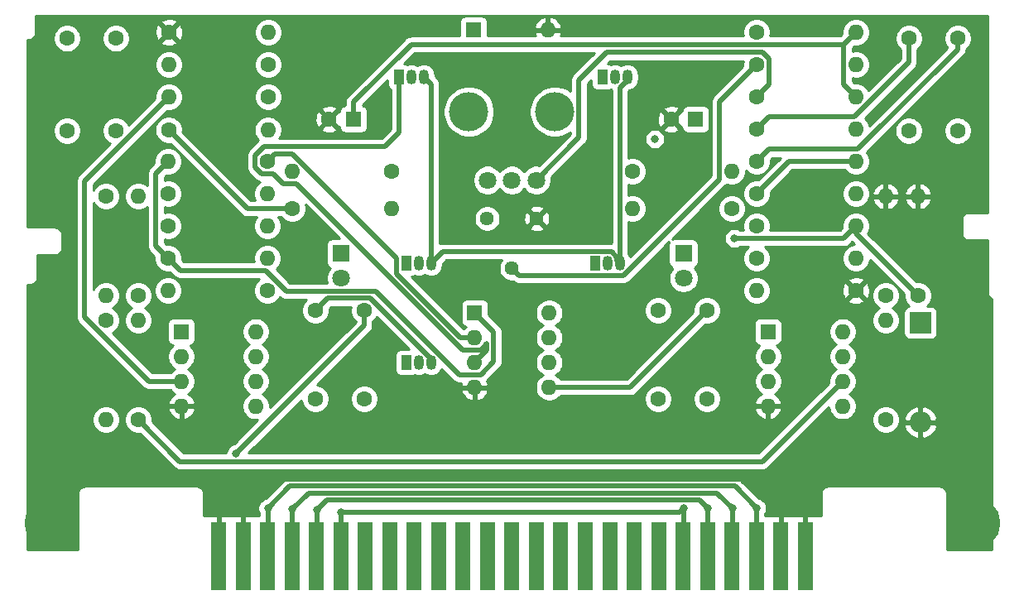
<source format=gbr>
G04 #@! TF.GenerationSoftware,KiCad,Pcbnew,(5.1.7)-1*
G04 #@! TF.CreationDate,2021-07-20T19:06:59-05:00*
G04 #@! TF.ProjectId,ConsolePedalPhaser,436f6e73-6f6c-4655-9065-64616c506861,rev?*
G04 #@! TF.SameCoordinates,Original*
G04 #@! TF.FileFunction,Copper,L4,Bot*
G04 #@! TF.FilePolarity,Positive*
%FSLAX46Y46*%
G04 Gerber Fmt 4.6, Leading zero omitted, Abs format (unit mm)*
G04 Created by KiCad (PCBNEW (5.1.7)-1) date 2021-07-20 19:06:59*
%MOMM*%
%LPD*%
G01*
G04 APERTURE LIST*
G04 #@! TA.AperFunction,ComponentPad*
%ADD10R,1.800000X1.800000*%
G04 #@! TD*
G04 #@! TA.AperFunction,ComponentPad*
%ADD11C,1.800000*%
G04 #@! TD*
G04 #@! TA.AperFunction,ConnectorPad*
%ADD12R,1.500000X7.000000*%
G04 #@! TD*
G04 #@! TA.AperFunction,ComponentPad*
%ADD13C,5.000000*%
G04 #@! TD*
G04 #@! TA.AperFunction,ComponentPad*
%ADD14C,1.600000*%
G04 #@! TD*
G04 #@! TA.AperFunction,ComponentPad*
%ADD15O,1.600000X1.600000*%
G04 #@! TD*
G04 #@! TA.AperFunction,ComponentPad*
%ADD16R,1.600000X1.600000*%
G04 #@! TD*
G04 #@! TA.AperFunction,ComponentPad*
%ADD17R,2.200000X2.200000*%
G04 #@! TD*
G04 #@! TA.AperFunction,ComponentPad*
%ADD18O,2.200000X2.200000*%
G04 #@! TD*
G04 #@! TA.AperFunction,ComponentPad*
%ADD19R,1.050000X1.500000*%
G04 #@! TD*
G04 #@! TA.AperFunction,ComponentPad*
%ADD20O,1.050000X1.500000*%
G04 #@! TD*
G04 #@! TA.AperFunction,WasherPad*
%ADD21C,4.000000*%
G04 #@! TD*
G04 #@! TA.AperFunction,ComponentPad*
%ADD22C,1.440000*%
G04 #@! TD*
G04 #@! TA.AperFunction,ViaPad*
%ADD23C,0.800000*%
G04 #@! TD*
G04 #@! TA.AperFunction,Conductor*
%ADD24C,0.500000*%
G04 #@! TD*
G04 #@! TA.AperFunction,Conductor*
%ADD25C,0.254000*%
G04 #@! TD*
G04 #@! TA.AperFunction,Conductor*
%ADD26C,0.100000*%
G04 #@! TD*
G04 APERTURE END LIST*
D10*
G04 #@! TO.P,D3,1*
G04 #@! TO.N,Net-(D3-Pad1)*
X115250000Y-95000000D03*
D11*
G04 #@! TO.P,D3,2*
G04 #@! TO.N,/LEDPower*
X115250000Y-97540000D03*
G04 #@! TD*
G04 #@! TO.P,D4,2*
G04 #@! TO.N,/LEDPower*
X150250000Y-97540000D03*
D10*
G04 #@! TO.P,D4,1*
G04 #@! TO.N,Net-(D3-Pad1)*
X150250000Y-95000000D03*
G04 #@! TD*
D12*
G04 #@! TO.P,J1,26*
G04 #@! TO.N,GND*
X102715000Y-126000000D03*
G04 #@! TO.P,J1,27*
X105215000Y-126000000D03*
G04 #@! TO.P,J1,28*
G04 #@! TO.N,/Input*
X107715000Y-126000000D03*
G04 #@! TO.P,J1,29*
G04 #@! TO.N,/Output*
X110215000Y-126000000D03*
G04 #@! TO.P,J1,30*
G04 #@! TO.N,+9V*
X112715000Y-126000000D03*
G04 #@! TO.P,J1,31*
G04 #@! TO.N,/LEDPower*
X115215000Y-126000000D03*
G04 #@! TO.P,J1,32*
G04 #@! TO.N,N/C*
X117715000Y-126000000D03*
G04 #@! TO.P,J1,33*
X120215000Y-126000000D03*
G04 #@! TO.P,J1,34*
X122715000Y-126000000D03*
G04 #@! TO.P,J1,35*
X125215000Y-126000000D03*
G04 #@! TO.P,J1,36*
X127715000Y-126000000D03*
G04 #@! TO.P,J1,37*
X130215000Y-126000000D03*
G04 #@! TO.P,J1,38*
X132715000Y-126000000D03*
G04 #@! TO.P,J1,39*
X135215000Y-126000000D03*
G04 #@! TO.P,J1,40*
X137715000Y-126000000D03*
G04 #@! TO.P,J1,41*
X140215000Y-126000000D03*
G04 #@! TO.P,J1,42*
X142715000Y-126000000D03*
G04 #@! TO.P,J1,43*
X145215000Y-126000000D03*
G04 #@! TO.P,J1,44*
X147715000Y-126000000D03*
G04 #@! TO.P,J1,45*
G04 #@! TO.N,/LEDPower*
X150215000Y-126000000D03*
G04 #@! TO.P,J1,46*
G04 #@! TO.N,+9V*
X152715000Y-126000000D03*
G04 #@! TO.P,J1,47*
G04 #@! TO.N,/Output*
X155215000Y-126000000D03*
G04 #@! TO.P,J1,48*
G04 #@! TO.N,/Input*
X157715000Y-126000000D03*
G04 #@! TO.P,J1,49*
G04 #@! TO.N,GND*
X160215000Y-126000000D03*
G04 #@! TO.P,J1,50*
X162715000Y-126000000D03*
G04 #@! TD*
D13*
G04 #@! TO.P,H1,1*
G04 #@! TO.N,GND*
X85350000Y-122600000D03*
G04 #@! TD*
G04 #@! TO.P,H2,1*
G04 #@! TO.N,GND*
X180150000Y-122600000D03*
G04 #@! TD*
D14*
G04 #@! TO.P,R29,1*
G04 #@! TO.N,GND*
X167894000Y-98806000D03*
D15*
G04 #@! TO.P,R29,2*
G04 #@! TO.N,Net-(D3-Pad1)*
X157734000Y-98806000D03*
G04 #@! TD*
D14*
G04 #@! TO.P,C1,2*
G04 #@! TO.N,/Input*
X87202000Y-73006000D03*
G04 #@! TO.P,C1,1*
G04 #@! TO.N,Net-(C1-Pad1)*
X92202000Y-73006000D03*
G04 #@! TD*
G04 #@! TO.P,C2,2*
G04 #@! TO.N,Net-(C2-Pad2)*
X87202000Y-82442000D03*
G04 #@! TO.P,C2,1*
G04 #@! TO.N,Net-(C2-Pad1)*
X92202000Y-82442000D03*
G04 #@! TD*
G04 #@! TO.P,C3,1*
G04 #@! TO.N,Net-(C3-Pad1)*
X152654000Y-100844400D03*
G04 #@! TO.P,C3,2*
G04 #@! TO.N,Net-(C3-Pad2)*
X147654000Y-100844400D03*
G04 #@! TD*
G04 #@! TO.P,C4,2*
G04 #@! TO.N,Net-(C4-Pad2)*
X147654000Y-109874000D03*
G04 #@! TO.P,C4,1*
G04 #@! TO.N,Net-(C4-Pad1)*
X152654000Y-109874000D03*
G04 #@! TD*
G04 #@! TO.P,C5,1*
G04 #@! TO.N,Net-(C5-Pad1)*
X117602000Y-109874000D03*
G04 #@! TO.P,C5,2*
G04 #@! TO.N,Net-(C5-Pad2)*
X112602000Y-109874000D03*
G04 #@! TD*
G04 #@! TO.P,C6,1*
G04 #@! TO.N,/Output*
X117602000Y-100844400D03*
G04 #@! TO.P,C6,2*
G04 #@! TO.N,Net-(C6-Pad2)*
X112602000Y-100844400D03*
G04 #@! TD*
G04 #@! TO.P,C7,2*
G04 #@! TO.N,GND*
X149000000Y-81280000D03*
D16*
G04 #@! TO.P,C7,1*
G04 #@! TO.N,+5V*
X151500000Y-81280000D03*
G04 #@! TD*
D14*
G04 #@! TO.P,C8,1*
G04 #@! TO.N,+5V*
X178291500Y-82442000D03*
G04 #@! TO.P,C8,2*
G04 #@! TO.N,/VBIAS*
X173291500Y-82442000D03*
G04 #@! TD*
G04 #@! TO.P,C9,2*
G04 #@! TO.N,Net-(C9-Pad2)*
X173308000Y-73006000D03*
G04 #@! TO.P,C9,1*
G04 #@! TO.N,Net-(C9-Pad1)*
X178308000Y-73006000D03*
G04 #@! TD*
D16*
G04 #@! TO.P,C10,1*
G04 #@! TO.N,Net-(C10-Pad1)*
X116500000Y-81280000D03*
D14*
G04 #@! TO.P,C10,2*
G04 #@! TO.N,GND*
X114000000Y-81280000D03*
G04 #@! TD*
D17*
G04 #@! TO.P,D1,1*
G04 #@! TO.N,+5V*
X174498000Y-102108000D03*
D18*
G04 #@! TO.P,D1,2*
G04 #@! TO.N,GND*
X174498000Y-112268000D03*
G04 #@! TD*
D16*
G04 #@! TO.P,D2,1*
G04 #@! TO.N,+5V*
X128778000Y-72136000D03*
D15*
G04 #@! TO.P,D2,2*
G04 #@! TO.N,GND*
X136398000Y-72136000D03*
G04 #@! TD*
D19*
G04 #@! TO.P,Q1,1*
G04 #@! TO.N,Net-(C2-Pad1)*
X121158000Y-76962000D03*
D20*
G04 #@! TO.P,Q1,3*
G04 #@! TO.N,/VBIAS*
X123698000Y-76962000D03*
G04 #@! TO.P,Q1,2*
G04 #@! TO.N,+5V*
X122428000Y-76962000D03*
G04 #@! TD*
G04 #@! TO.P,Q2,2*
G04 #@! TO.N,+5V*
X143256000Y-76962000D03*
G04 #@! TO.P,Q2,3*
G04 #@! TO.N,/VBIAS*
X144526000Y-76962000D03*
D19*
G04 #@! TO.P,Q2,1*
G04 #@! TO.N,Net-(C3-Pad1)*
X141986000Y-76962000D03*
G04 #@! TD*
D20*
G04 #@! TO.P,Q3,2*
G04 #@! TO.N,+5V*
X123190000Y-96012000D03*
G04 #@! TO.P,Q3,3*
G04 #@! TO.N,/VBIAS*
X124460000Y-96012000D03*
D19*
G04 #@! TO.P,Q3,1*
G04 #@! TO.N,Net-(C4-Pad1)*
X121920000Y-96012000D03*
G04 #@! TD*
D20*
G04 #@! TO.P,Q4,2*
G04 #@! TO.N,+5V*
X142494000Y-96012000D03*
G04 #@! TO.P,Q4,3*
G04 #@! TO.N,/VBIAS*
X143764000Y-96012000D03*
D19*
G04 #@! TO.P,Q4,1*
G04 #@! TO.N,Net-(C5-Pad1)*
X141224000Y-96012000D03*
G04 #@! TD*
G04 #@! TO.P,Q5,1*
G04 #@! TO.N,+5V*
X121920000Y-106172000D03*
D20*
G04 #@! TO.P,Q5,3*
G04 #@! TO.N,Net-(C6-Pad2)*
X124460000Y-106172000D03*
G04 #@! TO.P,Q5,2*
G04 #@! TO.N,Net-(Q5-Pad2)*
X123190000Y-106172000D03*
G04 #@! TD*
D14*
G04 #@! TO.P,R1,1*
G04 #@! TO.N,GND*
X97635000Y-72390000D03*
D15*
G04 #@! TO.P,R1,2*
G04 #@! TO.N,/Input*
X107795000Y-72390000D03*
G04 #@! TD*
G04 #@! TO.P,R2,2*
G04 #@! TO.N,Net-(R2-Pad2)*
X97635000Y-75692000D03*
D14*
G04 #@! TO.P,R2,1*
G04 #@! TO.N,Net-(C1-Pad1)*
X107795000Y-75692000D03*
G04 #@! TD*
D15*
G04 #@! TO.P,R3,2*
G04 #@! TO.N,Net-(R2-Pad2)*
X97635000Y-78994000D03*
D14*
G04 #@! TO.P,R3,1*
G04 #@! TO.N,+5V*
X107795000Y-78994000D03*
G04 #@! TD*
G04 #@! TO.P,R4,1*
G04 #@! TO.N,Net-(C2-Pad2)*
X97599500Y-82359500D03*
D15*
G04 #@! TO.P,R4,2*
G04 #@! TO.N,Net-(R4-Pad2)*
X107759500Y-82359500D03*
G04 #@! TD*
G04 #@! TO.P,R5,2*
G04 #@! TO.N,Net-(C3-Pad2)*
X97536000Y-85598000D03*
D14*
G04 #@! TO.P,R5,1*
G04 #@! TO.N,Net-(R4-Pad2)*
X107696000Y-85598000D03*
G04 #@! TD*
G04 #@! TO.P,R6,1*
G04 #@! TO.N,Net-(C2-Pad1)*
X97536000Y-88900000D03*
D15*
G04 #@! TO.P,R6,2*
G04 #@! TO.N,+5V*
X107696000Y-88900000D03*
G04 #@! TD*
D14*
G04 #@! TO.P,R7,1*
G04 #@! TO.N,Net-(C3-Pad1)*
X97536000Y-92202000D03*
D15*
G04 #@! TO.P,R7,2*
G04 #@! TO.N,+5V*
X107696000Y-92202000D03*
G04 #@! TD*
G04 #@! TO.P,R8,2*
G04 #@! TO.N,Net-(R28-Pad1)*
X107696000Y-95504000D03*
D14*
G04 #@! TO.P,R8,1*
G04 #@! TO.N,Net-(C3-Pad2)*
X97536000Y-95504000D03*
G04 #@! TD*
G04 #@! TO.P,R9,1*
G04 #@! TO.N,Net-(R28-Pad1)*
X107696000Y-98806000D03*
D15*
G04 #@! TO.P,R9,2*
G04 #@! TO.N,Net-(C4-Pad2)*
X97536000Y-98806000D03*
G04 #@! TD*
D14*
G04 #@! TO.P,R10,1*
G04 #@! TO.N,Net-(C4-Pad2)*
X94488000Y-99314000D03*
D15*
G04 #@! TO.P,R10,2*
G04 #@! TO.N,Net-(R10-Pad2)*
X94488000Y-89154000D03*
G04 #@! TD*
G04 #@! TO.P,R11,2*
G04 #@! TO.N,+5V*
X110236000Y-86614000D03*
D14*
G04 #@! TO.P,R11,1*
G04 #@! TO.N,Net-(C4-Pad1)*
X120396000Y-86614000D03*
G04 #@! TD*
G04 #@! TO.P,R12,1*
G04 #@! TO.N,Net-(R10-Pad2)*
X91186000Y-89154000D03*
D15*
G04 #@! TO.P,R12,2*
G04 #@! TO.N,Net-(C5-Pad2)*
X91186000Y-99314000D03*
G04 #@! TD*
D14*
G04 #@! TO.P,R13,1*
G04 #@! TO.N,Net-(C5-Pad2)*
X91186000Y-101854000D03*
D15*
G04 #@! TO.P,R13,2*
G04 #@! TO.N,Net-(R13-Pad2)*
X91186000Y-112014000D03*
G04 #@! TD*
G04 #@! TO.P,R14,2*
G04 #@! TO.N,Net-(R14-Pad2)*
X94488000Y-101854000D03*
D14*
G04 #@! TO.P,R14,1*
G04 #@! TO.N,Net-(R13-Pad2)*
X94488000Y-112014000D03*
G04 #@! TD*
G04 #@! TO.P,R15,1*
G04 #@! TO.N,Net-(C5-Pad1)*
X170942000Y-112014000D03*
D15*
G04 #@! TO.P,R15,2*
G04 #@! TO.N,+5V*
X170942000Y-101854000D03*
G04 #@! TD*
G04 #@! TO.P,R16,2*
G04 #@! TO.N,Net-(Q5-Pad2)*
X120396000Y-90424000D03*
D14*
G04 #@! TO.P,R16,1*
G04 #@! TO.N,Net-(C2-Pad2)*
X110236000Y-90424000D03*
G04 #@! TD*
G04 #@! TO.P,R17,1*
G04 #@! TO.N,Net-(R14-Pad2)*
X155194000Y-90424000D03*
D15*
G04 #@! TO.P,R17,2*
G04 #@! TO.N,Net-(Q5-Pad2)*
X145034000Y-90424000D03*
G04 #@! TD*
G04 #@! TO.P,R18,2*
G04 #@! TO.N,GND*
X174244000Y-89154000D03*
D14*
G04 #@! TO.P,R18,1*
G04 #@! TO.N,Net-(C6-Pad2)*
X174244000Y-99314000D03*
G04 #@! TD*
D15*
G04 #@! TO.P,R19,2*
G04 #@! TO.N,GND*
X170942000Y-89154000D03*
D14*
G04 #@! TO.P,R19,1*
G04 #@! TO.N,/Output*
X170942000Y-99314000D03*
G04 #@! TD*
G04 #@! TO.P,R20,1*
G04 #@! TO.N,+9V*
X145034000Y-86614000D03*
D15*
G04 #@! TO.P,R20,2*
G04 #@! TO.N,+5V*
X155194000Y-86614000D03*
G04 #@! TD*
G04 #@! TO.P,R21,2*
G04 #@! TO.N,Net-(C10-Pad1)*
X167894000Y-72390000D03*
D14*
G04 #@! TO.P,R21,1*
G04 #@! TO.N,/VBIAS*
X157734000Y-72390000D03*
G04 #@! TD*
D15*
G04 #@! TO.P,R22,2*
G04 #@! TO.N,/VBIAS*
X167894000Y-75692000D03*
D14*
G04 #@! TO.P,R22,1*
G04 #@! TO.N,Net-(R22-Pad1)*
X157734000Y-75692000D03*
G04 #@! TD*
D15*
G04 #@! TO.P,R23,2*
G04 #@! TO.N,Net-(C10-Pad1)*
X167894000Y-78994000D03*
D14*
G04 #@! TO.P,R23,1*
G04 #@! TO.N,Net-(R23-Pad1)*
X157734000Y-78994000D03*
G04 #@! TD*
G04 #@! TO.P,R24,1*
G04 #@! TO.N,Net-(C9-Pad2)*
X157734000Y-82296000D03*
D15*
G04 #@! TO.P,R24,2*
G04 #@! TO.N,Net-(C10-Pad1)*
X167894000Y-82296000D03*
G04 #@! TD*
G04 #@! TO.P,R25,2*
G04 #@! TO.N,Net-(R25-Pad2)*
X167894000Y-85598000D03*
D14*
G04 #@! TO.P,R25,1*
G04 #@! TO.N,Net-(C9-Pad1)*
X157734000Y-85598000D03*
G04 #@! TD*
G04 #@! TO.P,R26,1*
G04 #@! TO.N,Net-(R25-Pad2)*
X157734000Y-88900000D03*
D15*
G04 #@! TO.P,R26,2*
G04 #@! TO.N,+5V*
X167894000Y-88900000D03*
G04 #@! TD*
D14*
G04 #@! TO.P,R27,1*
G04 #@! TO.N,Net-(Q5-Pad2)*
X157734000Y-92202000D03*
D15*
G04 #@! TO.P,R27,2*
G04 #@! TO.N,Net-(C6-Pad2)*
X167894000Y-92202000D03*
G04 #@! TD*
G04 #@! TO.P,R28,2*
G04 #@! TO.N,Net-(R14-Pad2)*
X167894000Y-95504000D03*
D14*
G04 #@! TO.P,R28,1*
G04 #@! TO.N,Net-(R28-Pad1)*
X157734000Y-95504000D03*
G04 #@! TD*
D11*
G04 #@! TO.P,RV1,3*
G04 #@! TO.N,Net-(C9-Pad1)*
X130215000Y-87500000D03*
G04 #@! TO.P,RV1,2*
G04 #@! TO.N,Net-(R23-Pad1)*
X132715000Y-87500000D03*
G04 #@! TO.P,RV1,1*
X135215000Y-87500000D03*
D21*
G04 #@! TO.P,RV1,*
G04 #@! TO.N,*
X128315000Y-80500000D03*
X137115000Y-80500000D03*
G04 #@! TD*
D15*
G04 #@! TO.P,U1,8*
G04 #@! TO.N,+9V*
X106525000Y-103000000D03*
G04 #@! TO.P,U1,4*
G04 #@! TO.N,GND*
X98905000Y-110620000D03*
G04 #@! TO.P,U1,7*
G04 #@! TO.N,Net-(C9-Pad1)*
X106525000Y-105540000D03*
G04 #@! TO.P,U1,3*
G04 #@! TO.N,Net-(R2-Pad2)*
X98905000Y-108080000D03*
G04 #@! TO.P,U1,6*
G04 #@! TO.N,Net-(C9-Pad2)*
X106525000Y-108080000D03*
G04 #@! TO.P,U1,2*
G04 #@! TO.N,Net-(C2-Pad2)*
X98905000Y-105540000D03*
G04 #@! TO.P,U1,5*
G04 #@! TO.N,Net-(R25-Pad2)*
X106525000Y-110620000D03*
D16*
G04 #@! TO.P,U1,1*
G04 #@! TO.N,Net-(C2-Pad2)*
X98905000Y-103000000D03*
G04 #@! TD*
G04 #@! TO.P,U2,1*
G04 #@! TO.N,Net-(C3-Pad2)*
X128905000Y-101092000D03*
D15*
G04 #@! TO.P,U2,5*
G04 #@! TO.N,Net-(C3-Pad1)*
X136525000Y-108712000D03*
G04 #@! TO.P,U2,2*
G04 #@! TO.N,Net-(R4-Pad2)*
X128905000Y-103632000D03*
G04 #@! TO.P,U2,6*
G04 #@! TO.N,Net-(R28-Pad1)*
X136525000Y-106172000D03*
G04 #@! TO.P,U2,3*
G04 #@! TO.N,Net-(C2-Pad1)*
X128905000Y-106172000D03*
G04 #@! TO.P,U2,7*
G04 #@! TO.N,Net-(C4-Pad2)*
X136525000Y-103632000D03*
G04 #@! TO.P,U2,4*
G04 #@! TO.N,GND*
X128905000Y-108712000D03*
G04 #@! TO.P,U2,8*
G04 #@! TO.N,+9V*
X136525000Y-101092000D03*
G04 #@! TD*
D16*
G04 #@! TO.P,U3,1*
G04 #@! TO.N,Net-(C5-Pad2)*
X158905000Y-103000000D03*
D15*
G04 #@! TO.P,U3,5*
G04 #@! TO.N,Net-(C5-Pad1)*
X166525000Y-110620000D03*
G04 #@! TO.P,U3,2*
G04 #@! TO.N,Net-(R10-Pad2)*
X158905000Y-105540000D03*
G04 #@! TO.P,U3,6*
G04 #@! TO.N,Net-(R13-Pad2)*
X166525000Y-108080000D03*
G04 #@! TO.P,U3,3*
G04 #@! TO.N,Net-(C4-Pad1)*
X158905000Y-108080000D03*
G04 #@! TO.P,U3,7*
G04 #@! TO.N,Net-(R14-Pad2)*
X166525000Y-105540000D03*
G04 #@! TO.P,U3,4*
G04 #@! TO.N,GND*
X158905000Y-110620000D03*
G04 #@! TO.P,U3,8*
G04 #@! TO.N,+9V*
X166525000Y-103000000D03*
G04 #@! TD*
D22*
G04 #@! TO.P,RV2,3*
G04 #@! TO.N,GND*
X135255000Y-91440000D03*
G04 #@! TO.P,RV2,2*
G04 #@! TO.N,Net-(R22-Pad1)*
X132715000Y-96520000D03*
G04 #@! TO.P,RV2,1*
G04 #@! TO.N,+5V*
X130175000Y-91440000D03*
G04 #@! TD*
D23*
G04 #@! TO.N,GND*
X105250000Y-120979000D03*
X160250000Y-120988000D03*
X102750000Y-121038000D03*
X162750000Y-120967000D03*
G04 #@! TO.N,/LEDPower*
X115250000Y-121454000D03*
X150250000Y-121073000D03*
G04 #@! TO.N,/Input*
X107750000Y-121066000D03*
X157750000Y-121066000D03*
G04 #@! TO.N,/Output*
X110250000Y-121195000D03*
X155250000Y-121068000D03*
X104521000Y-115443000D03*
G04 #@! TO.N,+9V*
X112750000Y-121235000D03*
X152750000Y-121108000D03*
G04 #@! TO.N,Net-(C6-Pad2)*
X155448000Y-93472000D03*
G04 #@! TO.N,Net-(R14-Pad2)*
X147320000Y-83312000D03*
G04 #@! TD*
D24*
G04 #@! TO.N,GND*
X105250000Y-126000000D02*
X105250000Y-120979000D01*
X160250000Y-126000000D02*
X160250000Y-120988000D01*
X157384969Y-118122969D02*
X160250000Y-120988000D01*
X108106031Y-118122969D02*
X157384969Y-118122969D01*
X105250000Y-120979000D02*
X108106031Y-118122969D01*
X102750000Y-126000000D02*
X102750000Y-121038000D01*
X162750000Y-120967000D02*
X162750000Y-126000000D01*
X162729000Y-120988000D02*
X162750000Y-120967000D01*
X160250000Y-120988000D02*
X162729000Y-120988000D01*
X105191000Y-121038000D02*
X105250000Y-120979000D01*
X102750000Y-121038000D02*
X105191000Y-121038000D01*
G04 #@! TO.N,/LEDPower*
X115250000Y-126000000D02*
X115250000Y-121454000D01*
X150250000Y-121073000D02*
X150250000Y-126000000D01*
X149869000Y-121454000D02*
X150250000Y-121073000D01*
X115250000Y-121454000D02*
X149869000Y-121454000D01*
G04 #@! TO.N,/Input*
X107750000Y-121066000D02*
X107750000Y-126000000D01*
X157750000Y-121066000D02*
X157750000Y-126000000D01*
X155506979Y-118822979D02*
X157750000Y-121066000D01*
X109993021Y-118822979D02*
X155506979Y-118822979D01*
X107750000Y-121066000D02*
X109993021Y-118822979D01*
G04 #@! TO.N,/Output*
X110250000Y-121195000D02*
X110250000Y-126000000D01*
X155250000Y-121068000D02*
X155250000Y-126000000D01*
X153704989Y-119522989D02*
X155250000Y-121068000D01*
X111922011Y-119522989D02*
X153704989Y-119522989D01*
X110250000Y-121195000D02*
X111922011Y-119522989D01*
X117602000Y-102362000D02*
X117602000Y-100844400D01*
X104521000Y-115443000D02*
X117602000Y-102362000D01*
G04 #@! TO.N,+9V*
X112750000Y-121235000D02*
X112750000Y-126000000D01*
X152750000Y-121108000D02*
X152750000Y-126000000D01*
X151864999Y-120222999D02*
X152750000Y-121108000D01*
X113762001Y-120222999D02*
X151864999Y-120222999D01*
X112750000Y-121235000D02*
X113762001Y-120222999D01*
G04 #@! TO.N,Net-(C2-Pad2)*
X105664000Y-90424000D02*
X110236000Y-90424000D01*
X97599500Y-82359500D02*
X105664000Y-90424000D01*
G04 #@! TO.N,Net-(C2-Pad1)*
X121158000Y-82669984D02*
X121158000Y-76962000D01*
X106445999Y-84997999D02*
X107346007Y-84097991D01*
X106445999Y-86198001D02*
X106445999Y-84997999D01*
X107095999Y-86848001D02*
X106445999Y-86198001D01*
X108296001Y-86848001D02*
X107095999Y-86848001D01*
X109312001Y-87864001D02*
X108296001Y-86848001D01*
X110697036Y-87864001D02*
X109312001Y-87864001D01*
X127715036Y-104882001D02*
X110697036Y-87864001D01*
X129505001Y-104882001D02*
X127715036Y-104882001D01*
X130155001Y-104232001D02*
X129505001Y-104882001D01*
X107346007Y-84097991D02*
X119729993Y-84097991D01*
X130155001Y-104921999D02*
X130155001Y-104232001D01*
X119729993Y-84097991D02*
X121158000Y-82669984D01*
X128905000Y-106172000D02*
X130155001Y-104921999D01*
G04 #@! TO.N,Net-(C3-Pad1)*
X144786400Y-108712000D02*
X152654000Y-100844400D01*
X136525000Y-108712000D02*
X144786400Y-108712000D01*
G04 #@! TO.N,Net-(C3-Pad2)*
X96285999Y-94253999D02*
X97536000Y-95504000D01*
X96285999Y-86848001D02*
X96285999Y-94253999D01*
X97536000Y-85598000D02*
X96285999Y-86848001D01*
X98786001Y-96754001D02*
X97536000Y-95504000D01*
X109634391Y-98894389D02*
X107494003Y-96754001D01*
X127313873Y-107422001D02*
X118786261Y-98894389D01*
X129505001Y-107422001D02*
X127313873Y-107422001D01*
X130855011Y-106071991D02*
X129505001Y-107422001D01*
X107494003Y-96754001D02*
X98786001Y-96754001D01*
X130855011Y-103042011D02*
X130855011Y-106071991D01*
X118786261Y-98894389D02*
X109634391Y-98894389D01*
X128905000Y-101092000D02*
X130855011Y-103042011D01*
G04 #@! TO.N,Net-(C6-Pad2)*
X167894000Y-92964000D02*
X167894000Y-92202000D01*
X174244000Y-99314000D02*
X167894000Y-92964000D01*
X113852001Y-99594399D02*
X112602000Y-100844400D01*
X118216271Y-99594399D02*
X113852001Y-99594399D01*
X124460000Y-105838128D02*
X118216271Y-99594399D01*
X124460000Y-106172000D02*
X124460000Y-105838128D01*
X166624000Y-93472000D02*
X167894000Y-92202000D01*
X155448000Y-93472000D02*
X166624000Y-93472000D01*
G04 #@! TO.N,/VBIAS*
X144526000Y-77295872D02*
X144526000Y-76962000D01*
X143764000Y-78057872D02*
X144526000Y-77295872D01*
X143764000Y-96012000D02*
X143764000Y-78057872D01*
X143469010Y-95717010D02*
X143764000Y-96012000D01*
X143469010Y-95383138D02*
X143469010Y-95717010D01*
X142897862Y-94811990D02*
X143469010Y-95383138D01*
X125660010Y-94811990D02*
X142897862Y-94811990D01*
X124460000Y-96012000D02*
X125660010Y-94811990D01*
X124460000Y-77724000D02*
X124460000Y-96012000D01*
X123698000Y-76962000D02*
X124460000Y-77724000D01*
G04 #@! TO.N,Net-(C9-Pad2)*
X158984001Y-81045999D02*
X157734000Y-82296000D01*
X167692003Y-81045999D02*
X158984001Y-81045999D01*
X173308000Y-75430002D02*
X167692003Y-81045999D01*
X173308000Y-73006000D02*
X173308000Y-75430002D01*
G04 #@! TO.N,Net-(C9-Pad1)*
X178308000Y-74137370D02*
X178308000Y-73006000D01*
X168097371Y-84347999D02*
X178308000Y-74137370D01*
X158984001Y-84347999D02*
X168097371Y-84347999D01*
X157734000Y-85598000D02*
X158984001Y-84347999D01*
G04 #@! TO.N,Net-(C10-Pad1)*
X166643999Y-77743999D02*
X167894000Y-78994000D01*
X166643999Y-73640001D02*
X166643999Y-77743999D01*
X116500000Y-79534998D02*
X116500000Y-81280000D01*
X122394997Y-73640001D02*
X116500000Y-79534998D01*
X166643999Y-73640001D02*
X122394997Y-73640001D01*
X167894000Y-72390000D02*
X166643999Y-73640001D01*
G04 #@! TO.N,Net-(R2-Pad2)*
X97635000Y-78994000D02*
X89027000Y-87602000D01*
X95561998Y-108080000D02*
X98905000Y-108080000D01*
X89027000Y-101545002D02*
X95561998Y-108080000D01*
X89027000Y-87602000D02*
X89027000Y-101545002D01*
G04 #@! TO.N,Net-(R4-Pad2)*
X127454998Y-103632000D02*
X128905000Y-103632000D01*
X120944999Y-97122001D02*
X127454998Y-103632000D01*
X120944999Y-95472997D02*
X120944999Y-97122001D01*
X110270003Y-84798001D02*
X120944999Y-95472997D01*
X108495999Y-84798001D02*
X110270003Y-84798001D01*
X107696000Y-85598000D02*
X108495999Y-84798001D01*
G04 #@! TO.N,Net-(R13-Pad2)*
X158311999Y-116293001D02*
X166525000Y-108080000D01*
X98767001Y-116293001D02*
X158311999Y-116293001D01*
X94488000Y-112014000D02*
X98767001Y-116293001D01*
G04 #@! TO.N,Net-(R22-Pad1)*
X153943999Y-79482001D02*
X157734000Y-75692000D01*
X153943999Y-87435873D02*
X153943999Y-79482001D01*
X144139873Y-97239999D02*
X153943999Y-87435873D01*
X133434999Y-97239999D02*
X144139873Y-97239999D01*
X132715000Y-96520000D02*
X133434999Y-97239999D01*
G04 #@! TO.N,Net-(R23-Pad1)*
X139565001Y-83149999D02*
X135215000Y-87500000D01*
X139565001Y-77297997D02*
X139565001Y-83149999D01*
X142420999Y-74441999D02*
X139565001Y-77297997D01*
X158984001Y-75091999D02*
X158334001Y-74441999D01*
X158984001Y-77743999D02*
X158984001Y-75091999D01*
X158334001Y-74441999D02*
X142420999Y-74441999D01*
X157734000Y-78994000D02*
X158984001Y-77743999D01*
G04 #@! TO.N,Net-(R25-Pad2)*
X161036000Y-85598000D02*
X157734000Y-88900000D01*
X167894000Y-85598000D02*
X161036000Y-85598000D01*
G04 #@! TD*
D25*
G04 #@! TO.N,GND*
X181323001Y-90823000D02*
X179433252Y-90823000D01*
X179400000Y-90819725D01*
X179366748Y-90823000D01*
X179267285Y-90832796D01*
X179139670Y-90871508D01*
X179022059Y-90934372D01*
X178918973Y-91018973D01*
X178834372Y-91122059D01*
X178771508Y-91239670D01*
X178732796Y-91367285D01*
X178719725Y-91500000D01*
X178723001Y-91533262D01*
X178723000Y-92966747D01*
X178719725Y-93000000D01*
X178732796Y-93132715D01*
X178771508Y-93260330D01*
X178834372Y-93377941D01*
X178918973Y-93481027D01*
X179022059Y-93565628D01*
X179139670Y-93628492D01*
X179267285Y-93667204D01*
X179400000Y-93680275D01*
X179433252Y-93677000D01*
X181323000Y-93677000D01*
X181323001Y-98966738D01*
X181319725Y-99000000D01*
X181332796Y-99132715D01*
X181371508Y-99260330D01*
X181434372Y-99377941D01*
X181518973Y-99481027D01*
X181622059Y-99565628D01*
X181739670Y-99628492D01*
X181823001Y-99653770D01*
X181823000Y-125323000D01*
X177177000Y-125323000D01*
X177177000Y-119533252D01*
X177180275Y-119500000D01*
X177167204Y-119367285D01*
X177128492Y-119239670D01*
X177065628Y-119122059D01*
X176981027Y-119018973D01*
X176877941Y-118934372D01*
X176760330Y-118871508D01*
X176632715Y-118832796D01*
X176533252Y-118823000D01*
X176500000Y-118819725D01*
X176466748Y-118823000D01*
X165033252Y-118823000D01*
X165000000Y-118819725D01*
X164966748Y-118823000D01*
X164867285Y-118832796D01*
X164739670Y-118871508D01*
X164622059Y-118934372D01*
X164518973Y-119018973D01*
X164434372Y-119122059D01*
X164371508Y-119239670D01*
X164332796Y-119367285D01*
X164319725Y-119500000D01*
X164323001Y-119533262D01*
X164323001Y-121793000D01*
X158627000Y-121793000D01*
X158627000Y-121602027D01*
X158660115Y-121552467D01*
X158737533Y-121365565D01*
X158777000Y-121167151D01*
X158777000Y-120964849D01*
X158737533Y-120766435D01*
X158660115Y-120579533D01*
X158547723Y-120411326D01*
X158404674Y-120268277D01*
X158236467Y-120155885D01*
X158049565Y-120078467D01*
X157991103Y-120066838D01*
X156157576Y-118233311D01*
X156130112Y-118199846D01*
X155996571Y-118090252D01*
X155844216Y-118008817D01*
X155678901Y-117958669D01*
X155550058Y-117945979D01*
X155506979Y-117941736D01*
X155463900Y-117945979D01*
X110036100Y-117945979D01*
X109993021Y-117941736D01*
X109821098Y-117958669D01*
X109655784Y-118008817D01*
X109503429Y-118090252D01*
X109369888Y-118199846D01*
X109342424Y-118233311D01*
X107508897Y-120066838D01*
X107450435Y-120078467D01*
X107263533Y-120155885D01*
X107095326Y-120268277D01*
X106952277Y-120411326D01*
X106839885Y-120579533D01*
X106762467Y-120766435D01*
X106723000Y-120964849D01*
X106723000Y-121167151D01*
X106762467Y-121365565D01*
X106839885Y-121552467D01*
X106873000Y-121602027D01*
X106873000Y-121793000D01*
X101177000Y-121793000D01*
X101177000Y-119533252D01*
X101180275Y-119500000D01*
X101167204Y-119367285D01*
X101128492Y-119239670D01*
X101065628Y-119122059D01*
X100981027Y-119018973D01*
X100877941Y-118934372D01*
X100760330Y-118871508D01*
X100632715Y-118832796D01*
X100533252Y-118823000D01*
X100500000Y-118819725D01*
X100466748Y-118823000D01*
X89033252Y-118823000D01*
X89000000Y-118819725D01*
X88966748Y-118823000D01*
X88867285Y-118832796D01*
X88739670Y-118871508D01*
X88622059Y-118934372D01*
X88518973Y-119018973D01*
X88434372Y-119122059D01*
X88371508Y-119239670D01*
X88332796Y-119367285D01*
X88319725Y-119500000D01*
X88323000Y-119533252D01*
X88323001Y-125323000D01*
X83177000Y-125323000D01*
X83177000Y-111873453D01*
X89759000Y-111873453D01*
X89759000Y-112154547D01*
X89813838Y-112430241D01*
X89921409Y-112689938D01*
X90077576Y-112923660D01*
X90276340Y-113122424D01*
X90510062Y-113278591D01*
X90769759Y-113386162D01*
X91045453Y-113441000D01*
X91326547Y-113441000D01*
X91602241Y-113386162D01*
X91861938Y-113278591D01*
X92095660Y-113122424D01*
X92294424Y-112923660D01*
X92450591Y-112689938D01*
X92558162Y-112430241D01*
X92613000Y-112154547D01*
X92613000Y-111873453D01*
X92558162Y-111597759D01*
X92450591Y-111338062D01*
X92294424Y-111104340D01*
X92095660Y-110905576D01*
X91861938Y-110749409D01*
X91602241Y-110641838D01*
X91326547Y-110587000D01*
X91045453Y-110587000D01*
X90769759Y-110641838D01*
X90510062Y-110749409D01*
X90276340Y-110905576D01*
X90077576Y-111104340D01*
X89921409Y-111338062D01*
X89813838Y-111597759D01*
X89759000Y-111873453D01*
X83177000Y-111873453D01*
X83177000Y-98177000D01*
X83466748Y-98177000D01*
X83500000Y-98180275D01*
X83533252Y-98177000D01*
X83632715Y-98167204D01*
X83760330Y-98128492D01*
X83877941Y-98065628D01*
X83981027Y-97981027D01*
X84065628Y-97877941D01*
X84128492Y-97760330D01*
X84167204Y-97632715D01*
X84180275Y-97500000D01*
X84177000Y-97466748D01*
X84177000Y-95177000D01*
X85966748Y-95177000D01*
X86000000Y-95180275D01*
X86033252Y-95177000D01*
X86132715Y-95167204D01*
X86260330Y-95128492D01*
X86377941Y-95065628D01*
X86481027Y-94981027D01*
X86565628Y-94877941D01*
X86628492Y-94760330D01*
X86667204Y-94632715D01*
X86680275Y-94500000D01*
X86677000Y-94466748D01*
X86677000Y-93033251D01*
X86680275Y-93000000D01*
X86667204Y-92867285D01*
X86628492Y-92739670D01*
X86565628Y-92622059D01*
X86481027Y-92518973D01*
X86377941Y-92434372D01*
X86260330Y-92371508D01*
X86132715Y-92332796D01*
X86033252Y-92323000D01*
X86000000Y-92319725D01*
X85966748Y-92323000D01*
X83177000Y-92323000D01*
X83177000Y-87602000D01*
X88145757Y-87602000D01*
X88150000Y-87645080D01*
X88150001Y-101501912D01*
X88145757Y-101545002D01*
X88162690Y-101716924D01*
X88212838Y-101882238D01*
X88294274Y-102034594D01*
X88376406Y-102134673D01*
X88376409Y-102134676D01*
X88403868Y-102168135D01*
X88437327Y-102195594D01*
X94911404Y-108669672D01*
X94938865Y-108703133D01*
X95072406Y-108812727D01*
X95205603Y-108883922D01*
X95224761Y-108894162D01*
X95390075Y-108944310D01*
X95561998Y-108961243D01*
X95605077Y-108957000D01*
X97774753Y-108957000D01*
X97796576Y-108989660D01*
X97995340Y-109188424D01*
X98229062Y-109344591D01*
X98244404Y-109350946D01*
X98049869Y-109467615D01*
X97841481Y-109656586D01*
X97673963Y-109882580D01*
X97553754Y-110136913D01*
X97513096Y-110270961D01*
X97635085Y-110493000D01*
X98778000Y-110493000D01*
X98778000Y-110473000D01*
X99032000Y-110473000D01*
X99032000Y-110493000D01*
X100174915Y-110493000D01*
X100296904Y-110270961D01*
X100256246Y-110136913D01*
X100136037Y-109882580D01*
X99968519Y-109656586D01*
X99760131Y-109467615D01*
X99565596Y-109350946D01*
X99580938Y-109344591D01*
X99814660Y-109188424D01*
X100013424Y-108989660D01*
X100169591Y-108755938D01*
X100277162Y-108496241D01*
X100332000Y-108220547D01*
X100332000Y-107939453D01*
X100277162Y-107663759D01*
X100169591Y-107404062D01*
X100013424Y-107170340D01*
X99814660Y-106971576D01*
X99580938Y-106815409D01*
X99567880Y-106810000D01*
X99580938Y-106804591D01*
X99814660Y-106648424D01*
X100013424Y-106449660D01*
X100169591Y-106215938D01*
X100277162Y-105956241D01*
X100332000Y-105680547D01*
X100332000Y-105399453D01*
X100277162Y-105123759D01*
X100169591Y-104864062D01*
X100013424Y-104630340D01*
X99814660Y-104431576D01*
X99798560Y-104420818D01*
X99827913Y-104417927D01*
X99946103Y-104382075D01*
X100055028Y-104323853D01*
X100150501Y-104245501D01*
X100228853Y-104150028D01*
X100287075Y-104041103D01*
X100322927Y-103922913D01*
X100335033Y-103800000D01*
X100335033Y-102200000D01*
X100322927Y-102077087D01*
X100287075Y-101958897D01*
X100228853Y-101849972D01*
X100150501Y-101754499D01*
X100055028Y-101676147D01*
X99946103Y-101617925D01*
X99827913Y-101582073D01*
X99705000Y-101569967D01*
X98105000Y-101569967D01*
X97982087Y-101582073D01*
X97863897Y-101617925D01*
X97754972Y-101676147D01*
X97659499Y-101754499D01*
X97581147Y-101849972D01*
X97522925Y-101958897D01*
X97487073Y-102077087D01*
X97474967Y-102200000D01*
X97474967Y-103800000D01*
X97487073Y-103922913D01*
X97522925Y-104041103D01*
X97581147Y-104150028D01*
X97659499Y-104245501D01*
X97754972Y-104323853D01*
X97863897Y-104382075D01*
X97982087Y-104417927D01*
X98011440Y-104420818D01*
X97995340Y-104431576D01*
X97796576Y-104630340D01*
X97640409Y-104864062D01*
X97532838Y-105123759D01*
X97478000Y-105399453D01*
X97478000Y-105680547D01*
X97532838Y-105956241D01*
X97640409Y-106215938D01*
X97796576Y-106449660D01*
X97995340Y-106648424D01*
X98229062Y-106804591D01*
X98242120Y-106810000D01*
X98229062Y-106815409D01*
X97995340Y-106971576D01*
X97796576Y-107170340D01*
X97774753Y-107203000D01*
X95925264Y-107203000D01*
X91847030Y-103124766D01*
X91861938Y-103118591D01*
X92095660Y-102962424D01*
X92294424Y-102763660D01*
X92450591Y-102529938D01*
X92558162Y-102270241D01*
X92613000Y-101994547D01*
X92613000Y-101713453D01*
X92558162Y-101437759D01*
X92450591Y-101178062D01*
X92294424Y-100944340D01*
X92095660Y-100745576D01*
X91861938Y-100589409D01*
X91848880Y-100584000D01*
X91861938Y-100578591D01*
X92095660Y-100422424D01*
X92294424Y-100223660D01*
X92450591Y-99989938D01*
X92558162Y-99730241D01*
X92613000Y-99454547D01*
X92613000Y-99173453D01*
X93061000Y-99173453D01*
X93061000Y-99454547D01*
X93115838Y-99730241D01*
X93223409Y-99989938D01*
X93379576Y-100223660D01*
X93578340Y-100422424D01*
X93812062Y-100578591D01*
X93825120Y-100584000D01*
X93812062Y-100589409D01*
X93578340Y-100745576D01*
X93379576Y-100944340D01*
X93223409Y-101178062D01*
X93115838Y-101437759D01*
X93061000Y-101713453D01*
X93061000Y-101994547D01*
X93115838Y-102270241D01*
X93223409Y-102529938D01*
X93379576Y-102763660D01*
X93578340Y-102962424D01*
X93812062Y-103118591D01*
X94071759Y-103226162D01*
X94347453Y-103281000D01*
X94628547Y-103281000D01*
X94904241Y-103226162D01*
X95163938Y-103118591D01*
X95397660Y-102962424D01*
X95596424Y-102763660D01*
X95752591Y-102529938D01*
X95860162Y-102270241D01*
X95915000Y-101994547D01*
X95915000Y-101713453D01*
X95860162Y-101437759D01*
X95752591Y-101178062D01*
X95596424Y-100944340D01*
X95397660Y-100745576D01*
X95163938Y-100589409D01*
X95150880Y-100584000D01*
X95163938Y-100578591D01*
X95397660Y-100422424D01*
X95596424Y-100223660D01*
X95752591Y-99989938D01*
X95860162Y-99730241D01*
X95915000Y-99454547D01*
X95915000Y-99173453D01*
X95860162Y-98897759D01*
X95763937Y-98665453D01*
X96109000Y-98665453D01*
X96109000Y-98946547D01*
X96163838Y-99222241D01*
X96271409Y-99481938D01*
X96427576Y-99715660D01*
X96626340Y-99914424D01*
X96860062Y-100070591D01*
X97119759Y-100178162D01*
X97395453Y-100233000D01*
X97676547Y-100233000D01*
X97952241Y-100178162D01*
X98211938Y-100070591D01*
X98445660Y-99914424D01*
X98644424Y-99715660D01*
X98800591Y-99481938D01*
X98908162Y-99222241D01*
X98963000Y-98946547D01*
X98963000Y-98665453D01*
X98908162Y-98389759D01*
X98800591Y-98130062D01*
X98644424Y-97896340D01*
X98445660Y-97697576D01*
X98211938Y-97541409D01*
X97952241Y-97433838D01*
X97676547Y-97379000D01*
X97395453Y-97379000D01*
X97119759Y-97433838D01*
X96860062Y-97541409D01*
X96626340Y-97697576D01*
X96427576Y-97896340D01*
X96271409Y-98130062D01*
X96163838Y-98389759D01*
X96109000Y-98665453D01*
X95763937Y-98665453D01*
X95752591Y-98638062D01*
X95596424Y-98404340D01*
X95397660Y-98205576D01*
X95163938Y-98049409D01*
X94904241Y-97941838D01*
X94628547Y-97887000D01*
X94347453Y-97887000D01*
X94071759Y-97941838D01*
X93812062Y-98049409D01*
X93578340Y-98205576D01*
X93379576Y-98404340D01*
X93223409Y-98638062D01*
X93115838Y-98897759D01*
X93061000Y-99173453D01*
X92613000Y-99173453D01*
X92558162Y-98897759D01*
X92450591Y-98638062D01*
X92294424Y-98404340D01*
X92095660Y-98205576D01*
X91861938Y-98049409D01*
X91602241Y-97941838D01*
X91326547Y-97887000D01*
X91045453Y-97887000D01*
X90769759Y-97941838D01*
X90510062Y-98049409D01*
X90276340Y-98205576D01*
X90077576Y-98404340D01*
X89921409Y-98638062D01*
X89904000Y-98680091D01*
X89904000Y-89787909D01*
X89921409Y-89829938D01*
X90077576Y-90063660D01*
X90276340Y-90262424D01*
X90510062Y-90418591D01*
X90769759Y-90526162D01*
X91045453Y-90581000D01*
X91326547Y-90581000D01*
X91602241Y-90526162D01*
X91861938Y-90418591D01*
X92095660Y-90262424D01*
X92294424Y-90063660D01*
X92450591Y-89829938D01*
X92558162Y-89570241D01*
X92613000Y-89294547D01*
X92613000Y-89013453D01*
X93061000Y-89013453D01*
X93061000Y-89294547D01*
X93115838Y-89570241D01*
X93223409Y-89829938D01*
X93379576Y-90063660D01*
X93578340Y-90262424D01*
X93812062Y-90418591D01*
X94071759Y-90526162D01*
X94347453Y-90581000D01*
X94628547Y-90581000D01*
X94904241Y-90526162D01*
X95163938Y-90418591D01*
X95397660Y-90262424D01*
X95408999Y-90251085D01*
X95409000Y-94210909D01*
X95404756Y-94253999D01*
X95421689Y-94425921D01*
X95471837Y-94591235D01*
X95553273Y-94743591D01*
X95635405Y-94843670D01*
X95635408Y-94843673D01*
X95662867Y-94877132D01*
X95696326Y-94904591D01*
X96116663Y-95324928D01*
X96109000Y-95363453D01*
X96109000Y-95644547D01*
X96163838Y-95920241D01*
X96271409Y-96179938D01*
X96427576Y-96413660D01*
X96626340Y-96612424D01*
X96860062Y-96768591D01*
X97119759Y-96876162D01*
X97395453Y-96931000D01*
X97676547Y-96931000D01*
X97715072Y-96923337D01*
X98135404Y-97343669D01*
X98162868Y-97377134D01*
X98296409Y-97486728D01*
X98448764Y-97568163D01*
X98614079Y-97618311D01*
X98742922Y-97631001D01*
X98742931Y-97631001D01*
X98786000Y-97635243D01*
X98829070Y-97631001D01*
X106885977Y-97631001D01*
X106786340Y-97697576D01*
X106587576Y-97896340D01*
X106431409Y-98130062D01*
X106323838Y-98389759D01*
X106269000Y-98665453D01*
X106269000Y-98946547D01*
X106323838Y-99222241D01*
X106431409Y-99481938D01*
X106587576Y-99715660D01*
X106786340Y-99914424D01*
X107020062Y-100070591D01*
X107279759Y-100178162D01*
X107555453Y-100233000D01*
X107836547Y-100233000D01*
X108112241Y-100178162D01*
X108371938Y-100070591D01*
X108605660Y-99914424D01*
X108804424Y-99715660D01*
X108960591Y-99481938D01*
X108966766Y-99467030D01*
X108983799Y-99484063D01*
X109011258Y-99517522D01*
X109144799Y-99627116D01*
X109219799Y-99667204D01*
X109297154Y-99708551D01*
X109462468Y-99758699D01*
X109634391Y-99775632D01*
X109677470Y-99771389D01*
X111656927Y-99771389D01*
X111493576Y-99934740D01*
X111337409Y-100168462D01*
X111229838Y-100428159D01*
X111175000Y-100703853D01*
X111175000Y-100984947D01*
X111229838Y-101260641D01*
X111337409Y-101520338D01*
X111493576Y-101754060D01*
X111692340Y-101952824D01*
X111926062Y-102108991D01*
X112185759Y-102216562D01*
X112461453Y-102271400D01*
X112742547Y-102271400D01*
X113018241Y-102216562D01*
X113277938Y-102108991D01*
X113511660Y-101952824D01*
X113710424Y-101754060D01*
X113866591Y-101520338D01*
X113974162Y-101260641D01*
X114029000Y-100984947D01*
X114029000Y-100703853D01*
X114021337Y-100665328D01*
X114215266Y-100471399D01*
X116221237Y-100471399D01*
X116175000Y-100703853D01*
X116175000Y-100984947D01*
X116229838Y-101260641D01*
X116337409Y-101520338D01*
X116493576Y-101754060D01*
X116692340Y-101952824D01*
X116725000Y-101974647D01*
X116725000Y-101998735D01*
X107949222Y-110774513D01*
X107952000Y-110760547D01*
X107952000Y-110479453D01*
X107897162Y-110203759D01*
X107789591Y-109944062D01*
X107633424Y-109710340D01*
X107434660Y-109511576D01*
X107200938Y-109355409D01*
X107187880Y-109350000D01*
X107200938Y-109344591D01*
X107434660Y-109188424D01*
X107633424Y-108989660D01*
X107789591Y-108755938D01*
X107897162Y-108496241D01*
X107952000Y-108220547D01*
X107952000Y-107939453D01*
X107897162Y-107663759D01*
X107789591Y-107404062D01*
X107633424Y-107170340D01*
X107434660Y-106971576D01*
X107200938Y-106815409D01*
X107187880Y-106810000D01*
X107200938Y-106804591D01*
X107434660Y-106648424D01*
X107633424Y-106449660D01*
X107789591Y-106215938D01*
X107897162Y-105956241D01*
X107952000Y-105680547D01*
X107952000Y-105399453D01*
X107897162Y-105123759D01*
X107789591Y-104864062D01*
X107633424Y-104630340D01*
X107434660Y-104431576D01*
X107200938Y-104275409D01*
X107187880Y-104270000D01*
X107200938Y-104264591D01*
X107434660Y-104108424D01*
X107633424Y-103909660D01*
X107789591Y-103675938D01*
X107897162Y-103416241D01*
X107952000Y-103140547D01*
X107952000Y-102859453D01*
X107897162Y-102583759D01*
X107789591Y-102324062D01*
X107633424Y-102090340D01*
X107434660Y-101891576D01*
X107200938Y-101735409D01*
X106941241Y-101627838D01*
X106665547Y-101573000D01*
X106384453Y-101573000D01*
X106108759Y-101627838D01*
X105849062Y-101735409D01*
X105615340Y-101891576D01*
X105416576Y-102090340D01*
X105260409Y-102324062D01*
X105152838Y-102583759D01*
X105098000Y-102859453D01*
X105098000Y-103140547D01*
X105152838Y-103416241D01*
X105260409Y-103675938D01*
X105416576Y-103909660D01*
X105615340Y-104108424D01*
X105849062Y-104264591D01*
X105862120Y-104270000D01*
X105849062Y-104275409D01*
X105615340Y-104431576D01*
X105416576Y-104630340D01*
X105260409Y-104864062D01*
X105152838Y-105123759D01*
X105098000Y-105399453D01*
X105098000Y-105680547D01*
X105152838Y-105956241D01*
X105260409Y-106215938D01*
X105416576Y-106449660D01*
X105615340Y-106648424D01*
X105849062Y-106804591D01*
X105862120Y-106810000D01*
X105849062Y-106815409D01*
X105615340Y-106971576D01*
X105416576Y-107170340D01*
X105260409Y-107404062D01*
X105152838Y-107663759D01*
X105098000Y-107939453D01*
X105098000Y-108220547D01*
X105152838Y-108496241D01*
X105260409Y-108755938D01*
X105416576Y-108989660D01*
X105615340Y-109188424D01*
X105849062Y-109344591D01*
X105862120Y-109350000D01*
X105849062Y-109355409D01*
X105615340Y-109511576D01*
X105416576Y-109710340D01*
X105260409Y-109944062D01*
X105152838Y-110203759D01*
X105098000Y-110479453D01*
X105098000Y-110760547D01*
X105152838Y-111036241D01*
X105260409Y-111295938D01*
X105416576Y-111529660D01*
X105615340Y-111728424D01*
X105849062Y-111884591D01*
X106108759Y-111992162D01*
X106384453Y-112047000D01*
X106665547Y-112047000D01*
X106679513Y-112044222D01*
X104279897Y-114443838D01*
X104221435Y-114455467D01*
X104034533Y-114532885D01*
X103866326Y-114645277D01*
X103723277Y-114788326D01*
X103610885Y-114956533D01*
X103533467Y-115143435D01*
X103494000Y-115341849D01*
X103494000Y-115416001D01*
X99130266Y-115416001D01*
X95907337Y-112193072D01*
X95915000Y-112154547D01*
X95915000Y-111873453D01*
X95860162Y-111597759D01*
X95752591Y-111338062D01*
X95596424Y-111104340D01*
X95461123Y-110969039D01*
X97513096Y-110969039D01*
X97553754Y-111103087D01*
X97673963Y-111357420D01*
X97841481Y-111583414D01*
X98049869Y-111772385D01*
X98291119Y-111917070D01*
X98555960Y-112011909D01*
X98778000Y-111890624D01*
X98778000Y-110747000D01*
X99032000Y-110747000D01*
X99032000Y-111890624D01*
X99254040Y-112011909D01*
X99518881Y-111917070D01*
X99760131Y-111772385D01*
X99968519Y-111583414D01*
X100136037Y-111357420D01*
X100256246Y-111103087D01*
X100296904Y-110969039D01*
X100174915Y-110747000D01*
X99032000Y-110747000D01*
X98778000Y-110747000D01*
X97635085Y-110747000D01*
X97513096Y-110969039D01*
X95461123Y-110969039D01*
X95397660Y-110905576D01*
X95163938Y-110749409D01*
X94904241Y-110641838D01*
X94628547Y-110587000D01*
X94347453Y-110587000D01*
X94071759Y-110641838D01*
X93812062Y-110749409D01*
X93578340Y-110905576D01*
X93379576Y-111104340D01*
X93223409Y-111338062D01*
X93115838Y-111597759D01*
X93061000Y-111873453D01*
X93061000Y-112154547D01*
X93115838Y-112430241D01*
X93223409Y-112689938D01*
X93379576Y-112923660D01*
X93578340Y-113122424D01*
X93812062Y-113278591D01*
X94071759Y-113386162D01*
X94347453Y-113441000D01*
X94628547Y-113441000D01*
X94667072Y-113433337D01*
X98116404Y-116882669D01*
X98143868Y-116916134D01*
X98277409Y-117025728D01*
X98429764Y-117107163D01*
X98595079Y-117157311D01*
X98723922Y-117170001D01*
X98723931Y-117170001D01*
X98767000Y-117174243D01*
X98810070Y-117170001D01*
X158268920Y-117170001D01*
X158311999Y-117174244D01*
X158355078Y-117170001D01*
X158483921Y-117157311D01*
X158649236Y-117107163D01*
X158801591Y-117025728D01*
X158935132Y-116916134D01*
X158962596Y-116882669D01*
X165098000Y-110747265D01*
X165098000Y-110760547D01*
X165152838Y-111036241D01*
X165260409Y-111295938D01*
X165416576Y-111529660D01*
X165615340Y-111728424D01*
X165849062Y-111884591D01*
X166108759Y-111992162D01*
X166384453Y-112047000D01*
X166665547Y-112047000D01*
X166941241Y-111992162D01*
X167200938Y-111884591D01*
X167217607Y-111873453D01*
X169515000Y-111873453D01*
X169515000Y-112154547D01*
X169569838Y-112430241D01*
X169677409Y-112689938D01*
X169833576Y-112923660D01*
X170032340Y-113122424D01*
X170266062Y-113278591D01*
X170525759Y-113386162D01*
X170801453Y-113441000D01*
X171082547Y-113441000D01*
X171358241Y-113386162D01*
X171617938Y-113278591D01*
X171851660Y-113122424D01*
X172050424Y-112923660D01*
X172206591Y-112689938D01*
X172217284Y-112664123D01*
X172808821Y-112664123D01*
X172918558Y-112986054D01*
X173088992Y-113280391D01*
X173313573Y-113535822D01*
X173583671Y-113742531D01*
X173888906Y-113892575D01*
X174101878Y-113957175D01*
X174371000Y-113839125D01*
X174371000Y-112395000D01*
X174625000Y-112395000D01*
X174625000Y-113839125D01*
X174894122Y-113957175D01*
X175107094Y-113892575D01*
X175412329Y-113742531D01*
X175682427Y-113535822D01*
X175907008Y-113280391D01*
X176077442Y-112986054D01*
X176187179Y-112664123D01*
X176069600Y-112395000D01*
X174625000Y-112395000D01*
X174371000Y-112395000D01*
X172926400Y-112395000D01*
X172808821Y-112664123D01*
X172217284Y-112664123D01*
X172314162Y-112430241D01*
X172369000Y-112154547D01*
X172369000Y-111873453D01*
X172368687Y-111871877D01*
X172808821Y-111871877D01*
X172926400Y-112141000D01*
X174371000Y-112141000D01*
X174371000Y-110696875D01*
X174625000Y-110696875D01*
X174625000Y-112141000D01*
X176069600Y-112141000D01*
X176187179Y-111871877D01*
X176077442Y-111549946D01*
X175907008Y-111255609D01*
X175682427Y-111000178D01*
X175412329Y-110793469D01*
X175107094Y-110643425D01*
X174894122Y-110578825D01*
X174625000Y-110696875D01*
X174371000Y-110696875D01*
X174101878Y-110578825D01*
X173888906Y-110643425D01*
X173583671Y-110793469D01*
X173313573Y-111000178D01*
X173088992Y-111255609D01*
X172918558Y-111549946D01*
X172808821Y-111871877D01*
X172368687Y-111871877D01*
X172314162Y-111597759D01*
X172206591Y-111338062D01*
X172050424Y-111104340D01*
X171851660Y-110905576D01*
X171617938Y-110749409D01*
X171358241Y-110641838D01*
X171082547Y-110587000D01*
X170801453Y-110587000D01*
X170525759Y-110641838D01*
X170266062Y-110749409D01*
X170032340Y-110905576D01*
X169833576Y-111104340D01*
X169677409Y-111338062D01*
X169569838Y-111597759D01*
X169515000Y-111873453D01*
X167217607Y-111873453D01*
X167434660Y-111728424D01*
X167633424Y-111529660D01*
X167789591Y-111295938D01*
X167897162Y-111036241D01*
X167952000Y-110760547D01*
X167952000Y-110479453D01*
X167897162Y-110203759D01*
X167789591Y-109944062D01*
X167633424Y-109710340D01*
X167434660Y-109511576D01*
X167200938Y-109355409D01*
X167187880Y-109350000D01*
X167200938Y-109344591D01*
X167434660Y-109188424D01*
X167633424Y-108989660D01*
X167789591Y-108755938D01*
X167897162Y-108496241D01*
X167952000Y-108220547D01*
X167952000Y-107939453D01*
X167897162Y-107663759D01*
X167789591Y-107404062D01*
X167633424Y-107170340D01*
X167434660Y-106971576D01*
X167200938Y-106815409D01*
X167187880Y-106810000D01*
X167200938Y-106804591D01*
X167434660Y-106648424D01*
X167633424Y-106449660D01*
X167789591Y-106215938D01*
X167897162Y-105956241D01*
X167952000Y-105680547D01*
X167952000Y-105399453D01*
X167897162Y-105123759D01*
X167789591Y-104864062D01*
X167633424Y-104630340D01*
X167434660Y-104431576D01*
X167200938Y-104275409D01*
X167187880Y-104270000D01*
X167200938Y-104264591D01*
X167434660Y-104108424D01*
X167633424Y-103909660D01*
X167789591Y-103675938D01*
X167897162Y-103416241D01*
X167952000Y-103140547D01*
X167952000Y-102859453D01*
X167897162Y-102583759D01*
X167789591Y-102324062D01*
X167633424Y-102090340D01*
X167434660Y-101891576D01*
X167200938Y-101735409D01*
X166941241Y-101627838D01*
X166665547Y-101573000D01*
X166384453Y-101573000D01*
X166108759Y-101627838D01*
X165849062Y-101735409D01*
X165615340Y-101891576D01*
X165416576Y-102090340D01*
X165260409Y-102324062D01*
X165152838Y-102583759D01*
X165098000Y-102859453D01*
X165098000Y-103140547D01*
X165152838Y-103416241D01*
X165260409Y-103675938D01*
X165416576Y-103909660D01*
X165615340Y-104108424D01*
X165849062Y-104264591D01*
X165862120Y-104270000D01*
X165849062Y-104275409D01*
X165615340Y-104431576D01*
X165416576Y-104630340D01*
X165260409Y-104864062D01*
X165152838Y-105123759D01*
X165098000Y-105399453D01*
X165098000Y-105680547D01*
X165152838Y-105956241D01*
X165260409Y-106215938D01*
X165416576Y-106449660D01*
X165615340Y-106648424D01*
X165849062Y-106804591D01*
X165862120Y-106810000D01*
X165849062Y-106815409D01*
X165615340Y-106971576D01*
X165416576Y-107170340D01*
X165260409Y-107404062D01*
X165152838Y-107663759D01*
X165098000Y-107939453D01*
X165098000Y-108220547D01*
X165105663Y-108259072D01*
X157948734Y-115416001D01*
X105788264Y-115416001D01*
X111177442Y-110026823D01*
X111229838Y-110290241D01*
X111337409Y-110549938D01*
X111493576Y-110783660D01*
X111692340Y-110982424D01*
X111926062Y-111138591D01*
X112185759Y-111246162D01*
X112461453Y-111301000D01*
X112742547Y-111301000D01*
X113018241Y-111246162D01*
X113277938Y-111138591D01*
X113511660Y-110982424D01*
X113710424Y-110783660D01*
X113866591Y-110549938D01*
X113974162Y-110290241D01*
X114029000Y-110014547D01*
X114029000Y-109733453D01*
X116175000Y-109733453D01*
X116175000Y-110014547D01*
X116229838Y-110290241D01*
X116337409Y-110549938D01*
X116493576Y-110783660D01*
X116692340Y-110982424D01*
X116926062Y-111138591D01*
X117185759Y-111246162D01*
X117461453Y-111301000D01*
X117742547Y-111301000D01*
X118018241Y-111246162D01*
X118277938Y-111138591D01*
X118511660Y-110982424D01*
X118710424Y-110783660D01*
X118866591Y-110549938D01*
X118974162Y-110290241D01*
X119029000Y-110014547D01*
X119029000Y-109733453D01*
X118974162Y-109457759D01*
X118866591Y-109198062D01*
X118775036Y-109061039D01*
X127513096Y-109061039D01*
X127553754Y-109195087D01*
X127673963Y-109449420D01*
X127841481Y-109675414D01*
X128049869Y-109864385D01*
X128291119Y-110009070D01*
X128555960Y-110103909D01*
X128778000Y-109982624D01*
X128778000Y-108839000D01*
X129032000Y-108839000D01*
X129032000Y-109982624D01*
X129254040Y-110103909D01*
X129518881Y-110009070D01*
X129760131Y-109864385D01*
X129968519Y-109675414D01*
X130136037Y-109449420D01*
X130256246Y-109195087D01*
X130296904Y-109061039D01*
X130174915Y-108839000D01*
X129032000Y-108839000D01*
X128778000Y-108839000D01*
X127635085Y-108839000D01*
X127513096Y-109061039D01*
X118775036Y-109061039D01*
X118710424Y-108964340D01*
X118511660Y-108765576D01*
X118277938Y-108609409D01*
X118018241Y-108501838D01*
X117742547Y-108447000D01*
X117461453Y-108447000D01*
X117185759Y-108501838D01*
X116926062Y-108609409D01*
X116692340Y-108765576D01*
X116493576Y-108964340D01*
X116337409Y-109198062D01*
X116229838Y-109457759D01*
X116175000Y-109733453D01*
X114029000Y-109733453D01*
X113974162Y-109457759D01*
X113866591Y-109198062D01*
X113710424Y-108964340D01*
X113511660Y-108765576D01*
X113277938Y-108609409D01*
X113018241Y-108501838D01*
X112754823Y-108449442D01*
X118191669Y-103012596D01*
X118225133Y-102985133D01*
X118334727Y-102851592D01*
X118416162Y-102699237D01*
X118460699Y-102552419D01*
X118466310Y-102533923D01*
X118483243Y-102362000D01*
X118479000Y-102318921D01*
X118479000Y-101974647D01*
X118511660Y-101952824D01*
X118710424Y-101754060D01*
X118866591Y-101520338D01*
X118876946Y-101495339D01*
X122173574Y-104791967D01*
X121395000Y-104791967D01*
X121272087Y-104804073D01*
X121153897Y-104839925D01*
X121044972Y-104898147D01*
X120949499Y-104976499D01*
X120871147Y-105071972D01*
X120812925Y-105180897D01*
X120777073Y-105299087D01*
X120764967Y-105422000D01*
X120764967Y-106922000D01*
X120777073Y-107044913D01*
X120812925Y-107163103D01*
X120871147Y-107272028D01*
X120949499Y-107367501D01*
X121044972Y-107445853D01*
X121153897Y-107504075D01*
X121272087Y-107539927D01*
X121395000Y-107552033D01*
X122445000Y-107552033D01*
X122567913Y-107539927D01*
X122686103Y-107504075D01*
X122753052Y-107468290D01*
X122964170Y-107532332D01*
X123190000Y-107554574D01*
X123415831Y-107532332D01*
X123632984Y-107466459D01*
X123825001Y-107363825D01*
X124017017Y-107466459D01*
X124234170Y-107532332D01*
X124460000Y-107554574D01*
X124685831Y-107532332D01*
X124902984Y-107466459D01*
X125103114Y-107359488D01*
X125278528Y-107215528D01*
X125422488Y-107040114D01*
X125516268Y-106864661D01*
X126663276Y-108011669D01*
X126690740Y-108045134D01*
X126824281Y-108154728D01*
X126950902Y-108222408D01*
X126976636Y-108236163D01*
X127141950Y-108286311D01*
X127313873Y-108303244D01*
X127356952Y-108299001D01*
X127532496Y-108299001D01*
X127513096Y-108362961D01*
X127635085Y-108585000D01*
X128778000Y-108585000D01*
X128778000Y-108565000D01*
X129032000Y-108565000D01*
X129032000Y-108585000D01*
X130174915Y-108585000D01*
X130296904Y-108362961D01*
X130256246Y-108228913D01*
X130154309Y-108013239D01*
X130155598Y-108011669D01*
X131444679Y-106722588D01*
X131478144Y-106695124D01*
X131587738Y-106561583D01*
X131669173Y-106409228D01*
X131719321Y-106243913D01*
X131732011Y-106115070D01*
X131732011Y-106115061D01*
X131736253Y-106071992D01*
X131732011Y-106028922D01*
X131732011Y-103085090D01*
X131736254Y-103042010D01*
X131719321Y-102870088D01*
X131669173Y-102704774D01*
X131604489Y-102583759D01*
X131587738Y-102552419D01*
X131478144Y-102418878D01*
X131444686Y-102391420D01*
X130335033Y-101281768D01*
X130335033Y-100951453D01*
X135098000Y-100951453D01*
X135098000Y-101232547D01*
X135152838Y-101508241D01*
X135260409Y-101767938D01*
X135416576Y-102001660D01*
X135615340Y-102200424D01*
X135849062Y-102356591D01*
X135862120Y-102362000D01*
X135849062Y-102367409D01*
X135615340Y-102523576D01*
X135416576Y-102722340D01*
X135260409Y-102956062D01*
X135152838Y-103215759D01*
X135098000Y-103491453D01*
X135098000Y-103772547D01*
X135152838Y-104048241D01*
X135260409Y-104307938D01*
X135416576Y-104541660D01*
X135615340Y-104740424D01*
X135849062Y-104896591D01*
X135862120Y-104902000D01*
X135849062Y-104907409D01*
X135615340Y-105063576D01*
X135416576Y-105262340D01*
X135260409Y-105496062D01*
X135152838Y-105755759D01*
X135098000Y-106031453D01*
X135098000Y-106312547D01*
X135152838Y-106588241D01*
X135260409Y-106847938D01*
X135416576Y-107081660D01*
X135615340Y-107280424D01*
X135849062Y-107436591D01*
X135862120Y-107442000D01*
X135849062Y-107447409D01*
X135615340Y-107603576D01*
X135416576Y-107802340D01*
X135260409Y-108036062D01*
X135152838Y-108295759D01*
X135098000Y-108571453D01*
X135098000Y-108852547D01*
X135152838Y-109128241D01*
X135260409Y-109387938D01*
X135416576Y-109621660D01*
X135615340Y-109820424D01*
X135849062Y-109976591D01*
X136108759Y-110084162D01*
X136384453Y-110139000D01*
X136665547Y-110139000D01*
X136941241Y-110084162D01*
X137200938Y-109976591D01*
X137434660Y-109820424D01*
X137521631Y-109733453D01*
X146227000Y-109733453D01*
X146227000Y-110014547D01*
X146281838Y-110290241D01*
X146389409Y-110549938D01*
X146545576Y-110783660D01*
X146744340Y-110982424D01*
X146978062Y-111138591D01*
X147237759Y-111246162D01*
X147513453Y-111301000D01*
X147794547Y-111301000D01*
X148070241Y-111246162D01*
X148329938Y-111138591D01*
X148563660Y-110982424D01*
X148762424Y-110783660D01*
X148918591Y-110549938D01*
X149026162Y-110290241D01*
X149081000Y-110014547D01*
X149081000Y-109733453D01*
X151227000Y-109733453D01*
X151227000Y-110014547D01*
X151281838Y-110290241D01*
X151389409Y-110549938D01*
X151545576Y-110783660D01*
X151744340Y-110982424D01*
X151978062Y-111138591D01*
X152237759Y-111246162D01*
X152513453Y-111301000D01*
X152794547Y-111301000D01*
X153070241Y-111246162D01*
X153329938Y-111138591D01*
X153563660Y-110982424D01*
X153577045Y-110969039D01*
X157513096Y-110969039D01*
X157553754Y-111103087D01*
X157673963Y-111357420D01*
X157841481Y-111583414D01*
X158049869Y-111772385D01*
X158291119Y-111917070D01*
X158555960Y-112011909D01*
X158778000Y-111890624D01*
X158778000Y-110747000D01*
X159032000Y-110747000D01*
X159032000Y-111890624D01*
X159254040Y-112011909D01*
X159518881Y-111917070D01*
X159760131Y-111772385D01*
X159968519Y-111583414D01*
X160136037Y-111357420D01*
X160256246Y-111103087D01*
X160296904Y-110969039D01*
X160174915Y-110747000D01*
X159032000Y-110747000D01*
X158778000Y-110747000D01*
X157635085Y-110747000D01*
X157513096Y-110969039D01*
X153577045Y-110969039D01*
X153762424Y-110783660D01*
X153918591Y-110549938D01*
X154026162Y-110290241D01*
X154081000Y-110014547D01*
X154081000Y-109733453D01*
X154026162Y-109457759D01*
X153918591Y-109198062D01*
X153762424Y-108964340D01*
X153563660Y-108765576D01*
X153329938Y-108609409D01*
X153070241Y-108501838D01*
X152794547Y-108447000D01*
X152513453Y-108447000D01*
X152237759Y-108501838D01*
X151978062Y-108609409D01*
X151744340Y-108765576D01*
X151545576Y-108964340D01*
X151389409Y-109198062D01*
X151281838Y-109457759D01*
X151227000Y-109733453D01*
X149081000Y-109733453D01*
X149026162Y-109457759D01*
X148918591Y-109198062D01*
X148762424Y-108964340D01*
X148563660Y-108765576D01*
X148329938Y-108609409D01*
X148070241Y-108501838D01*
X147794547Y-108447000D01*
X147513453Y-108447000D01*
X147237759Y-108501838D01*
X146978062Y-108609409D01*
X146744340Y-108765576D01*
X146545576Y-108964340D01*
X146389409Y-109198062D01*
X146281838Y-109457759D01*
X146227000Y-109733453D01*
X137521631Y-109733453D01*
X137633424Y-109621660D01*
X137655247Y-109589000D01*
X144743321Y-109589000D01*
X144786400Y-109593243D01*
X144829479Y-109589000D01*
X144958322Y-109576310D01*
X145123637Y-109526162D01*
X145275992Y-109444727D01*
X145409533Y-109335133D01*
X145436997Y-109301668D01*
X152474928Y-102263737D01*
X152513453Y-102271400D01*
X152794547Y-102271400D01*
X153070241Y-102216562D01*
X153110224Y-102200000D01*
X157474967Y-102200000D01*
X157474967Y-103800000D01*
X157487073Y-103922913D01*
X157522925Y-104041103D01*
X157581147Y-104150028D01*
X157659499Y-104245501D01*
X157754972Y-104323853D01*
X157863897Y-104382075D01*
X157982087Y-104417927D01*
X158011440Y-104420818D01*
X157995340Y-104431576D01*
X157796576Y-104630340D01*
X157640409Y-104864062D01*
X157532838Y-105123759D01*
X157478000Y-105399453D01*
X157478000Y-105680547D01*
X157532838Y-105956241D01*
X157640409Y-106215938D01*
X157796576Y-106449660D01*
X157995340Y-106648424D01*
X158229062Y-106804591D01*
X158242120Y-106810000D01*
X158229062Y-106815409D01*
X157995340Y-106971576D01*
X157796576Y-107170340D01*
X157640409Y-107404062D01*
X157532838Y-107663759D01*
X157478000Y-107939453D01*
X157478000Y-108220547D01*
X157532838Y-108496241D01*
X157640409Y-108755938D01*
X157796576Y-108989660D01*
X157995340Y-109188424D01*
X158229062Y-109344591D01*
X158244404Y-109350946D01*
X158049869Y-109467615D01*
X157841481Y-109656586D01*
X157673963Y-109882580D01*
X157553754Y-110136913D01*
X157513096Y-110270961D01*
X157635085Y-110493000D01*
X158778000Y-110493000D01*
X158778000Y-110473000D01*
X159032000Y-110473000D01*
X159032000Y-110493000D01*
X160174915Y-110493000D01*
X160296904Y-110270961D01*
X160256246Y-110136913D01*
X160136037Y-109882580D01*
X159968519Y-109656586D01*
X159760131Y-109467615D01*
X159565596Y-109350946D01*
X159580938Y-109344591D01*
X159814660Y-109188424D01*
X160013424Y-108989660D01*
X160169591Y-108755938D01*
X160277162Y-108496241D01*
X160332000Y-108220547D01*
X160332000Y-107939453D01*
X160277162Y-107663759D01*
X160169591Y-107404062D01*
X160013424Y-107170340D01*
X159814660Y-106971576D01*
X159580938Y-106815409D01*
X159567880Y-106810000D01*
X159580938Y-106804591D01*
X159814660Y-106648424D01*
X160013424Y-106449660D01*
X160169591Y-106215938D01*
X160277162Y-105956241D01*
X160332000Y-105680547D01*
X160332000Y-105399453D01*
X160277162Y-105123759D01*
X160169591Y-104864062D01*
X160013424Y-104630340D01*
X159814660Y-104431576D01*
X159798560Y-104420818D01*
X159827913Y-104417927D01*
X159946103Y-104382075D01*
X160055028Y-104323853D01*
X160150501Y-104245501D01*
X160228853Y-104150028D01*
X160287075Y-104041103D01*
X160322927Y-103922913D01*
X160335033Y-103800000D01*
X160335033Y-102200000D01*
X160322927Y-102077087D01*
X160287075Y-101958897D01*
X160228853Y-101849972D01*
X160150501Y-101754499D01*
X160055028Y-101676147D01*
X159946103Y-101617925D01*
X159827913Y-101582073D01*
X159705000Y-101569967D01*
X158105000Y-101569967D01*
X157982087Y-101582073D01*
X157863897Y-101617925D01*
X157754972Y-101676147D01*
X157659499Y-101754499D01*
X157581147Y-101849972D01*
X157522925Y-101958897D01*
X157487073Y-102077087D01*
X157474967Y-102200000D01*
X153110224Y-102200000D01*
X153329938Y-102108991D01*
X153563660Y-101952824D01*
X153762424Y-101754060D01*
X153918591Y-101520338D01*
X154026162Y-101260641D01*
X154081000Y-100984947D01*
X154081000Y-100703853D01*
X154026162Y-100428159D01*
X153918591Y-100168462D01*
X153762424Y-99934740D01*
X153563660Y-99735976D01*
X153329938Y-99579809D01*
X153070241Y-99472238D01*
X152794547Y-99417400D01*
X152513453Y-99417400D01*
X152237759Y-99472238D01*
X151978062Y-99579809D01*
X151744340Y-99735976D01*
X151545576Y-99934740D01*
X151389409Y-100168462D01*
X151281838Y-100428159D01*
X151227000Y-100703853D01*
X151227000Y-100984947D01*
X151234663Y-101023472D01*
X144423135Y-107835000D01*
X137655247Y-107835000D01*
X137633424Y-107802340D01*
X137434660Y-107603576D01*
X137200938Y-107447409D01*
X137187880Y-107442000D01*
X137200938Y-107436591D01*
X137434660Y-107280424D01*
X137633424Y-107081660D01*
X137789591Y-106847938D01*
X137897162Y-106588241D01*
X137952000Y-106312547D01*
X137952000Y-106031453D01*
X137897162Y-105755759D01*
X137789591Y-105496062D01*
X137633424Y-105262340D01*
X137434660Y-105063576D01*
X137200938Y-104907409D01*
X137187880Y-104902000D01*
X137200938Y-104896591D01*
X137434660Y-104740424D01*
X137633424Y-104541660D01*
X137789591Y-104307938D01*
X137897162Y-104048241D01*
X137952000Y-103772547D01*
X137952000Y-103491453D01*
X137897162Y-103215759D01*
X137789591Y-102956062D01*
X137633424Y-102722340D01*
X137434660Y-102523576D01*
X137200938Y-102367409D01*
X137187880Y-102362000D01*
X137200938Y-102356591D01*
X137434660Y-102200424D01*
X137633424Y-102001660D01*
X137789591Y-101767938D01*
X137897162Y-101508241D01*
X137952000Y-101232547D01*
X137952000Y-100951453D01*
X137902751Y-100703853D01*
X146227000Y-100703853D01*
X146227000Y-100984947D01*
X146281838Y-101260641D01*
X146389409Y-101520338D01*
X146545576Y-101754060D01*
X146744340Y-101952824D01*
X146978062Y-102108991D01*
X147237759Y-102216562D01*
X147513453Y-102271400D01*
X147794547Y-102271400D01*
X148070241Y-102216562D01*
X148329938Y-102108991D01*
X148563660Y-101952824D01*
X148762424Y-101754060D01*
X148918591Y-101520338D01*
X149026162Y-101260641D01*
X149081000Y-100984947D01*
X149081000Y-100703853D01*
X149026162Y-100428159D01*
X148918591Y-100168462D01*
X148762424Y-99934740D01*
X148563660Y-99735976D01*
X148329938Y-99579809D01*
X148070241Y-99472238D01*
X147794547Y-99417400D01*
X147513453Y-99417400D01*
X147237759Y-99472238D01*
X146978062Y-99579809D01*
X146744340Y-99735976D01*
X146545576Y-99934740D01*
X146389409Y-100168462D01*
X146281838Y-100428159D01*
X146227000Y-100703853D01*
X137902751Y-100703853D01*
X137897162Y-100675759D01*
X137789591Y-100416062D01*
X137633424Y-100182340D01*
X137434660Y-99983576D01*
X137200938Y-99827409D01*
X136941241Y-99719838D01*
X136665547Y-99665000D01*
X136384453Y-99665000D01*
X136108759Y-99719838D01*
X135849062Y-99827409D01*
X135615340Y-99983576D01*
X135416576Y-100182340D01*
X135260409Y-100416062D01*
X135152838Y-100675759D01*
X135098000Y-100951453D01*
X130335033Y-100951453D01*
X130335033Y-100292000D01*
X130322927Y-100169087D01*
X130287075Y-100050897D01*
X130228853Y-99941972D01*
X130150501Y-99846499D01*
X130055028Y-99768147D01*
X129946103Y-99709925D01*
X129827913Y-99674073D01*
X129705000Y-99661967D01*
X128105000Y-99661967D01*
X127982087Y-99674073D01*
X127863897Y-99709925D01*
X127754972Y-99768147D01*
X127659499Y-99846499D01*
X127581147Y-99941972D01*
X127522925Y-100050897D01*
X127487073Y-100169087D01*
X127474967Y-100292000D01*
X127474967Y-101892000D01*
X127487073Y-102014913D01*
X127522925Y-102133103D01*
X127581147Y-102242028D01*
X127659499Y-102337501D01*
X127754972Y-102415853D01*
X127863897Y-102474075D01*
X127982087Y-102509927D01*
X128011440Y-102512818D01*
X127995340Y-102523576D01*
X127796576Y-102722340D01*
X127792181Y-102728917D01*
X122454373Y-97391110D01*
X122567913Y-97379927D01*
X122686103Y-97344075D01*
X122753052Y-97308290D01*
X122964170Y-97372332D01*
X123190000Y-97394574D01*
X123415831Y-97372332D01*
X123632984Y-97306459D01*
X123825001Y-97203825D01*
X124017017Y-97306459D01*
X124234170Y-97372332D01*
X124460000Y-97394574D01*
X124685831Y-97372332D01*
X124902984Y-97306459D01*
X125103114Y-97199488D01*
X125278528Y-97055528D01*
X125422488Y-96880114D01*
X125529459Y-96679983D01*
X125595332Y-96462830D01*
X125612000Y-96293594D01*
X125612000Y-96100265D01*
X126023275Y-95688990D01*
X131650239Y-95688990D01*
X131521304Y-95881956D01*
X131419764Y-96127094D01*
X131368000Y-96387332D01*
X131368000Y-96652668D01*
X131419764Y-96912906D01*
X131521304Y-97158044D01*
X131668716Y-97378663D01*
X131856337Y-97566284D01*
X132076956Y-97713696D01*
X132322094Y-97815236D01*
X132582332Y-97867000D01*
X132816579Y-97867000D01*
X132945407Y-97972726D01*
X133097762Y-98054161D01*
X133263077Y-98104309D01*
X133391920Y-98116999D01*
X133391929Y-98116999D01*
X133434998Y-98121241D01*
X133478068Y-98116999D01*
X144096794Y-98116999D01*
X144139873Y-98121242D01*
X144182952Y-98116999D01*
X144311795Y-98104309D01*
X144477110Y-98054161D01*
X144629465Y-97972726D01*
X144763006Y-97863132D01*
X144790470Y-97829667D01*
X148775601Y-93844537D01*
X148767925Y-93858897D01*
X148732073Y-93977087D01*
X148719967Y-94100000D01*
X148719967Y-95900000D01*
X148732073Y-96022913D01*
X148767925Y-96141103D01*
X148826147Y-96250028D01*
X148904499Y-96345501D01*
X148999972Y-96423853D01*
X149108897Y-96482075D01*
X149139221Y-96491274D01*
X149063901Y-96566594D01*
X148896790Y-96816694D01*
X148781681Y-97094590D01*
X148723000Y-97389604D01*
X148723000Y-97690396D01*
X148781681Y-97985410D01*
X148896790Y-98263306D01*
X149063901Y-98513406D01*
X149276594Y-98726099D01*
X149526694Y-98893210D01*
X149804590Y-99008319D01*
X150099604Y-99067000D01*
X150400396Y-99067000D01*
X150695410Y-99008319D01*
X150973306Y-98893210D01*
X151223406Y-98726099D01*
X151284052Y-98665453D01*
X156307000Y-98665453D01*
X156307000Y-98946547D01*
X156361838Y-99222241D01*
X156469409Y-99481938D01*
X156625576Y-99715660D01*
X156824340Y-99914424D01*
X157058062Y-100070591D01*
X157317759Y-100178162D01*
X157593453Y-100233000D01*
X157874547Y-100233000D01*
X158150241Y-100178162D01*
X158409938Y-100070591D01*
X158643660Y-99914424D01*
X158759382Y-99798702D01*
X167080903Y-99798702D01*
X167152486Y-100042671D01*
X167407996Y-100163571D01*
X167682184Y-100232300D01*
X167964512Y-100246217D01*
X168244130Y-100204787D01*
X168510292Y-100109603D01*
X168635514Y-100042671D01*
X168707097Y-99798702D01*
X167894000Y-98985605D01*
X167080903Y-99798702D01*
X158759382Y-99798702D01*
X158842424Y-99715660D01*
X158998591Y-99481938D01*
X159106162Y-99222241D01*
X159161000Y-98946547D01*
X159161000Y-98876512D01*
X166453783Y-98876512D01*
X166495213Y-99156130D01*
X166590397Y-99422292D01*
X166657329Y-99547514D01*
X166901298Y-99619097D01*
X167714395Y-98806000D01*
X168073605Y-98806000D01*
X168886702Y-99619097D01*
X169130671Y-99547514D01*
X169251571Y-99292004D01*
X169281287Y-99173453D01*
X169515000Y-99173453D01*
X169515000Y-99454547D01*
X169569838Y-99730241D01*
X169677409Y-99989938D01*
X169833576Y-100223660D01*
X170032340Y-100422424D01*
X170266062Y-100578591D01*
X170279120Y-100584000D01*
X170266062Y-100589409D01*
X170032340Y-100745576D01*
X169833576Y-100944340D01*
X169677409Y-101178062D01*
X169569838Y-101437759D01*
X169515000Y-101713453D01*
X169515000Y-101994547D01*
X169569838Y-102270241D01*
X169677409Y-102529938D01*
X169833576Y-102763660D01*
X170032340Y-102962424D01*
X170266062Y-103118591D01*
X170525759Y-103226162D01*
X170801453Y-103281000D01*
X171082547Y-103281000D01*
X171358241Y-103226162D01*
X171617938Y-103118591D01*
X171851660Y-102962424D01*
X172050424Y-102763660D01*
X172206591Y-102529938D01*
X172314162Y-102270241D01*
X172369000Y-101994547D01*
X172369000Y-101713453D01*
X172314162Y-101437759D01*
X172206591Y-101178062D01*
X172050424Y-100944340D01*
X171851660Y-100745576D01*
X171617938Y-100589409D01*
X171604880Y-100584000D01*
X171617938Y-100578591D01*
X171851660Y-100422424D01*
X172050424Y-100223660D01*
X172206591Y-99989938D01*
X172314162Y-99730241D01*
X172369000Y-99454547D01*
X172369000Y-99173453D01*
X172314162Y-98897759D01*
X172206591Y-98638062D01*
X172050424Y-98404340D01*
X171851660Y-98205576D01*
X171617938Y-98049409D01*
X171358241Y-97941838D01*
X171082547Y-97887000D01*
X170801453Y-97887000D01*
X170525759Y-97941838D01*
X170266062Y-98049409D01*
X170032340Y-98205576D01*
X169833576Y-98404340D01*
X169677409Y-98638062D01*
X169569838Y-98897759D01*
X169515000Y-99173453D01*
X169281287Y-99173453D01*
X169320300Y-99017816D01*
X169334217Y-98735488D01*
X169292787Y-98455870D01*
X169197603Y-98189708D01*
X169130671Y-98064486D01*
X168886702Y-97992903D01*
X168073605Y-98806000D01*
X167714395Y-98806000D01*
X166901298Y-97992903D01*
X166657329Y-98064486D01*
X166536429Y-98319996D01*
X166467700Y-98594184D01*
X166453783Y-98876512D01*
X159161000Y-98876512D01*
X159161000Y-98665453D01*
X159106162Y-98389759D01*
X158998591Y-98130062D01*
X158842424Y-97896340D01*
X158759382Y-97813298D01*
X167080903Y-97813298D01*
X167894000Y-98626395D01*
X168707097Y-97813298D01*
X168635514Y-97569329D01*
X168380004Y-97448429D01*
X168105816Y-97379700D01*
X167823488Y-97365783D01*
X167543870Y-97407213D01*
X167277708Y-97502397D01*
X167152486Y-97569329D01*
X167080903Y-97813298D01*
X158759382Y-97813298D01*
X158643660Y-97697576D01*
X158409938Y-97541409D01*
X158150241Y-97433838D01*
X157874547Y-97379000D01*
X157593453Y-97379000D01*
X157317759Y-97433838D01*
X157058062Y-97541409D01*
X156824340Y-97697576D01*
X156625576Y-97896340D01*
X156469409Y-98130062D01*
X156361838Y-98389759D01*
X156307000Y-98665453D01*
X151284052Y-98665453D01*
X151436099Y-98513406D01*
X151603210Y-98263306D01*
X151718319Y-97985410D01*
X151777000Y-97690396D01*
X151777000Y-97389604D01*
X151718319Y-97094590D01*
X151603210Y-96816694D01*
X151436099Y-96566594D01*
X151360779Y-96491274D01*
X151391103Y-96482075D01*
X151500028Y-96423853D01*
X151595501Y-96345501D01*
X151673853Y-96250028D01*
X151732075Y-96141103D01*
X151767927Y-96022913D01*
X151780033Y-95900000D01*
X151780033Y-94100000D01*
X151767927Y-93977087D01*
X151732075Y-93858897D01*
X151673853Y-93749972D01*
X151595501Y-93654499D01*
X151500028Y-93576147D01*
X151391103Y-93517925D01*
X151272913Y-93482073D01*
X151150000Y-93469967D01*
X149350000Y-93469967D01*
X149227087Y-93482073D01*
X149108897Y-93517925D01*
X149094537Y-93525601D01*
X149249289Y-93370849D01*
X154421000Y-93370849D01*
X154421000Y-93573151D01*
X154460467Y-93771565D01*
X154537885Y-93958467D01*
X154650277Y-94126674D01*
X154793326Y-94269723D01*
X154961533Y-94382115D01*
X155148435Y-94459533D01*
X155346849Y-94499000D01*
X155549151Y-94499000D01*
X155747565Y-94459533D01*
X155934467Y-94382115D01*
X155984027Y-94349000D01*
X156894046Y-94349000D01*
X156824340Y-94395576D01*
X156625576Y-94594340D01*
X156469409Y-94828062D01*
X156361838Y-95087759D01*
X156307000Y-95363453D01*
X156307000Y-95644547D01*
X156361838Y-95920241D01*
X156469409Y-96179938D01*
X156625576Y-96413660D01*
X156824340Y-96612424D01*
X157058062Y-96768591D01*
X157317759Y-96876162D01*
X157593453Y-96931000D01*
X157874547Y-96931000D01*
X158150241Y-96876162D01*
X158409938Y-96768591D01*
X158643660Y-96612424D01*
X158842424Y-96413660D01*
X158998591Y-96179938D01*
X159106162Y-95920241D01*
X159161000Y-95644547D01*
X159161000Y-95363453D01*
X159106162Y-95087759D01*
X158998591Y-94828062D01*
X158842424Y-94594340D01*
X158643660Y-94395576D01*
X158573954Y-94349000D01*
X166580921Y-94349000D01*
X166624000Y-94353243D01*
X166667079Y-94349000D01*
X166795922Y-94336310D01*
X166961237Y-94286162D01*
X167113592Y-94204727D01*
X167247133Y-94095133D01*
X167274597Y-94061668D01*
X167513000Y-93823265D01*
X167766735Y-94077000D01*
X167753453Y-94077000D01*
X167477759Y-94131838D01*
X167218062Y-94239409D01*
X166984340Y-94395576D01*
X166785576Y-94594340D01*
X166629409Y-94828062D01*
X166521838Y-95087759D01*
X166467000Y-95363453D01*
X166467000Y-95644547D01*
X166521838Y-95920241D01*
X166629409Y-96179938D01*
X166785576Y-96413660D01*
X166984340Y-96612424D01*
X167218062Y-96768591D01*
X167477759Y-96876162D01*
X167753453Y-96931000D01*
X168034547Y-96931000D01*
X168310241Y-96876162D01*
X168569938Y-96768591D01*
X168803660Y-96612424D01*
X169002424Y-96413660D01*
X169158591Y-96179938D01*
X169266162Y-95920241D01*
X169321000Y-95644547D01*
X169321000Y-95631265D01*
X172824663Y-99134929D01*
X172817000Y-99173453D01*
X172817000Y-99454547D01*
X172871838Y-99730241D01*
X172979409Y-99989938D01*
X173135576Y-100223660D01*
X173299577Y-100387661D01*
X173275087Y-100390073D01*
X173156897Y-100425925D01*
X173047972Y-100484147D01*
X172952499Y-100562499D01*
X172874147Y-100657972D01*
X172815925Y-100766897D01*
X172780073Y-100885087D01*
X172767967Y-101008000D01*
X172767967Y-103208000D01*
X172780073Y-103330913D01*
X172815925Y-103449103D01*
X172874147Y-103558028D01*
X172952499Y-103653501D01*
X173047972Y-103731853D01*
X173156897Y-103790075D01*
X173275087Y-103825927D01*
X173398000Y-103838033D01*
X175598000Y-103838033D01*
X175720913Y-103825927D01*
X175839103Y-103790075D01*
X175948028Y-103731853D01*
X176043501Y-103653501D01*
X176121853Y-103558028D01*
X176180075Y-103449103D01*
X176215927Y-103330913D01*
X176228033Y-103208000D01*
X176228033Y-101008000D01*
X176215927Y-100885087D01*
X176180075Y-100766897D01*
X176121853Y-100657972D01*
X176043501Y-100562499D01*
X175948028Y-100484147D01*
X175839103Y-100425925D01*
X175720913Y-100390073D01*
X175598000Y-100377967D01*
X175198117Y-100377967D01*
X175352424Y-100223660D01*
X175508591Y-99989938D01*
X175616162Y-99730241D01*
X175671000Y-99454547D01*
X175671000Y-99173453D01*
X175616162Y-98897759D01*
X175508591Y-98638062D01*
X175352424Y-98404340D01*
X175153660Y-98205576D01*
X174919938Y-98049409D01*
X174660241Y-97941838D01*
X174384547Y-97887000D01*
X174103453Y-97887000D01*
X174064929Y-97894663D01*
X169114376Y-92944111D01*
X169158591Y-92877938D01*
X169266162Y-92618241D01*
X169321000Y-92342547D01*
X169321000Y-92061453D01*
X169266162Y-91785759D01*
X169158591Y-91526062D01*
X169002424Y-91292340D01*
X168803660Y-91093576D01*
X168569938Y-90937409D01*
X168310241Y-90829838D01*
X168034547Y-90775000D01*
X167753453Y-90775000D01*
X167477759Y-90829838D01*
X167218062Y-90937409D01*
X166984340Y-91093576D01*
X166785576Y-91292340D01*
X166629409Y-91526062D01*
X166521838Y-91785759D01*
X166467000Y-92061453D01*
X166467000Y-92342547D01*
X166474663Y-92381072D01*
X166260735Y-92595000D01*
X159110785Y-92595000D01*
X159161000Y-92342547D01*
X159161000Y-92061453D01*
X159106162Y-91785759D01*
X158998591Y-91526062D01*
X158842424Y-91292340D01*
X158643660Y-91093576D01*
X158409938Y-90937409D01*
X158150241Y-90829838D01*
X157874547Y-90775000D01*
X157593453Y-90775000D01*
X157317759Y-90829838D01*
X157058062Y-90937409D01*
X156824340Y-91093576D01*
X156625576Y-91292340D01*
X156469409Y-91526062D01*
X156361838Y-91785759D01*
X156307000Y-92061453D01*
X156307000Y-92342547D01*
X156357215Y-92595000D01*
X155984027Y-92595000D01*
X155934467Y-92561885D01*
X155747565Y-92484467D01*
X155549151Y-92445000D01*
X155346849Y-92445000D01*
X155148435Y-92484467D01*
X154961533Y-92561885D01*
X154793326Y-92674277D01*
X154650277Y-92817326D01*
X154537885Y-92985533D01*
X154460467Y-93172435D01*
X154421000Y-93370849D01*
X149249289Y-93370849D01*
X152336685Y-90283453D01*
X153767000Y-90283453D01*
X153767000Y-90564547D01*
X153821838Y-90840241D01*
X153929409Y-91099938D01*
X154085576Y-91333660D01*
X154284340Y-91532424D01*
X154518062Y-91688591D01*
X154777759Y-91796162D01*
X155053453Y-91851000D01*
X155334547Y-91851000D01*
X155610241Y-91796162D01*
X155869938Y-91688591D01*
X156103660Y-91532424D01*
X156302424Y-91333660D01*
X156458591Y-91099938D01*
X156566162Y-90840241D01*
X156621000Y-90564547D01*
X156621000Y-90283453D01*
X156566162Y-90007759D01*
X156458591Y-89748062D01*
X156302424Y-89514340D01*
X156103660Y-89315576D01*
X155869938Y-89159409D01*
X155610241Y-89051838D01*
X155334547Y-88997000D01*
X155053453Y-88997000D01*
X154777759Y-89051838D01*
X154518062Y-89159409D01*
X154284340Y-89315576D01*
X154085576Y-89514340D01*
X153929409Y-89748062D01*
X153821838Y-90007759D01*
X153767000Y-90283453D01*
X152336685Y-90283453D01*
X154533674Y-88086464D01*
X154567132Y-88059006D01*
X154624099Y-87989592D01*
X154665182Y-87939531D01*
X154777759Y-87986162D01*
X155053453Y-88041000D01*
X155334547Y-88041000D01*
X155610241Y-87986162D01*
X155869938Y-87878591D01*
X156103660Y-87722424D01*
X156302424Y-87523660D01*
X156458591Y-87289938D01*
X156566162Y-87030241D01*
X156621000Y-86754547D01*
X156621000Y-86500811D01*
X156625576Y-86507660D01*
X156824340Y-86706424D01*
X157058062Y-86862591D01*
X157317759Y-86970162D01*
X157593453Y-87025000D01*
X157874547Y-87025000D01*
X158150241Y-86970162D01*
X158409938Y-86862591D01*
X158643660Y-86706424D01*
X158842424Y-86507660D01*
X158998591Y-86273938D01*
X159106162Y-86014241D01*
X159161000Y-85738547D01*
X159161000Y-85457453D01*
X159153337Y-85418928D01*
X159347266Y-85224999D01*
X160168736Y-85224999D01*
X157913072Y-87480663D01*
X157874547Y-87473000D01*
X157593453Y-87473000D01*
X157317759Y-87527838D01*
X157058062Y-87635409D01*
X156824340Y-87791576D01*
X156625576Y-87990340D01*
X156469409Y-88224062D01*
X156361838Y-88483759D01*
X156307000Y-88759453D01*
X156307000Y-89040547D01*
X156361838Y-89316241D01*
X156469409Y-89575938D01*
X156625576Y-89809660D01*
X156824340Y-90008424D01*
X157058062Y-90164591D01*
X157317759Y-90272162D01*
X157593453Y-90327000D01*
X157874547Y-90327000D01*
X158150241Y-90272162D01*
X158409938Y-90164591D01*
X158643660Y-90008424D01*
X158842424Y-89809660D01*
X158998591Y-89575938D01*
X159106162Y-89316241D01*
X159161000Y-89040547D01*
X159161000Y-88759453D01*
X166467000Y-88759453D01*
X166467000Y-89040547D01*
X166521838Y-89316241D01*
X166629409Y-89575938D01*
X166785576Y-89809660D01*
X166984340Y-90008424D01*
X167218062Y-90164591D01*
X167477759Y-90272162D01*
X167753453Y-90327000D01*
X168034547Y-90327000D01*
X168310241Y-90272162D01*
X168569938Y-90164591D01*
X168803660Y-90008424D01*
X169002424Y-89809660D01*
X169158591Y-89575938D01*
X169188786Y-89503040D01*
X169550091Y-89503040D01*
X169644930Y-89767881D01*
X169789615Y-90009131D01*
X169978586Y-90217519D01*
X170204580Y-90385037D01*
X170458913Y-90505246D01*
X170592961Y-90545904D01*
X170815000Y-90423915D01*
X170815000Y-89281000D01*
X171069000Y-89281000D01*
X171069000Y-90423915D01*
X171291039Y-90545904D01*
X171425087Y-90505246D01*
X171679420Y-90385037D01*
X171905414Y-90217519D01*
X172094385Y-90009131D01*
X172239070Y-89767881D01*
X172333909Y-89503040D01*
X172852091Y-89503040D01*
X172946930Y-89767881D01*
X173091615Y-90009131D01*
X173280586Y-90217519D01*
X173506580Y-90385037D01*
X173760913Y-90505246D01*
X173894961Y-90545904D01*
X174117000Y-90423915D01*
X174117000Y-89281000D01*
X174371000Y-89281000D01*
X174371000Y-90423915D01*
X174593039Y-90545904D01*
X174727087Y-90505246D01*
X174981420Y-90385037D01*
X175207414Y-90217519D01*
X175396385Y-90009131D01*
X175541070Y-89767881D01*
X175635909Y-89503040D01*
X175514624Y-89281000D01*
X174371000Y-89281000D01*
X174117000Y-89281000D01*
X172973376Y-89281000D01*
X172852091Y-89503040D01*
X172333909Y-89503040D01*
X172212624Y-89281000D01*
X171069000Y-89281000D01*
X170815000Y-89281000D01*
X169671376Y-89281000D01*
X169550091Y-89503040D01*
X169188786Y-89503040D01*
X169266162Y-89316241D01*
X169321000Y-89040547D01*
X169321000Y-88804960D01*
X169550091Y-88804960D01*
X169671376Y-89027000D01*
X170815000Y-89027000D01*
X170815000Y-87884085D01*
X171069000Y-87884085D01*
X171069000Y-89027000D01*
X172212624Y-89027000D01*
X172333909Y-88804960D01*
X172852091Y-88804960D01*
X172973376Y-89027000D01*
X174117000Y-89027000D01*
X174117000Y-87884085D01*
X174371000Y-87884085D01*
X174371000Y-89027000D01*
X175514624Y-89027000D01*
X175635909Y-88804960D01*
X175541070Y-88540119D01*
X175396385Y-88298869D01*
X175207414Y-88090481D01*
X174981420Y-87922963D01*
X174727087Y-87802754D01*
X174593039Y-87762096D01*
X174371000Y-87884085D01*
X174117000Y-87884085D01*
X173894961Y-87762096D01*
X173760913Y-87802754D01*
X173506580Y-87922963D01*
X173280586Y-88090481D01*
X173091615Y-88298869D01*
X172946930Y-88540119D01*
X172852091Y-88804960D01*
X172333909Y-88804960D01*
X172239070Y-88540119D01*
X172094385Y-88298869D01*
X171905414Y-88090481D01*
X171679420Y-87922963D01*
X171425087Y-87802754D01*
X171291039Y-87762096D01*
X171069000Y-87884085D01*
X170815000Y-87884085D01*
X170592961Y-87762096D01*
X170458913Y-87802754D01*
X170204580Y-87922963D01*
X169978586Y-88090481D01*
X169789615Y-88298869D01*
X169644930Y-88540119D01*
X169550091Y-88804960D01*
X169321000Y-88804960D01*
X169321000Y-88759453D01*
X169266162Y-88483759D01*
X169158591Y-88224062D01*
X169002424Y-87990340D01*
X168803660Y-87791576D01*
X168569938Y-87635409D01*
X168310241Y-87527838D01*
X168034547Y-87473000D01*
X167753453Y-87473000D01*
X167477759Y-87527838D01*
X167218062Y-87635409D01*
X166984340Y-87791576D01*
X166785576Y-87990340D01*
X166629409Y-88224062D01*
X166521838Y-88483759D01*
X166467000Y-88759453D01*
X159161000Y-88759453D01*
X159153337Y-88720928D01*
X161399265Y-86475000D01*
X166763753Y-86475000D01*
X166785576Y-86507660D01*
X166984340Y-86706424D01*
X167218062Y-86862591D01*
X167477759Y-86970162D01*
X167753453Y-87025000D01*
X168034547Y-87025000D01*
X168310241Y-86970162D01*
X168569938Y-86862591D01*
X168803660Y-86706424D01*
X169002424Y-86507660D01*
X169158591Y-86273938D01*
X169266162Y-86014241D01*
X169321000Y-85738547D01*
X169321000Y-85457453D01*
X169266162Y-85181759D01*
X169158591Y-84922062D01*
X169002424Y-84688340D01*
X168999860Y-84685776D01*
X171384183Y-82301453D01*
X171864500Y-82301453D01*
X171864500Y-82582547D01*
X171919338Y-82858241D01*
X172026909Y-83117938D01*
X172183076Y-83351660D01*
X172381840Y-83550424D01*
X172615562Y-83706591D01*
X172875259Y-83814162D01*
X173150953Y-83869000D01*
X173432047Y-83869000D01*
X173707741Y-83814162D01*
X173967438Y-83706591D01*
X174201160Y-83550424D01*
X174399924Y-83351660D01*
X174556091Y-83117938D01*
X174663662Y-82858241D01*
X174718500Y-82582547D01*
X174718500Y-82301453D01*
X176864500Y-82301453D01*
X176864500Y-82582547D01*
X176919338Y-82858241D01*
X177026909Y-83117938D01*
X177183076Y-83351660D01*
X177381840Y-83550424D01*
X177615562Y-83706591D01*
X177875259Y-83814162D01*
X178150953Y-83869000D01*
X178432047Y-83869000D01*
X178707741Y-83814162D01*
X178967438Y-83706591D01*
X179201160Y-83550424D01*
X179399924Y-83351660D01*
X179556091Y-83117938D01*
X179663662Y-82858241D01*
X179718500Y-82582547D01*
X179718500Y-82301453D01*
X179663662Y-82025759D01*
X179556091Y-81766062D01*
X179399924Y-81532340D01*
X179201160Y-81333576D01*
X178967438Y-81177409D01*
X178707741Y-81069838D01*
X178432047Y-81015000D01*
X178150953Y-81015000D01*
X177875259Y-81069838D01*
X177615562Y-81177409D01*
X177381840Y-81333576D01*
X177183076Y-81532340D01*
X177026909Y-81766062D01*
X176919338Y-82025759D01*
X176864500Y-82301453D01*
X174718500Y-82301453D01*
X174663662Y-82025759D01*
X174556091Y-81766062D01*
X174399924Y-81532340D01*
X174201160Y-81333576D01*
X173967438Y-81177409D01*
X173707741Y-81069838D01*
X173432047Y-81015000D01*
X173150953Y-81015000D01*
X172875259Y-81069838D01*
X172615562Y-81177409D01*
X172381840Y-81333576D01*
X172183076Y-81532340D01*
X172026909Y-81766062D01*
X171919338Y-82025759D01*
X171864500Y-82301453D01*
X171384183Y-82301453D01*
X178897675Y-74787961D01*
X178931133Y-74760503D01*
X179040727Y-74626962D01*
X179122162Y-74474607D01*
X179134783Y-74433000D01*
X179172310Y-74309293D01*
X179189243Y-74137371D01*
X179188877Y-74133656D01*
X179217660Y-74114424D01*
X179416424Y-73915660D01*
X179572591Y-73681938D01*
X179680162Y-73422241D01*
X179735000Y-73146547D01*
X179735000Y-72865453D01*
X179680162Y-72589759D01*
X179572591Y-72330062D01*
X179416424Y-72096340D01*
X179217660Y-71897576D01*
X178983938Y-71741409D01*
X178724241Y-71633838D01*
X178448547Y-71579000D01*
X178167453Y-71579000D01*
X177891759Y-71633838D01*
X177632062Y-71741409D01*
X177398340Y-71897576D01*
X177199576Y-72096340D01*
X177043409Y-72330062D01*
X176935838Y-72589759D01*
X176881000Y-72865453D01*
X176881000Y-73146547D01*
X176935838Y-73422241D01*
X177043409Y-73681938D01*
X177199576Y-73915660D01*
X177244510Y-73960594D01*
X169275981Y-81929124D01*
X169266162Y-81879759D01*
X169158591Y-81620062D01*
X169002424Y-81386340D01*
X168803660Y-81187576D01*
X168795886Y-81182381D01*
X173897674Y-76080594D01*
X173931133Y-76053135D01*
X174040727Y-75919594D01*
X174122162Y-75767239D01*
X174172310Y-75601924D01*
X174185000Y-75473081D01*
X174185000Y-75473080D01*
X174189243Y-75430003D01*
X174185000Y-75386926D01*
X174185000Y-74136247D01*
X174217660Y-74114424D01*
X174416424Y-73915660D01*
X174572591Y-73681938D01*
X174680162Y-73422241D01*
X174735000Y-73146547D01*
X174735000Y-72865453D01*
X174680162Y-72589759D01*
X174572591Y-72330062D01*
X174416424Y-72096340D01*
X174217660Y-71897576D01*
X173983938Y-71741409D01*
X173724241Y-71633838D01*
X173448547Y-71579000D01*
X173167453Y-71579000D01*
X172891759Y-71633838D01*
X172632062Y-71741409D01*
X172398340Y-71897576D01*
X172199576Y-72096340D01*
X172043409Y-72330062D01*
X171935838Y-72589759D01*
X171881000Y-72865453D01*
X171881000Y-73146547D01*
X171935838Y-73422241D01*
X172043409Y-73681938D01*
X172199576Y-73915660D01*
X172398340Y-74114424D01*
X172431000Y-74136247D01*
X172431001Y-75066735D01*
X169164766Y-78332970D01*
X169158591Y-78318062D01*
X169002424Y-78084340D01*
X168803660Y-77885576D01*
X168569938Y-77729409D01*
X168310241Y-77621838D01*
X168034547Y-77567000D01*
X167753453Y-77567000D01*
X167714928Y-77574663D01*
X167520999Y-77380734D01*
X167520999Y-77072763D01*
X167753453Y-77119000D01*
X168034547Y-77119000D01*
X168310241Y-77064162D01*
X168569938Y-76956591D01*
X168803660Y-76800424D01*
X169002424Y-76601660D01*
X169158591Y-76367938D01*
X169266162Y-76108241D01*
X169321000Y-75832547D01*
X169321000Y-75551453D01*
X169266162Y-75275759D01*
X169158591Y-75016062D01*
X169002424Y-74782340D01*
X168803660Y-74583576D01*
X168569938Y-74427409D01*
X168310241Y-74319838D01*
X168034547Y-74265000D01*
X167753453Y-74265000D01*
X167520999Y-74311237D01*
X167520999Y-74003266D01*
X167714928Y-73809337D01*
X167753453Y-73817000D01*
X168034547Y-73817000D01*
X168310241Y-73762162D01*
X168569938Y-73654591D01*
X168803660Y-73498424D01*
X169002424Y-73299660D01*
X169158591Y-73065938D01*
X169266162Y-72806241D01*
X169321000Y-72530547D01*
X169321000Y-72249453D01*
X169266162Y-71973759D01*
X169158591Y-71714062D01*
X169002424Y-71480340D01*
X168803660Y-71281576D01*
X168569938Y-71125409D01*
X168310241Y-71017838D01*
X168034547Y-70963000D01*
X167753453Y-70963000D01*
X167477759Y-71017838D01*
X167218062Y-71125409D01*
X166984340Y-71281576D01*
X166785576Y-71480340D01*
X166629409Y-71714062D01*
X166521838Y-71973759D01*
X166467000Y-72249453D01*
X166467000Y-72530547D01*
X166474663Y-72569072D01*
X166280734Y-72763001D01*
X159114763Y-72763001D01*
X159161000Y-72530547D01*
X159161000Y-72249453D01*
X159106162Y-71973759D01*
X158998591Y-71714062D01*
X158842424Y-71480340D01*
X158643660Y-71281576D01*
X158409938Y-71125409D01*
X158150241Y-71017838D01*
X157874547Y-70963000D01*
X157593453Y-70963000D01*
X157317759Y-71017838D01*
X157058062Y-71125409D01*
X156824340Y-71281576D01*
X156625576Y-71480340D01*
X156469409Y-71714062D01*
X156361838Y-71973759D01*
X156307000Y-72249453D01*
X156307000Y-72530547D01*
X156353237Y-72763001D01*
X137681226Y-72763001D01*
X137749246Y-72619087D01*
X137789904Y-72485039D01*
X137667915Y-72263000D01*
X136525000Y-72263000D01*
X136525000Y-72283000D01*
X136271000Y-72283000D01*
X136271000Y-72263000D01*
X135128085Y-72263000D01*
X135006096Y-72485039D01*
X135046754Y-72619087D01*
X135114774Y-72763001D01*
X130208033Y-72763001D01*
X130208033Y-71786961D01*
X135006096Y-71786961D01*
X135128085Y-72009000D01*
X136271000Y-72009000D01*
X136271000Y-70865376D01*
X136525000Y-70865376D01*
X136525000Y-72009000D01*
X137667915Y-72009000D01*
X137789904Y-71786961D01*
X137749246Y-71652913D01*
X137629037Y-71398580D01*
X137461519Y-71172586D01*
X137253131Y-70983615D01*
X137011881Y-70838930D01*
X136747040Y-70744091D01*
X136525000Y-70865376D01*
X136271000Y-70865376D01*
X136048960Y-70744091D01*
X135784119Y-70838930D01*
X135542869Y-70983615D01*
X135334481Y-71172586D01*
X135166963Y-71398580D01*
X135046754Y-71652913D01*
X135006096Y-71786961D01*
X130208033Y-71786961D01*
X130208033Y-71336000D01*
X130195927Y-71213087D01*
X130160075Y-71094897D01*
X130101853Y-70985972D01*
X130023501Y-70890499D01*
X129928028Y-70812147D01*
X129819103Y-70753925D01*
X129700913Y-70718073D01*
X129578000Y-70705967D01*
X127978000Y-70705967D01*
X127855087Y-70718073D01*
X127736897Y-70753925D01*
X127627972Y-70812147D01*
X127532499Y-70890499D01*
X127454147Y-70985972D01*
X127395925Y-71094897D01*
X127360073Y-71213087D01*
X127347967Y-71336000D01*
X127347967Y-72763001D01*
X122438076Y-72763001D01*
X122394997Y-72758758D01*
X122223074Y-72775691D01*
X122057760Y-72825839D01*
X121905405Y-72907274D01*
X121771864Y-73016868D01*
X121744403Y-73050330D01*
X115910332Y-78884401D01*
X115876867Y-78911865D01*
X115767274Y-79045406D01*
X115685838Y-79197762D01*
X115635690Y-79363076D01*
X115618757Y-79534998D01*
X115623000Y-79578078D01*
X115623000Y-79857551D01*
X115577087Y-79862073D01*
X115458897Y-79897925D01*
X115349972Y-79956147D01*
X115254499Y-80034499D01*
X115176147Y-80129972D01*
X115117925Y-80238897D01*
X115082073Y-80357087D01*
X115069967Y-80480000D01*
X115069967Y-80489573D01*
X114992702Y-80466903D01*
X114179605Y-81280000D01*
X114992702Y-82093097D01*
X115069967Y-82070427D01*
X115069967Y-82080000D01*
X115082073Y-82202913D01*
X115117925Y-82321103D01*
X115176147Y-82430028D01*
X115254499Y-82525501D01*
X115349972Y-82603853D01*
X115458897Y-82662075D01*
X115577087Y-82697927D01*
X115700000Y-82710033D01*
X117300000Y-82710033D01*
X117422913Y-82697927D01*
X117541103Y-82662075D01*
X117650028Y-82603853D01*
X117745501Y-82525501D01*
X117823853Y-82430028D01*
X117882075Y-82321103D01*
X117917927Y-82202913D01*
X117930033Y-82080000D01*
X117930033Y-80480000D01*
X117917927Y-80357087D01*
X117882075Y-80238897D01*
X117823853Y-80129972D01*
X117745501Y-80034499D01*
X117650028Y-79956147D01*
X117541103Y-79897925D01*
X117422913Y-79862073D01*
X117414062Y-79861201D01*
X120002967Y-77272296D01*
X120002967Y-77712000D01*
X120015073Y-77834913D01*
X120050925Y-77953103D01*
X120109147Y-78062028D01*
X120187499Y-78157501D01*
X120281001Y-78234235D01*
X120281000Y-82306718D01*
X119366728Y-83220991D01*
X108900109Y-83220991D01*
X109024091Y-83035438D01*
X109131662Y-82775741D01*
X109186500Y-82500047D01*
X109186500Y-82272702D01*
X113186903Y-82272702D01*
X113258486Y-82516671D01*
X113513996Y-82637571D01*
X113788184Y-82706300D01*
X114070512Y-82720217D01*
X114350130Y-82678787D01*
X114616292Y-82583603D01*
X114741514Y-82516671D01*
X114813097Y-82272702D01*
X114000000Y-81459605D01*
X113186903Y-82272702D01*
X109186500Y-82272702D01*
X109186500Y-82218953D01*
X109131662Y-81943259D01*
X109024091Y-81683562D01*
X108867924Y-81449840D01*
X108768596Y-81350512D01*
X112559783Y-81350512D01*
X112601213Y-81630130D01*
X112696397Y-81896292D01*
X112763329Y-82021514D01*
X113007298Y-82093097D01*
X113820395Y-81280000D01*
X113007298Y-80466903D01*
X112763329Y-80538486D01*
X112642429Y-80793996D01*
X112573700Y-81068184D01*
X112559783Y-81350512D01*
X108768596Y-81350512D01*
X108669160Y-81251076D01*
X108435438Y-81094909D01*
X108175741Y-80987338D01*
X107900047Y-80932500D01*
X107618953Y-80932500D01*
X107343259Y-80987338D01*
X107083562Y-81094909D01*
X106849840Y-81251076D01*
X106651076Y-81449840D01*
X106494909Y-81683562D01*
X106387338Y-81943259D01*
X106332500Y-82218953D01*
X106332500Y-82500047D01*
X106387338Y-82775741D01*
X106494909Y-83035438D01*
X106651076Y-83269160D01*
X106796418Y-83414502D01*
X106722874Y-83474858D01*
X106695413Y-83508320D01*
X105856326Y-84347407D01*
X105822867Y-84374866D01*
X105795408Y-84408325D01*
X105795405Y-84408328D01*
X105713273Y-84508407D01*
X105631837Y-84660763D01*
X105581689Y-84826077D01*
X105564756Y-84997999D01*
X105569000Y-85041088D01*
X105568999Y-86154921D01*
X105564756Y-86198001D01*
X105580555Y-86358408D01*
X105581689Y-86369922D01*
X105631837Y-86535237D01*
X105713272Y-86687592D01*
X105822866Y-86821134D01*
X105856330Y-86848597D01*
X106445406Y-87437674D01*
X106472866Y-87471134D01*
X106506325Y-87498593D01*
X106506327Y-87498595D01*
X106540653Y-87526765D01*
X106606407Y-87580728D01*
X106708709Y-87635409D01*
X106758762Y-87662163D01*
X106910935Y-87708325D01*
X106786340Y-87791576D01*
X106587576Y-87990340D01*
X106431409Y-88224062D01*
X106323838Y-88483759D01*
X106269000Y-88759453D01*
X106269000Y-89040547D01*
X106323838Y-89316241D01*
X106419422Y-89547000D01*
X106027265Y-89547000D01*
X99018837Y-82538572D01*
X99026500Y-82500047D01*
X99026500Y-82218953D01*
X98971662Y-81943259D01*
X98864091Y-81683562D01*
X98707924Y-81449840D01*
X98509160Y-81251076D01*
X98275438Y-81094909D01*
X98015741Y-80987338D01*
X97740047Y-80932500D01*
X97458953Y-80932500D01*
X97183259Y-80987338D01*
X96923562Y-81094909D01*
X96689840Y-81251076D01*
X96491076Y-81449840D01*
X96334909Y-81683562D01*
X96227338Y-81943259D01*
X96172500Y-82218953D01*
X96172500Y-82500047D01*
X96227338Y-82775741D01*
X96334909Y-83035438D01*
X96491076Y-83269160D01*
X96689840Y-83467924D01*
X96923562Y-83624091D01*
X97183259Y-83731662D01*
X97458953Y-83786500D01*
X97740047Y-83786500D01*
X97778572Y-83778837D01*
X105013403Y-91013668D01*
X105040867Y-91047133D01*
X105174408Y-91156727D01*
X105326763Y-91238162D01*
X105492078Y-91288310D01*
X105620921Y-91301000D01*
X105620930Y-91301000D01*
X105663999Y-91305242D01*
X105707069Y-91301000D01*
X106581790Y-91301000D01*
X106431409Y-91526062D01*
X106323838Y-91785759D01*
X106269000Y-92061453D01*
X106269000Y-92342547D01*
X106323838Y-92618241D01*
X106431409Y-92877938D01*
X106587576Y-93111660D01*
X106786340Y-93310424D01*
X107020062Y-93466591D01*
X107279759Y-93574162D01*
X107555453Y-93629000D01*
X107836547Y-93629000D01*
X108112241Y-93574162D01*
X108371938Y-93466591D01*
X108605660Y-93310424D01*
X108804424Y-93111660D01*
X108960591Y-92877938D01*
X109068162Y-92618241D01*
X109123000Y-92342547D01*
X109123000Y-92061453D01*
X109068162Y-91785759D01*
X108960591Y-91526062D01*
X108810210Y-91301000D01*
X109105753Y-91301000D01*
X109127576Y-91333660D01*
X109326340Y-91532424D01*
X109560062Y-91688591D01*
X109819759Y-91796162D01*
X110095453Y-91851000D01*
X110376547Y-91851000D01*
X110652241Y-91796162D01*
X110911938Y-91688591D01*
X111145660Y-91532424D01*
X111344424Y-91333660D01*
X111500591Y-91099938D01*
X111608162Y-90840241D01*
X111663000Y-90564547D01*
X111663000Y-90283453D01*
X111610057Y-90017287D01*
X115062737Y-93469967D01*
X114350000Y-93469967D01*
X114227087Y-93482073D01*
X114108897Y-93517925D01*
X113999972Y-93576147D01*
X113904499Y-93654499D01*
X113826147Y-93749972D01*
X113767925Y-93858897D01*
X113732073Y-93977087D01*
X113719967Y-94100000D01*
X113719967Y-95900000D01*
X113732073Y-96022913D01*
X113767925Y-96141103D01*
X113826147Y-96250028D01*
X113904499Y-96345501D01*
X113999972Y-96423853D01*
X114108897Y-96482075D01*
X114139221Y-96491274D01*
X114063901Y-96566594D01*
X113896790Y-96816694D01*
X113781681Y-97094590D01*
X113723000Y-97389604D01*
X113723000Y-97690396D01*
X113781681Y-97985410D01*
X113794927Y-98017389D01*
X109997657Y-98017389D01*
X108597886Y-96617619D01*
X108605660Y-96612424D01*
X108804424Y-96413660D01*
X108960591Y-96179938D01*
X109068162Y-95920241D01*
X109123000Y-95644547D01*
X109123000Y-95363453D01*
X109068162Y-95087759D01*
X108960591Y-94828062D01*
X108804424Y-94594340D01*
X108605660Y-94395576D01*
X108371938Y-94239409D01*
X108112241Y-94131838D01*
X107836547Y-94077000D01*
X107555453Y-94077000D01*
X107279759Y-94131838D01*
X107020062Y-94239409D01*
X106786340Y-94395576D01*
X106587576Y-94594340D01*
X106431409Y-94828062D01*
X106323838Y-95087759D01*
X106269000Y-95363453D01*
X106269000Y-95644547D01*
X106315237Y-95877001D01*
X99149266Y-95877001D01*
X98955337Y-95683072D01*
X98963000Y-95644547D01*
X98963000Y-95363453D01*
X98908162Y-95087759D01*
X98800591Y-94828062D01*
X98644424Y-94594340D01*
X98445660Y-94395576D01*
X98211938Y-94239409D01*
X97952241Y-94131838D01*
X97676547Y-94077000D01*
X97395453Y-94077000D01*
X97356928Y-94084663D01*
X97162999Y-93890734D01*
X97162999Y-93582763D01*
X97395453Y-93629000D01*
X97676547Y-93629000D01*
X97952241Y-93574162D01*
X98211938Y-93466591D01*
X98445660Y-93310424D01*
X98644424Y-93111660D01*
X98800591Y-92877938D01*
X98908162Y-92618241D01*
X98963000Y-92342547D01*
X98963000Y-92061453D01*
X98908162Y-91785759D01*
X98800591Y-91526062D01*
X98644424Y-91292340D01*
X98445660Y-91093576D01*
X98211938Y-90937409D01*
X97952241Y-90829838D01*
X97676547Y-90775000D01*
X97395453Y-90775000D01*
X97162999Y-90821237D01*
X97162999Y-90280763D01*
X97395453Y-90327000D01*
X97676547Y-90327000D01*
X97952241Y-90272162D01*
X98211938Y-90164591D01*
X98445660Y-90008424D01*
X98644424Y-89809660D01*
X98800591Y-89575938D01*
X98908162Y-89316241D01*
X98963000Y-89040547D01*
X98963000Y-88759453D01*
X98908162Y-88483759D01*
X98800591Y-88224062D01*
X98644424Y-87990340D01*
X98445660Y-87791576D01*
X98211938Y-87635409D01*
X97952241Y-87527838D01*
X97676547Y-87473000D01*
X97395453Y-87473000D01*
X97162999Y-87519237D01*
X97162999Y-87211266D01*
X97356928Y-87017337D01*
X97395453Y-87025000D01*
X97676547Y-87025000D01*
X97952241Y-86970162D01*
X98211938Y-86862591D01*
X98445660Y-86706424D01*
X98644424Y-86507660D01*
X98800591Y-86273938D01*
X98908162Y-86014241D01*
X98963000Y-85738547D01*
X98963000Y-85457453D01*
X98908162Y-85181759D01*
X98800591Y-84922062D01*
X98644424Y-84688340D01*
X98445660Y-84489576D01*
X98211938Y-84333409D01*
X97952241Y-84225838D01*
X97676547Y-84171000D01*
X97395453Y-84171000D01*
X97119759Y-84225838D01*
X96860062Y-84333409D01*
X96626340Y-84489576D01*
X96427576Y-84688340D01*
X96271409Y-84922062D01*
X96163838Y-85181759D01*
X96109000Y-85457453D01*
X96109000Y-85738547D01*
X96116663Y-85777072D01*
X95696331Y-86197404D01*
X95662866Y-86224868D01*
X95553272Y-86358410D01*
X95524541Y-86412162D01*
X95471837Y-86510765D01*
X95421689Y-86676079D01*
X95404756Y-86848001D01*
X95408999Y-86891081D01*
X95408999Y-88056915D01*
X95397660Y-88045576D01*
X95163938Y-87889409D01*
X94904241Y-87781838D01*
X94628547Y-87727000D01*
X94347453Y-87727000D01*
X94071759Y-87781838D01*
X93812062Y-87889409D01*
X93578340Y-88045576D01*
X93379576Y-88244340D01*
X93223409Y-88478062D01*
X93115838Y-88737759D01*
X93061000Y-89013453D01*
X92613000Y-89013453D01*
X92558162Y-88737759D01*
X92450591Y-88478062D01*
X92294424Y-88244340D01*
X92095660Y-88045576D01*
X91861938Y-87889409D01*
X91602241Y-87781838D01*
X91326547Y-87727000D01*
X91045453Y-87727000D01*
X90769759Y-87781838D01*
X90510062Y-87889409D01*
X90276340Y-88045576D01*
X90077576Y-88244340D01*
X89921409Y-88478062D01*
X89904000Y-88520091D01*
X89904000Y-87965265D01*
X97455928Y-80413337D01*
X97494453Y-80421000D01*
X97775547Y-80421000D01*
X98051241Y-80366162D01*
X98310938Y-80258591D01*
X98544660Y-80102424D01*
X98743424Y-79903660D01*
X98899591Y-79669938D01*
X99007162Y-79410241D01*
X99062000Y-79134547D01*
X99062000Y-78853453D01*
X106368000Y-78853453D01*
X106368000Y-79134547D01*
X106422838Y-79410241D01*
X106530409Y-79669938D01*
X106686576Y-79903660D01*
X106885340Y-80102424D01*
X107119062Y-80258591D01*
X107378759Y-80366162D01*
X107654453Y-80421000D01*
X107935547Y-80421000D01*
X108211241Y-80366162D01*
X108401633Y-80287298D01*
X113186903Y-80287298D01*
X114000000Y-81100395D01*
X114813097Y-80287298D01*
X114741514Y-80043329D01*
X114486004Y-79922429D01*
X114211816Y-79853700D01*
X113929488Y-79839783D01*
X113649870Y-79881213D01*
X113383708Y-79976397D01*
X113258486Y-80043329D01*
X113186903Y-80287298D01*
X108401633Y-80287298D01*
X108470938Y-80258591D01*
X108704660Y-80102424D01*
X108903424Y-79903660D01*
X109059591Y-79669938D01*
X109167162Y-79410241D01*
X109222000Y-79134547D01*
X109222000Y-78853453D01*
X109167162Y-78577759D01*
X109059591Y-78318062D01*
X108903424Y-78084340D01*
X108704660Y-77885576D01*
X108470938Y-77729409D01*
X108211241Y-77621838D01*
X107935547Y-77567000D01*
X107654453Y-77567000D01*
X107378759Y-77621838D01*
X107119062Y-77729409D01*
X106885340Y-77885576D01*
X106686576Y-78084340D01*
X106530409Y-78318062D01*
X106422838Y-78577759D01*
X106368000Y-78853453D01*
X99062000Y-78853453D01*
X99007162Y-78577759D01*
X98899591Y-78318062D01*
X98743424Y-78084340D01*
X98544660Y-77885576D01*
X98310938Y-77729409D01*
X98051241Y-77621838D01*
X97775547Y-77567000D01*
X97494453Y-77567000D01*
X97218759Y-77621838D01*
X96959062Y-77729409D01*
X96725340Y-77885576D01*
X96526576Y-78084340D01*
X96370409Y-78318062D01*
X96262838Y-78577759D01*
X96208000Y-78853453D01*
X96208000Y-79134547D01*
X96215663Y-79173072D01*
X93512307Y-81876428D01*
X93466591Y-81766062D01*
X93310424Y-81532340D01*
X93111660Y-81333576D01*
X92877938Y-81177409D01*
X92618241Y-81069838D01*
X92342547Y-81015000D01*
X92061453Y-81015000D01*
X91785759Y-81069838D01*
X91526062Y-81177409D01*
X91292340Y-81333576D01*
X91093576Y-81532340D01*
X90937409Y-81766062D01*
X90829838Y-82025759D01*
X90775000Y-82301453D01*
X90775000Y-82582547D01*
X90829838Y-82858241D01*
X90937409Y-83117938D01*
X91093576Y-83351660D01*
X91292340Y-83550424D01*
X91526062Y-83706591D01*
X91636428Y-83752307D01*
X88437332Y-86951403D01*
X88403867Y-86978867D01*
X88294273Y-87112409D01*
X88240289Y-87213407D01*
X88212838Y-87264764D01*
X88162690Y-87430078D01*
X88145757Y-87602000D01*
X83177000Y-87602000D01*
X83177000Y-82301453D01*
X85775000Y-82301453D01*
X85775000Y-82582547D01*
X85829838Y-82858241D01*
X85937409Y-83117938D01*
X86093576Y-83351660D01*
X86292340Y-83550424D01*
X86526062Y-83706591D01*
X86785759Y-83814162D01*
X87061453Y-83869000D01*
X87342547Y-83869000D01*
X87618241Y-83814162D01*
X87877938Y-83706591D01*
X88111660Y-83550424D01*
X88310424Y-83351660D01*
X88466591Y-83117938D01*
X88574162Y-82858241D01*
X88629000Y-82582547D01*
X88629000Y-82301453D01*
X88574162Y-82025759D01*
X88466591Y-81766062D01*
X88310424Y-81532340D01*
X88111660Y-81333576D01*
X87877938Y-81177409D01*
X87618241Y-81069838D01*
X87342547Y-81015000D01*
X87061453Y-81015000D01*
X86785759Y-81069838D01*
X86526062Y-81177409D01*
X86292340Y-81333576D01*
X86093576Y-81532340D01*
X85937409Y-81766062D01*
X85829838Y-82025759D01*
X85775000Y-82301453D01*
X83177000Y-82301453D01*
X83177000Y-75551453D01*
X96208000Y-75551453D01*
X96208000Y-75832547D01*
X96262838Y-76108241D01*
X96370409Y-76367938D01*
X96526576Y-76601660D01*
X96725340Y-76800424D01*
X96959062Y-76956591D01*
X97218759Y-77064162D01*
X97494453Y-77119000D01*
X97775547Y-77119000D01*
X98051241Y-77064162D01*
X98310938Y-76956591D01*
X98544660Y-76800424D01*
X98743424Y-76601660D01*
X98899591Y-76367938D01*
X99007162Y-76108241D01*
X99062000Y-75832547D01*
X99062000Y-75551453D01*
X106368000Y-75551453D01*
X106368000Y-75832547D01*
X106422838Y-76108241D01*
X106530409Y-76367938D01*
X106686576Y-76601660D01*
X106885340Y-76800424D01*
X107119062Y-76956591D01*
X107378759Y-77064162D01*
X107654453Y-77119000D01*
X107935547Y-77119000D01*
X108211241Y-77064162D01*
X108470938Y-76956591D01*
X108704660Y-76800424D01*
X108903424Y-76601660D01*
X109059591Y-76367938D01*
X109167162Y-76108241D01*
X109222000Y-75832547D01*
X109222000Y-75551453D01*
X109167162Y-75275759D01*
X109059591Y-75016062D01*
X108903424Y-74782340D01*
X108704660Y-74583576D01*
X108470938Y-74427409D01*
X108211241Y-74319838D01*
X107935547Y-74265000D01*
X107654453Y-74265000D01*
X107378759Y-74319838D01*
X107119062Y-74427409D01*
X106885340Y-74583576D01*
X106686576Y-74782340D01*
X106530409Y-75016062D01*
X106422838Y-75275759D01*
X106368000Y-75551453D01*
X99062000Y-75551453D01*
X99007162Y-75275759D01*
X98899591Y-75016062D01*
X98743424Y-74782340D01*
X98544660Y-74583576D01*
X98310938Y-74427409D01*
X98051241Y-74319838D01*
X97775547Y-74265000D01*
X97494453Y-74265000D01*
X97218759Y-74319838D01*
X96959062Y-74427409D01*
X96725340Y-74583576D01*
X96526576Y-74782340D01*
X96370409Y-75016062D01*
X96262838Y-75275759D01*
X96208000Y-75551453D01*
X83177000Y-75551453D01*
X83177000Y-73177000D01*
X83266748Y-73177000D01*
X83300000Y-73180275D01*
X83333252Y-73177000D01*
X83432715Y-73167204D01*
X83560330Y-73128492D01*
X83677941Y-73065628D01*
X83781027Y-72981027D01*
X83865628Y-72877941D01*
X83872302Y-72865453D01*
X85775000Y-72865453D01*
X85775000Y-73146547D01*
X85829838Y-73422241D01*
X85937409Y-73681938D01*
X86093576Y-73915660D01*
X86292340Y-74114424D01*
X86526062Y-74270591D01*
X86785759Y-74378162D01*
X87061453Y-74433000D01*
X87342547Y-74433000D01*
X87618241Y-74378162D01*
X87877938Y-74270591D01*
X88111660Y-74114424D01*
X88310424Y-73915660D01*
X88466591Y-73681938D01*
X88574162Y-73422241D01*
X88629000Y-73146547D01*
X88629000Y-72865453D01*
X90775000Y-72865453D01*
X90775000Y-73146547D01*
X90829838Y-73422241D01*
X90937409Y-73681938D01*
X91093576Y-73915660D01*
X91292340Y-74114424D01*
X91526062Y-74270591D01*
X91785759Y-74378162D01*
X92061453Y-74433000D01*
X92342547Y-74433000D01*
X92618241Y-74378162D01*
X92877938Y-74270591D01*
X93111660Y-74114424D01*
X93310424Y-73915660D01*
X93466591Y-73681938D01*
X93574162Y-73422241D01*
X93582026Y-73382702D01*
X96821903Y-73382702D01*
X96893486Y-73626671D01*
X97148996Y-73747571D01*
X97423184Y-73816300D01*
X97705512Y-73830217D01*
X97985130Y-73788787D01*
X98251292Y-73693603D01*
X98376514Y-73626671D01*
X98448097Y-73382702D01*
X97635000Y-72569605D01*
X96821903Y-73382702D01*
X93582026Y-73382702D01*
X93629000Y-73146547D01*
X93629000Y-72865453D01*
X93574162Y-72589759D01*
X93520626Y-72460512D01*
X96194783Y-72460512D01*
X96236213Y-72740130D01*
X96331397Y-73006292D01*
X96398329Y-73131514D01*
X96642298Y-73203097D01*
X97455395Y-72390000D01*
X97814605Y-72390000D01*
X98627702Y-73203097D01*
X98871671Y-73131514D01*
X98992571Y-72876004D01*
X99061300Y-72601816D01*
X99075217Y-72319488D01*
X99064841Y-72249453D01*
X106368000Y-72249453D01*
X106368000Y-72530547D01*
X106422838Y-72806241D01*
X106530409Y-73065938D01*
X106686576Y-73299660D01*
X106885340Y-73498424D01*
X107119062Y-73654591D01*
X107378759Y-73762162D01*
X107654453Y-73817000D01*
X107935547Y-73817000D01*
X108211241Y-73762162D01*
X108470938Y-73654591D01*
X108704660Y-73498424D01*
X108903424Y-73299660D01*
X109059591Y-73065938D01*
X109167162Y-72806241D01*
X109222000Y-72530547D01*
X109222000Y-72249453D01*
X109167162Y-71973759D01*
X109059591Y-71714062D01*
X108903424Y-71480340D01*
X108704660Y-71281576D01*
X108470938Y-71125409D01*
X108211241Y-71017838D01*
X107935547Y-70963000D01*
X107654453Y-70963000D01*
X107378759Y-71017838D01*
X107119062Y-71125409D01*
X106885340Y-71281576D01*
X106686576Y-71480340D01*
X106530409Y-71714062D01*
X106422838Y-71973759D01*
X106368000Y-72249453D01*
X99064841Y-72249453D01*
X99033787Y-72039870D01*
X98938603Y-71773708D01*
X98871671Y-71648486D01*
X98627702Y-71576903D01*
X97814605Y-72390000D01*
X97455395Y-72390000D01*
X96642298Y-71576903D01*
X96398329Y-71648486D01*
X96277429Y-71903996D01*
X96208700Y-72178184D01*
X96194783Y-72460512D01*
X93520626Y-72460512D01*
X93466591Y-72330062D01*
X93310424Y-72096340D01*
X93111660Y-71897576D01*
X92877938Y-71741409D01*
X92618241Y-71633838D01*
X92342547Y-71579000D01*
X92061453Y-71579000D01*
X91785759Y-71633838D01*
X91526062Y-71741409D01*
X91292340Y-71897576D01*
X91093576Y-72096340D01*
X90937409Y-72330062D01*
X90829838Y-72589759D01*
X90775000Y-72865453D01*
X88629000Y-72865453D01*
X88574162Y-72589759D01*
X88466591Y-72330062D01*
X88310424Y-72096340D01*
X88111660Y-71897576D01*
X87877938Y-71741409D01*
X87618241Y-71633838D01*
X87342547Y-71579000D01*
X87061453Y-71579000D01*
X86785759Y-71633838D01*
X86526062Y-71741409D01*
X86292340Y-71897576D01*
X86093576Y-72096340D01*
X85937409Y-72330062D01*
X85829838Y-72589759D01*
X85775000Y-72865453D01*
X83872302Y-72865453D01*
X83928492Y-72760330D01*
X83967204Y-72632715D01*
X83980275Y-72500000D01*
X83977000Y-72466748D01*
X83977000Y-71397298D01*
X96821903Y-71397298D01*
X97635000Y-72210395D01*
X98448097Y-71397298D01*
X98376514Y-71153329D01*
X98121004Y-71032429D01*
X97846816Y-70963700D01*
X97564488Y-70949783D01*
X97284870Y-70991213D01*
X97018708Y-71086397D01*
X96893486Y-71153329D01*
X96821903Y-71397298D01*
X83977000Y-71397298D01*
X83977000Y-70677000D01*
X181323000Y-70677000D01*
X181323001Y-90823000D01*
G04 #@! TA.AperFunction,Conductor*
D26*
G36*
X181323001Y-90823000D02*
G01*
X179433252Y-90823000D01*
X179400000Y-90819725D01*
X179366748Y-90823000D01*
X179267285Y-90832796D01*
X179139670Y-90871508D01*
X179022059Y-90934372D01*
X178918973Y-91018973D01*
X178834372Y-91122059D01*
X178771508Y-91239670D01*
X178732796Y-91367285D01*
X178719725Y-91500000D01*
X178723001Y-91533262D01*
X178723000Y-92966747D01*
X178719725Y-93000000D01*
X178732796Y-93132715D01*
X178771508Y-93260330D01*
X178834372Y-93377941D01*
X178918973Y-93481027D01*
X179022059Y-93565628D01*
X179139670Y-93628492D01*
X179267285Y-93667204D01*
X179400000Y-93680275D01*
X179433252Y-93677000D01*
X181323000Y-93677000D01*
X181323001Y-98966738D01*
X181319725Y-99000000D01*
X181332796Y-99132715D01*
X181371508Y-99260330D01*
X181434372Y-99377941D01*
X181518973Y-99481027D01*
X181622059Y-99565628D01*
X181739670Y-99628492D01*
X181823001Y-99653770D01*
X181823000Y-125323000D01*
X177177000Y-125323000D01*
X177177000Y-119533252D01*
X177180275Y-119500000D01*
X177167204Y-119367285D01*
X177128492Y-119239670D01*
X177065628Y-119122059D01*
X176981027Y-119018973D01*
X176877941Y-118934372D01*
X176760330Y-118871508D01*
X176632715Y-118832796D01*
X176533252Y-118823000D01*
X176500000Y-118819725D01*
X176466748Y-118823000D01*
X165033252Y-118823000D01*
X165000000Y-118819725D01*
X164966748Y-118823000D01*
X164867285Y-118832796D01*
X164739670Y-118871508D01*
X164622059Y-118934372D01*
X164518973Y-119018973D01*
X164434372Y-119122059D01*
X164371508Y-119239670D01*
X164332796Y-119367285D01*
X164319725Y-119500000D01*
X164323001Y-119533262D01*
X164323001Y-121793000D01*
X158627000Y-121793000D01*
X158627000Y-121602027D01*
X158660115Y-121552467D01*
X158737533Y-121365565D01*
X158777000Y-121167151D01*
X158777000Y-120964849D01*
X158737533Y-120766435D01*
X158660115Y-120579533D01*
X158547723Y-120411326D01*
X158404674Y-120268277D01*
X158236467Y-120155885D01*
X158049565Y-120078467D01*
X157991103Y-120066838D01*
X156157576Y-118233311D01*
X156130112Y-118199846D01*
X155996571Y-118090252D01*
X155844216Y-118008817D01*
X155678901Y-117958669D01*
X155550058Y-117945979D01*
X155506979Y-117941736D01*
X155463900Y-117945979D01*
X110036100Y-117945979D01*
X109993021Y-117941736D01*
X109821098Y-117958669D01*
X109655784Y-118008817D01*
X109503429Y-118090252D01*
X109369888Y-118199846D01*
X109342424Y-118233311D01*
X107508897Y-120066838D01*
X107450435Y-120078467D01*
X107263533Y-120155885D01*
X107095326Y-120268277D01*
X106952277Y-120411326D01*
X106839885Y-120579533D01*
X106762467Y-120766435D01*
X106723000Y-120964849D01*
X106723000Y-121167151D01*
X106762467Y-121365565D01*
X106839885Y-121552467D01*
X106873000Y-121602027D01*
X106873000Y-121793000D01*
X101177000Y-121793000D01*
X101177000Y-119533252D01*
X101180275Y-119500000D01*
X101167204Y-119367285D01*
X101128492Y-119239670D01*
X101065628Y-119122059D01*
X100981027Y-119018973D01*
X100877941Y-118934372D01*
X100760330Y-118871508D01*
X100632715Y-118832796D01*
X100533252Y-118823000D01*
X100500000Y-118819725D01*
X100466748Y-118823000D01*
X89033252Y-118823000D01*
X89000000Y-118819725D01*
X88966748Y-118823000D01*
X88867285Y-118832796D01*
X88739670Y-118871508D01*
X88622059Y-118934372D01*
X88518973Y-119018973D01*
X88434372Y-119122059D01*
X88371508Y-119239670D01*
X88332796Y-119367285D01*
X88319725Y-119500000D01*
X88323000Y-119533252D01*
X88323001Y-125323000D01*
X83177000Y-125323000D01*
X83177000Y-111873453D01*
X89759000Y-111873453D01*
X89759000Y-112154547D01*
X89813838Y-112430241D01*
X89921409Y-112689938D01*
X90077576Y-112923660D01*
X90276340Y-113122424D01*
X90510062Y-113278591D01*
X90769759Y-113386162D01*
X91045453Y-113441000D01*
X91326547Y-113441000D01*
X91602241Y-113386162D01*
X91861938Y-113278591D01*
X92095660Y-113122424D01*
X92294424Y-112923660D01*
X92450591Y-112689938D01*
X92558162Y-112430241D01*
X92613000Y-112154547D01*
X92613000Y-111873453D01*
X92558162Y-111597759D01*
X92450591Y-111338062D01*
X92294424Y-111104340D01*
X92095660Y-110905576D01*
X91861938Y-110749409D01*
X91602241Y-110641838D01*
X91326547Y-110587000D01*
X91045453Y-110587000D01*
X90769759Y-110641838D01*
X90510062Y-110749409D01*
X90276340Y-110905576D01*
X90077576Y-111104340D01*
X89921409Y-111338062D01*
X89813838Y-111597759D01*
X89759000Y-111873453D01*
X83177000Y-111873453D01*
X83177000Y-98177000D01*
X83466748Y-98177000D01*
X83500000Y-98180275D01*
X83533252Y-98177000D01*
X83632715Y-98167204D01*
X83760330Y-98128492D01*
X83877941Y-98065628D01*
X83981027Y-97981027D01*
X84065628Y-97877941D01*
X84128492Y-97760330D01*
X84167204Y-97632715D01*
X84180275Y-97500000D01*
X84177000Y-97466748D01*
X84177000Y-95177000D01*
X85966748Y-95177000D01*
X86000000Y-95180275D01*
X86033252Y-95177000D01*
X86132715Y-95167204D01*
X86260330Y-95128492D01*
X86377941Y-95065628D01*
X86481027Y-94981027D01*
X86565628Y-94877941D01*
X86628492Y-94760330D01*
X86667204Y-94632715D01*
X86680275Y-94500000D01*
X86677000Y-94466748D01*
X86677000Y-93033251D01*
X86680275Y-93000000D01*
X86667204Y-92867285D01*
X86628492Y-92739670D01*
X86565628Y-92622059D01*
X86481027Y-92518973D01*
X86377941Y-92434372D01*
X86260330Y-92371508D01*
X86132715Y-92332796D01*
X86033252Y-92323000D01*
X86000000Y-92319725D01*
X85966748Y-92323000D01*
X83177000Y-92323000D01*
X83177000Y-87602000D01*
X88145757Y-87602000D01*
X88150000Y-87645080D01*
X88150001Y-101501912D01*
X88145757Y-101545002D01*
X88162690Y-101716924D01*
X88212838Y-101882238D01*
X88294274Y-102034594D01*
X88376406Y-102134673D01*
X88376409Y-102134676D01*
X88403868Y-102168135D01*
X88437327Y-102195594D01*
X94911404Y-108669672D01*
X94938865Y-108703133D01*
X95072406Y-108812727D01*
X95205603Y-108883922D01*
X95224761Y-108894162D01*
X95390075Y-108944310D01*
X95561998Y-108961243D01*
X95605077Y-108957000D01*
X97774753Y-108957000D01*
X97796576Y-108989660D01*
X97995340Y-109188424D01*
X98229062Y-109344591D01*
X98244404Y-109350946D01*
X98049869Y-109467615D01*
X97841481Y-109656586D01*
X97673963Y-109882580D01*
X97553754Y-110136913D01*
X97513096Y-110270961D01*
X97635085Y-110493000D01*
X98778000Y-110493000D01*
X98778000Y-110473000D01*
X99032000Y-110473000D01*
X99032000Y-110493000D01*
X100174915Y-110493000D01*
X100296904Y-110270961D01*
X100256246Y-110136913D01*
X100136037Y-109882580D01*
X99968519Y-109656586D01*
X99760131Y-109467615D01*
X99565596Y-109350946D01*
X99580938Y-109344591D01*
X99814660Y-109188424D01*
X100013424Y-108989660D01*
X100169591Y-108755938D01*
X100277162Y-108496241D01*
X100332000Y-108220547D01*
X100332000Y-107939453D01*
X100277162Y-107663759D01*
X100169591Y-107404062D01*
X100013424Y-107170340D01*
X99814660Y-106971576D01*
X99580938Y-106815409D01*
X99567880Y-106810000D01*
X99580938Y-106804591D01*
X99814660Y-106648424D01*
X100013424Y-106449660D01*
X100169591Y-106215938D01*
X100277162Y-105956241D01*
X100332000Y-105680547D01*
X100332000Y-105399453D01*
X100277162Y-105123759D01*
X100169591Y-104864062D01*
X100013424Y-104630340D01*
X99814660Y-104431576D01*
X99798560Y-104420818D01*
X99827913Y-104417927D01*
X99946103Y-104382075D01*
X100055028Y-104323853D01*
X100150501Y-104245501D01*
X100228853Y-104150028D01*
X100287075Y-104041103D01*
X100322927Y-103922913D01*
X100335033Y-103800000D01*
X100335033Y-102200000D01*
X100322927Y-102077087D01*
X100287075Y-101958897D01*
X100228853Y-101849972D01*
X100150501Y-101754499D01*
X100055028Y-101676147D01*
X99946103Y-101617925D01*
X99827913Y-101582073D01*
X99705000Y-101569967D01*
X98105000Y-101569967D01*
X97982087Y-101582073D01*
X97863897Y-101617925D01*
X97754972Y-101676147D01*
X97659499Y-101754499D01*
X97581147Y-101849972D01*
X97522925Y-101958897D01*
X97487073Y-102077087D01*
X97474967Y-102200000D01*
X97474967Y-103800000D01*
X97487073Y-103922913D01*
X97522925Y-104041103D01*
X97581147Y-104150028D01*
X97659499Y-104245501D01*
X97754972Y-104323853D01*
X97863897Y-104382075D01*
X97982087Y-104417927D01*
X98011440Y-104420818D01*
X97995340Y-104431576D01*
X97796576Y-104630340D01*
X97640409Y-104864062D01*
X97532838Y-105123759D01*
X97478000Y-105399453D01*
X97478000Y-105680547D01*
X97532838Y-105956241D01*
X97640409Y-106215938D01*
X97796576Y-106449660D01*
X97995340Y-106648424D01*
X98229062Y-106804591D01*
X98242120Y-106810000D01*
X98229062Y-106815409D01*
X97995340Y-106971576D01*
X97796576Y-107170340D01*
X97774753Y-107203000D01*
X95925264Y-107203000D01*
X91847030Y-103124766D01*
X91861938Y-103118591D01*
X92095660Y-102962424D01*
X92294424Y-102763660D01*
X92450591Y-102529938D01*
X92558162Y-102270241D01*
X92613000Y-101994547D01*
X92613000Y-101713453D01*
X92558162Y-101437759D01*
X92450591Y-101178062D01*
X92294424Y-100944340D01*
X92095660Y-100745576D01*
X91861938Y-100589409D01*
X91848880Y-100584000D01*
X91861938Y-100578591D01*
X92095660Y-100422424D01*
X92294424Y-100223660D01*
X92450591Y-99989938D01*
X92558162Y-99730241D01*
X92613000Y-99454547D01*
X92613000Y-99173453D01*
X93061000Y-99173453D01*
X93061000Y-99454547D01*
X93115838Y-99730241D01*
X93223409Y-99989938D01*
X93379576Y-100223660D01*
X93578340Y-100422424D01*
X93812062Y-100578591D01*
X93825120Y-100584000D01*
X93812062Y-100589409D01*
X93578340Y-100745576D01*
X93379576Y-100944340D01*
X93223409Y-101178062D01*
X93115838Y-101437759D01*
X93061000Y-101713453D01*
X93061000Y-101994547D01*
X93115838Y-102270241D01*
X93223409Y-102529938D01*
X93379576Y-102763660D01*
X93578340Y-102962424D01*
X93812062Y-103118591D01*
X94071759Y-103226162D01*
X94347453Y-103281000D01*
X94628547Y-103281000D01*
X94904241Y-103226162D01*
X95163938Y-103118591D01*
X95397660Y-102962424D01*
X95596424Y-102763660D01*
X95752591Y-102529938D01*
X95860162Y-102270241D01*
X95915000Y-101994547D01*
X95915000Y-101713453D01*
X95860162Y-101437759D01*
X95752591Y-101178062D01*
X95596424Y-100944340D01*
X95397660Y-100745576D01*
X95163938Y-100589409D01*
X95150880Y-100584000D01*
X95163938Y-100578591D01*
X95397660Y-100422424D01*
X95596424Y-100223660D01*
X95752591Y-99989938D01*
X95860162Y-99730241D01*
X95915000Y-99454547D01*
X95915000Y-99173453D01*
X95860162Y-98897759D01*
X95763937Y-98665453D01*
X96109000Y-98665453D01*
X96109000Y-98946547D01*
X96163838Y-99222241D01*
X96271409Y-99481938D01*
X96427576Y-99715660D01*
X96626340Y-99914424D01*
X96860062Y-100070591D01*
X97119759Y-100178162D01*
X97395453Y-100233000D01*
X97676547Y-100233000D01*
X97952241Y-100178162D01*
X98211938Y-100070591D01*
X98445660Y-99914424D01*
X98644424Y-99715660D01*
X98800591Y-99481938D01*
X98908162Y-99222241D01*
X98963000Y-98946547D01*
X98963000Y-98665453D01*
X98908162Y-98389759D01*
X98800591Y-98130062D01*
X98644424Y-97896340D01*
X98445660Y-97697576D01*
X98211938Y-97541409D01*
X97952241Y-97433838D01*
X97676547Y-97379000D01*
X97395453Y-97379000D01*
X97119759Y-97433838D01*
X96860062Y-97541409D01*
X96626340Y-97697576D01*
X96427576Y-97896340D01*
X96271409Y-98130062D01*
X96163838Y-98389759D01*
X96109000Y-98665453D01*
X95763937Y-98665453D01*
X95752591Y-98638062D01*
X95596424Y-98404340D01*
X95397660Y-98205576D01*
X95163938Y-98049409D01*
X94904241Y-97941838D01*
X94628547Y-97887000D01*
X94347453Y-97887000D01*
X94071759Y-97941838D01*
X93812062Y-98049409D01*
X93578340Y-98205576D01*
X93379576Y-98404340D01*
X93223409Y-98638062D01*
X93115838Y-98897759D01*
X93061000Y-99173453D01*
X92613000Y-99173453D01*
X92558162Y-98897759D01*
X92450591Y-98638062D01*
X92294424Y-98404340D01*
X92095660Y-98205576D01*
X91861938Y-98049409D01*
X91602241Y-97941838D01*
X91326547Y-97887000D01*
X91045453Y-97887000D01*
X90769759Y-97941838D01*
X90510062Y-98049409D01*
X90276340Y-98205576D01*
X90077576Y-98404340D01*
X89921409Y-98638062D01*
X89904000Y-98680091D01*
X89904000Y-89787909D01*
X89921409Y-89829938D01*
X90077576Y-90063660D01*
X90276340Y-90262424D01*
X90510062Y-90418591D01*
X90769759Y-90526162D01*
X91045453Y-90581000D01*
X91326547Y-90581000D01*
X91602241Y-90526162D01*
X91861938Y-90418591D01*
X92095660Y-90262424D01*
X92294424Y-90063660D01*
X92450591Y-89829938D01*
X92558162Y-89570241D01*
X92613000Y-89294547D01*
X92613000Y-89013453D01*
X93061000Y-89013453D01*
X93061000Y-89294547D01*
X93115838Y-89570241D01*
X93223409Y-89829938D01*
X93379576Y-90063660D01*
X93578340Y-90262424D01*
X93812062Y-90418591D01*
X94071759Y-90526162D01*
X94347453Y-90581000D01*
X94628547Y-90581000D01*
X94904241Y-90526162D01*
X95163938Y-90418591D01*
X95397660Y-90262424D01*
X95408999Y-90251085D01*
X95409000Y-94210909D01*
X95404756Y-94253999D01*
X95421689Y-94425921D01*
X95471837Y-94591235D01*
X95553273Y-94743591D01*
X95635405Y-94843670D01*
X95635408Y-94843673D01*
X95662867Y-94877132D01*
X95696326Y-94904591D01*
X96116663Y-95324928D01*
X96109000Y-95363453D01*
X96109000Y-95644547D01*
X96163838Y-95920241D01*
X96271409Y-96179938D01*
X96427576Y-96413660D01*
X96626340Y-96612424D01*
X96860062Y-96768591D01*
X97119759Y-96876162D01*
X97395453Y-96931000D01*
X97676547Y-96931000D01*
X97715072Y-96923337D01*
X98135404Y-97343669D01*
X98162868Y-97377134D01*
X98296409Y-97486728D01*
X98448764Y-97568163D01*
X98614079Y-97618311D01*
X98742922Y-97631001D01*
X98742931Y-97631001D01*
X98786000Y-97635243D01*
X98829070Y-97631001D01*
X106885977Y-97631001D01*
X106786340Y-97697576D01*
X106587576Y-97896340D01*
X106431409Y-98130062D01*
X106323838Y-98389759D01*
X106269000Y-98665453D01*
X106269000Y-98946547D01*
X106323838Y-99222241D01*
X106431409Y-99481938D01*
X106587576Y-99715660D01*
X106786340Y-99914424D01*
X107020062Y-100070591D01*
X107279759Y-100178162D01*
X107555453Y-100233000D01*
X107836547Y-100233000D01*
X108112241Y-100178162D01*
X108371938Y-100070591D01*
X108605660Y-99914424D01*
X108804424Y-99715660D01*
X108960591Y-99481938D01*
X108966766Y-99467030D01*
X108983799Y-99484063D01*
X109011258Y-99517522D01*
X109144799Y-99627116D01*
X109219799Y-99667204D01*
X109297154Y-99708551D01*
X109462468Y-99758699D01*
X109634391Y-99775632D01*
X109677470Y-99771389D01*
X111656927Y-99771389D01*
X111493576Y-99934740D01*
X111337409Y-100168462D01*
X111229838Y-100428159D01*
X111175000Y-100703853D01*
X111175000Y-100984947D01*
X111229838Y-101260641D01*
X111337409Y-101520338D01*
X111493576Y-101754060D01*
X111692340Y-101952824D01*
X111926062Y-102108991D01*
X112185759Y-102216562D01*
X112461453Y-102271400D01*
X112742547Y-102271400D01*
X113018241Y-102216562D01*
X113277938Y-102108991D01*
X113511660Y-101952824D01*
X113710424Y-101754060D01*
X113866591Y-101520338D01*
X113974162Y-101260641D01*
X114029000Y-100984947D01*
X114029000Y-100703853D01*
X114021337Y-100665328D01*
X114215266Y-100471399D01*
X116221237Y-100471399D01*
X116175000Y-100703853D01*
X116175000Y-100984947D01*
X116229838Y-101260641D01*
X116337409Y-101520338D01*
X116493576Y-101754060D01*
X116692340Y-101952824D01*
X116725000Y-101974647D01*
X116725000Y-101998735D01*
X107949222Y-110774513D01*
X107952000Y-110760547D01*
X107952000Y-110479453D01*
X107897162Y-110203759D01*
X107789591Y-109944062D01*
X107633424Y-109710340D01*
X107434660Y-109511576D01*
X107200938Y-109355409D01*
X107187880Y-109350000D01*
X107200938Y-109344591D01*
X107434660Y-109188424D01*
X107633424Y-108989660D01*
X107789591Y-108755938D01*
X107897162Y-108496241D01*
X107952000Y-108220547D01*
X107952000Y-107939453D01*
X107897162Y-107663759D01*
X107789591Y-107404062D01*
X107633424Y-107170340D01*
X107434660Y-106971576D01*
X107200938Y-106815409D01*
X107187880Y-106810000D01*
X107200938Y-106804591D01*
X107434660Y-106648424D01*
X107633424Y-106449660D01*
X107789591Y-106215938D01*
X107897162Y-105956241D01*
X107952000Y-105680547D01*
X107952000Y-105399453D01*
X107897162Y-105123759D01*
X107789591Y-104864062D01*
X107633424Y-104630340D01*
X107434660Y-104431576D01*
X107200938Y-104275409D01*
X107187880Y-104270000D01*
X107200938Y-104264591D01*
X107434660Y-104108424D01*
X107633424Y-103909660D01*
X107789591Y-103675938D01*
X107897162Y-103416241D01*
X107952000Y-103140547D01*
X107952000Y-102859453D01*
X107897162Y-102583759D01*
X107789591Y-102324062D01*
X107633424Y-102090340D01*
X107434660Y-101891576D01*
X107200938Y-101735409D01*
X106941241Y-101627838D01*
X106665547Y-101573000D01*
X106384453Y-101573000D01*
X106108759Y-101627838D01*
X105849062Y-101735409D01*
X105615340Y-101891576D01*
X105416576Y-102090340D01*
X105260409Y-102324062D01*
X105152838Y-102583759D01*
X105098000Y-102859453D01*
X105098000Y-103140547D01*
X105152838Y-103416241D01*
X105260409Y-103675938D01*
X105416576Y-103909660D01*
X105615340Y-104108424D01*
X105849062Y-104264591D01*
X105862120Y-104270000D01*
X105849062Y-104275409D01*
X105615340Y-104431576D01*
X105416576Y-104630340D01*
X105260409Y-104864062D01*
X105152838Y-105123759D01*
X105098000Y-105399453D01*
X105098000Y-105680547D01*
X105152838Y-105956241D01*
X105260409Y-106215938D01*
X105416576Y-106449660D01*
X105615340Y-106648424D01*
X105849062Y-106804591D01*
X105862120Y-106810000D01*
X105849062Y-106815409D01*
X105615340Y-106971576D01*
X105416576Y-107170340D01*
X105260409Y-107404062D01*
X105152838Y-107663759D01*
X105098000Y-107939453D01*
X105098000Y-108220547D01*
X105152838Y-108496241D01*
X105260409Y-108755938D01*
X105416576Y-108989660D01*
X105615340Y-109188424D01*
X105849062Y-109344591D01*
X105862120Y-109350000D01*
X105849062Y-109355409D01*
X105615340Y-109511576D01*
X105416576Y-109710340D01*
X105260409Y-109944062D01*
X105152838Y-110203759D01*
X105098000Y-110479453D01*
X105098000Y-110760547D01*
X105152838Y-111036241D01*
X105260409Y-111295938D01*
X105416576Y-111529660D01*
X105615340Y-111728424D01*
X105849062Y-111884591D01*
X106108759Y-111992162D01*
X106384453Y-112047000D01*
X106665547Y-112047000D01*
X106679513Y-112044222D01*
X104279897Y-114443838D01*
X104221435Y-114455467D01*
X104034533Y-114532885D01*
X103866326Y-114645277D01*
X103723277Y-114788326D01*
X103610885Y-114956533D01*
X103533467Y-115143435D01*
X103494000Y-115341849D01*
X103494000Y-115416001D01*
X99130266Y-115416001D01*
X95907337Y-112193072D01*
X95915000Y-112154547D01*
X95915000Y-111873453D01*
X95860162Y-111597759D01*
X95752591Y-111338062D01*
X95596424Y-111104340D01*
X95461123Y-110969039D01*
X97513096Y-110969039D01*
X97553754Y-111103087D01*
X97673963Y-111357420D01*
X97841481Y-111583414D01*
X98049869Y-111772385D01*
X98291119Y-111917070D01*
X98555960Y-112011909D01*
X98778000Y-111890624D01*
X98778000Y-110747000D01*
X99032000Y-110747000D01*
X99032000Y-111890624D01*
X99254040Y-112011909D01*
X99518881Y-111917070D01*
X99760131Y-111772385D01*
X99968519Y-111583414D01*
X100136037Y-111357420D01*
X100256246Y-111103087D01*
X100296904Y-110969039D01*
X100174915Y-110747000D01*
X99032000Y-110747000D01*
X98778000Y-110747000D01*
X97635085Y-110747000D01*
X97513096Y-110969039D01*
X95461123Y-110969039D01*
X95397660Y-110905576D01*
X95163938Y-110749409D01*
X94904241Y-110641838D01*
X94628547Y-110587000D01*
X94347453Y-110587000D01*
X94071759Y-110641838D01*
X93812062Y-110749409D01*
X93578340Y-110905576D01*
X93379576Y-111104340D01*
X93223409Y-111338062D01*
X93115838Y-111597759D01*
X93061000Y-111873453D01*
X93061000Y-112154547D01*
X93115838Y-112430241D01*
X93223409Y-112689938D01*
X93379576Y-112923660D01*
X93578340Y-113122424D01*
X93812062Y-113278591D01*
X94071759Y-113386162D01*
X94347453Y-113441000D01*
X94628547Y-113441000D01*
X94667072Y-113433337D01*
X98116404Y-116882669D01*
X98143868Y-116916134D01*
X98277409Y-117025728D01*
X98429764Y-117107163D01*
X98595079Y-117157311D01*
X98723922Y-117170001D01*
X98723931Y-117170001D01*
X98767000Y-117174243D01*
X98810070Y-117170001D01*
X158268920Y-117170001D01*
X158311999Y-117174244D01*
X158355078Y-117170001D01*
X158483921Y-117157311D01*
X158649236Y-117107163D01*
X158801591Y-117025728D01*
X158935132Y-116916134D01*
X158962596Y-116882669D01*
X165098000Y-110747265D01*
X165098000Y-110760547D01*
X165152838Y-111036241D01*
X165260409Y-111295938D01*
X165416576Y-111529660D01*
X165615340Y-111728424D01*
X165849062Y-111884591D01*
X166108759Y-111992162D01*
X166384453Y-112047000D01*
X166665547Y-112047000D01*
X166941241Y-111992162D01*
X167200938Y-111884591D01*
X167217607Y-111873453D01*
X169515000Y-111873453D01*
X169515000Y-112154547D01*
X169569838Y-112430241D01*
X169677409Y-112689938D01*
X169833576Y-112923660D01*
X170032340Y-113122424D01*
X170266062Y-113278591D01*
X170525759Y-113386162D01*
X170801453Y-113441000D01*
X171082547Y-113441000D01*
X171358241Y-113386162D01*
X171617938Y-113278591D01*
X171851660Y-113122424D01*
X172050424Y-112923660D01*
X172206591Y-112689938D01*
X172217284Y-112664123D01*
X172808821Y-112664123D01*
X172918558Y-112986054D01*
X173088992Y-113280391D01*
X173313573Y-113535822D01*
X173583671Y-113742531D01*
X173888906Y-113892575D01*
X174101878Y-113957175D01*
X174371000Y-113839125D01*
X174371000Y-112395000D01*
X174625000Y-112395000D01*
X174625000Y-113839125D01*
X174894122Y-113957175D01*
X175107094Y-113892575D01*
X175412329Y-113742531D01*
X175682427Y-113535822D01*
X175907008Y-113280391D01*
X176077442Y-112986054D01*
X176187179Y-112664123D01*
X176069600Y-112395000D01*
X174625000Y-112395000D01*
X174371000Y-112395000D01*
X172926400Y-112395000D01*
X172808821Y-112664123D01*
X172217284Y-112664123D01*
X172314162Y-112430241D01*
X172369000Y-112154547D01*
X172369000Y-111873453D01*
X172368687Y-111871877D01*
X172808821Y-111871877D01*
X172926400Y-112141000D01*
X174371000Y-112141000D01*
X174371000Y-110696875D01*
X174625000Y-110696875D01*
X174625000Y-112141000D01*
X176069600Y-112141000D01*
X176187179Y-111871877D01*
X176077442Y-111549946D01*
X175907008Y-111255609D01*
X175682427Y-111000178D01*
X175412329Y-110793469D01*
X175107094Y-110643425D01*
X174894122Y-110578825D01*
X174625000Y-110696875D01*
X174371000Y-110696875D01*
X174101878Y-110578825D01*
X173888906Y-110643425D01*
X173583671Y-110793469D01*
X173313573Y-111000178D01*
X173088992Y-111255609D01*
X172918558Y-111549946D01*
X172808821Y-111871877D01*
X172368687Y-111871877D01*
X172314162Y-111597759D01*
X172206591Y-111338062D01*
X172050424Y-111104340D01*
X171851660Y-110905576D01*
X171617938Y-110749409D01*
X171358241Y-110641838D01*
X171082547Y-110587000D01*
X170801453Y-110587000D01*
X170525759Y-110641838D01*
X170266062Y-110749409D01*
X170032340Y-110905576D01*
X169833576Y-111104340D01*
X169677409Y-111338062D01*
X169569838Y-111597759D01*
X169515000Y-111873453D01*
X167217607Y-111873453D01*
X167434660Y-111728424D01*
X167633424Y-111529660D01*
X167789591Y-111295938D01*
X167897162Y-111036241D01*
X167952000Y-110760547D01*
X167952000Y-110479453D01*
X167897162Y-110203759D01*
X167789591Y-109944062D01*
X167633424Y-109710340D01*
X167434660Y-109511576D01*
X167200938Y-109355409D01*
X167187880Y-109350000D01*
X167200938Y-109344591D01*
X167434660Y-109188424D01*
X167633424Y-108989660D01*
X167789591Y-108755938D01*
X167897162Y-108496241D01*
X167952000Y-108220547D01*
X167952000Y-107939453D01*
X167897162Y-107663759D01*
X167789591Y-107404062D01*
X167633424Y-107170340D01*
X167434660Y-106971576D01*
X167200938Y-106815409D01*
X167187880Y-106810000D01*
X167200938Y-106804591D01*
X167434660Y-106648424D01*
X167633424Y-106449660D01*
X167789591Y-106215938D01*
X167897162Y-105956241D01*
X167952000Y-105680547D01*
X167952000Y-105399453D01*
X167897162Y-105123759D01*
X167789591Y-104864062D01*
X167633424Y-104630340D01*
X167434660Y-104431576D01*
X167200938Y-104275409D01*
X167187880Y-104270000D01*
X167200938Y-104264591D01*
X167434660Y-104108424D01*
X167633424Y-103909660D01*
X167789591Y-103675938D01*
X167897162Y-103416241D01*
X167952000Y-103140547D01*
X167952000Y-102859453D01*
X167897162Y-102583759D01*
X167789591Y-102324062D01*
X167633424Y-102090340D01*
X167434660Y-101891576D01*
X167200938Y-101735409D01*
X166941241Y-101627838D01*
X166665547Y-101573000D01*
X166384453Y-101573000D01*
X166108759Y-101627838D01*
X165849062Y-101735409D01*
X165615340Y-101891576D01*
X165416576Y-102090340D01*
X165260409Y-102324062D01*
X165152838Y-102583759D01*
X165098000Y-102859453D01*
X165098000Y-103140547D01*
X165152838Y-103416241D01*
X165260409Y-103675938D01*
X165416576Y-103909660D01*
X165615340Y-104108424D01*
X165849062Y-104264591D01*
X165862120Y-104270000D01*
X165849062Y-104275409D01*
X165615340Y-104431576D01*
X165416576Y-104630340D01*
X165260409Y-104864062D01*
X165152838Y-105123759D01*
X165098000Y-105399453D01*
X165098000Y-105680547D01*
X165152838Y-105956241D01*
X165260409Y-106215938D01*
X165416576Y-106449660D01*
X165615340Y-106648424D01*
X165849062Y-106804591D01*
X165862120Y-106810000D01*
X165849062Y-106815409D01*
X165615340Y-106971576D01*
X165416576Y-107170340D01*
X165260409Y-107404062D01*
X165152838Y-107663759D01*
X165098000Y-107939453D01*
X165098000Y-108220547D01*
X165105663Y-108259072D01*
X157948734Y-115416001D01*
X105788264Y-115416001D01*
X111177442Y-110026823D01*
X111229838Y-110290241D01*
X111337409Y-110549938D01*
X111493576Y-110783660D01*
X111692340Y-110982424D01*
X111926062Y-111138591D01*
X112185759Y-111246162D01*
X112461453Y-111301000D01*
X112742547Y-111301000D01*
X113018241Y-111246162D01*
X113277938Y-111138591D01*
X113511660Y-110982424D01*
X113710424Y-110783660D01*
X113866591Y-110549938D01*
X113974162Y-110290241D01*
X114029000Y-110014547D01*
X114029000Y-109733453D01*
X116175000Y-109733453D01*
X116175000Y-110014547D01*
X116229838Y-110290241D01*
X116337409Y-110549938D01*
X116493576Y-110783660D01*
X116692340Y-110982424D01*
X116926062Y-111138591D01*
X117185759Y-111246162D01*
X117461453Y-111301000D01*
X117742547Y-111301000D01*
X118018241Y-111246162D01*
X118277938Y-111138591D01*
X118511660Y-110982424D01*
X118710424Y-110783660D01*
X118866591Y-110549938D01*
X118974162Y-110290241D01*
X119029000Y-110014547D01*
X119029000Y-109733453D01*
X118974162Y-109457759D01*
X118866591Y-109198062D01*
X118775036Y-109061039D01*
X127513096Y-109061039D01*
X127553754Y-109195087D01*
X127673963Y-109449420D01*
X127841481Y-109675414D01*
X128049869Y-109864385D01*
X128291119Y-110009070D01*
X128555960Y-110103909D01*
X128778000Y-109982624D01*
X128778000Y-108839000D01*
X129032000Y-108839000D01*
X129032000Y-109982624D01*
X129254040Y-110103909D01*
X129518881Y-110009070D01*
X129760131Y-109864385D01*
X129968519Y-109675414D01*
X130136037Y-109449420D01*
X130256246Y-109195087D01*
X130296904Y-109061039D01*
X130174915Y-108839000D01*
X129032000Y-108839000D01*
X128778000Y-108839000D01*
X127635085Y-108839000D01*
X127513096Y-109061039D01*
X118775036Y-109061039D01*
X118710424Y-108964340D01*
X118511660Y-108765576D01*
X118277938Y-108609409D01*
X118018241Y-108501838D01*
X117742547Y-108447000D01*
X117461453Y-108447000D01*
X117185759Y-108501838D01*
X116926062Y-108609409D01*
X116692340Y-108765576D01*
X116493576Y-108964340D01*
X116337409Y-109198062D01*
X116229838Y-109457759D01*
X116175000Y-109733453D01*
X114029000Y-109733453D01*
X113974162Y-109457759D01*
X113866591Y-109198062D01*
X113710424Y-108964340D01*
X113511660Y-108765576D01*
X113277938Y-108609409D01*
X113018241Y-108501838D01*
X112754823Y-108449442D01*
X118191669Y-103012596D01*
X118225133Y-102985133D01*
X118334727Y-102851592D01*
X118416162Y-102699237D01*
X118460699Y-102552419D01*
X118466310Y-102533923D01*
X118483243Y-102362000D01*
X118479000Y-102318921D01*
X118479000Y-101974647D01*
X118511660Y-101952824D01*
X118710424Y-101754060D01*
X118866591Y-101520338D01*
X118876946Y-101495339D01*
X122173574Y-104791967D01*
X121395000Y-104791967D01*
X121272087Y-104804073D01*
X121153897Y-104839925D01*
X121044972Y-104898147D01*
X120949499Y-104976499D01*
X120871147Y-105071972D01*
X120812925Y-105180897D01*
X120777073Y-105299087D01*
X120764967Y-105422000D01*
X120764967Y-106922000D01*
X120777073Y-107044913D01*
X120812925Y-107163103D01*
X120871147Y-107272028D01*
X120949499Y-107367501D01*
X121044972Y-107445853D01*
X121153897Y-107504075D01*
X121272087Y-107539927D01*
X121395000Y-107552033D01*
X122445000Y-107552033D01*
X122567913Y-107539927D01*
X122686103Y-107504075D01*
X122753052Y-107468290D01*
X122964170Y-107532332D01*
X123190000Y-107554574D01*
X123415831Y-107532332D01*
X123632984Y-107466459D01*
X123825001Y-107363825D01*
X124017017Y-107466459D01*
X124234170Y-107532332D01*
X124460000Y-107554574D01*
X124685831Y-107532332D01*
X124902984Y-107466459D01*
X125103114Y-107359488D01*
X125278528Y-107215528D01*
X125422488Y-107040114D01*
X125516268Y-106864661D01*
X126663276Y-108011669D01*
X126690740Y-108045134D01*
X126824281Y-108154728D01*
X126950902Y-108222408D01*
X126976636Y-108236163D01*
X127141950Y-108286311D01*
X127313873Y-108303244D01*
X127356952Y-108299001D01*
X127532496Y-108299001D01*
X127513096Y-108362961D01*
X127635085Y-108585000D01*
X128778000Y-108585000D01*
X128778000Y-108565000D01*
X129032000Y-108565000D01*
X129032000Y-108585000D01*
X130174915Y-108585000D01*
X130296904Y-108362961D01*
X130256246Y-108228913D01*
X130154309Y-108013239D01*
X130155598Y-108011669D01*
X131444679Y-106722588D01*
X131478144Y-106695124D01*
X131587738Y-106561583D01*
X131669173Y-106409228D01*
X131719321Y-106243913D01*
X131732011Y-106115070D01*
X131732011Y-106115061D01*
X131736253Y-106071992D01*
X131732011Y-106028922D01*
X131732011Y-103085090D01*
X131736254Y-103042010D01*
X131719321Y-102870088D01*
X131669173Y-102704774D01*
X131604489Y-102583759D01*
X131587738Y-102552419D01*
X131478144Y-102418878D01*
X131444686Y-102391420D01*
X130335033Y-101281768D01*
X130335033Y-100951453D01*
X135098000Y-100951453D01*
X135098000Y-101232547D01*
X135152838Y-101508241D01*
X135260409Y-101767938D01*
X135416576Y-102001660D01*
X135615340Y-102200424D01*
X135849062Y-102356591D01*
X135862120Y-102362000D01*
X135849062Y-102367409D01*
X135615340Y-102523576D01*
X135416576Y-102722340D01*
X135260409Y-102956062D01*
X135152838Y-103215759D01*
X135098000Y-103491453D01*
X135098000Y-103772547D01*
X135152838Y-104048241D01*
X135260409Y-104307938D01*
X135416576Y-104541660D01*
X135615340Y-104740424D01*
X135849062Y-104896591D01*
X135862120Y-104902000D01*
X135849062Y-104907409D01*
X135615340Y-105063576D01*
X135416576Y-105262340D01*
X135260409Y-105496062D01*
X135152838Y-105755759D01*
X135098000Y-106031453D01*
X135098000Y-106312547D01*
X135152838Y-106588241D01*
X135260409Y-106847938D01*
X135416576Y-107081660D01*
X135615340Y-107280424D01*
X135849062Y-107436591D01*
X135862120Y-107442000D01*
X135849062Y-107447409D01*
X135615340Y-107603576D01*
X135416576Y-107802340D01*
X135260409Y-108036062D01*
X135152838Y-108295759D01*
X135098000Y-108571453D01*
X135098000Y-108852547D01*
X135152838Y-109128241D01*
X135260409Y-109387938D01*
X135416576Y-109621660D01*
X135615340Y-109820424D01*
X135849062Y-109976591D01*
X136108759Y-110084162D01*
X136384453Y-110139000D01*
X136665547Y-110139000D01*
X136941241Y-110084162D01*
X137200938Y-109976591D01*
X137434660Y-109820424D01*
X137521631Y-109733453D01*
X146227000Y-109733453D01*
X146227000Y-110014547D01*
X146281838Y-110290241D01*
X146389409Y-110549938D01*
X146545576Y-110783660D01*
X146744340Y-110982424D01*
X146978062Y-111138591D01*
X147237759Y-111246162D01*
X147513453Y-111301000D01*
X147794547Y-111301000D01*
X148070241Y-111246162D01*
X148329938Y-111138591D01*
X148563660Y-110982424D01*
X148762424Y-110783660D01*
X148918591Y-110549938D01*
X149026162Y-110290241D01*
X149081000Y-110014547D01*
X149081000Y-109733453D01*
X151227000Y-109733453D01*
X151227000Y-110014547D01*
X151281838Y-110290241D01*
X151389409Y-110549938D01*
X151545576Y-110783660D01*
X151744340Y-110982424D01*
X151978062Y-111138591D01*
X152237759Y-111246162D01*
X152513453Y-111301000D01*
X152794547Y-111301000D01*
X153070241Y-111246162D01*
X153329938Y-111138591D01*
X153563660Y-110982424D01*
X153577045Y-110969039D01*
X157513096Y-110969039D01*
X157553754Y-111103087D01*
X157673963Y-111357420D01*
X157841481Y-111583414D01*
X158049869Y-111772385D01*
X158291119Y-111917070D01*
X158555960Y-112011909D01*
X158778000Y-111890624D01*
X158778000Y-110747000D01*
X159032000Y-110747000D01*
X159032000Y-111890624D01*
X159254040Y-112011909D01*
X159518881Y-111917070D01*
X159760131Y-111772385D01*
X159968519Y-111583414D01*
X160136037Y-111357420D01*
X160256246Y-111103087D01*
X160296904Y-110969039D01*
X160174915Y-110747000D01*
X159032000Y-110747000D01*
X158778000Y-110747000D01*
X157635085Y-110747000D01*
X157513096Y-110969039D01*
X153577045Y-110969039D01*
X153762424Y-110783660D01*
X153918591Y-110549938D01*
X154026162Y-110290241D01*
X154081000Y-110014547D01*
X154081000Y-109733453D01*
X154026162Y-109457759D01*
X153918591Y-109198062D01*
X153762424Y-108964340D01*
X153563660Y-108765576D01*
X153329938Y-108609409D01*
X153070241Y-108501838D01*
X152794547Y-108447000D01*
X152513453Y-108447000D01*
X152237759Y-108501838D01*
X151978062Y-108609409D01*
X151744340Y-108765576D01*
X151545576Y-108964340D01*
X151389409Y-109198062D01*
X151281838Y-109457759D01*
X151227000Y-109733453D01*
X149081000Y-109733453D01*
X149026162Y-109457759D01*
X148918591Y-109198062D01*
X148762424Y-108964340D01*
X148563660Y-108765576D01*
X148329938Y-108609409D01*
X148070241Y-108501838D01*
X147794547Y-108447000D01*
X147513453Y-108447000D01*
X147237759Y-108501838D01*
X146978062Y-108609409D01*
X146744340Y-108765576D01*
X146545576Y-108964340D01*
X146389409Y-109198062D01*
X146281838Y-109457759D01*
X146227000Y-109733453D01*
X137521631Y-109733453D01*
X137633424Y-109621660D01*
X137655247Y-109589000D01*
X144743321Y-109589000D01*
X144786400Y-109593243D01*
X144829479Y-109589000D01*
X144958322Y-109576310D01*
X145123637Y-109526162D01*
X145275992Y-109444727D01*
X145409533Y-109335133D01*
X145436997Y-109301668D01*
X152474928Y-102263737D01*
X152513453Y-102271400D01*
X152794547Y-102271400D01*
X153070241Y-102216562D01*
X153110224Y-102200000D01*
X157474967Y-102200000D01*
X157474967Y-103800000D01*
X157487073Y-103922913D01*
X157522925Y-104041103D01*
X157581147Y-104150028D01*
X157659499Y-104245501D01*
X157754972Y-104323853D01*
X157863897Y-104382075D01*
X157982087Y-104417927D01*
X158011440Y-104420818D01*
X157995340Y-104431576D01*
X157796576Y-104630340D01*
X157640409Y-104864062D01*
X157532838Y-105123759D01*
X157478000Y-105399453D01*
X157478000Y-105680547D01*
X157532838Y-105956241D01*
X157640409Y-106215938D01*
X157796576Y-106449660D01*
X157995340Y-106648424D01*
X158229062Y-106804591D01*
X158242120Y-106810000D01*
X158229062Y-106815409D01*
X157995340Y-106971576D01*
X157796576Y-107170340D01*
X157640409Y-107404062D01*
X157532838Y-107663759D01*
X157478000Y-107939453D01*
X157478000Y-108220547D01*
X157532838Y-108496241D01*
X157640409Y-108755938D01*
X157796576Y-108989660D01*
X157995340Y-109188424D01*
X158229062Y-109344591D01*
X158244404Y-109350946D01*
X158049869Y-109467615D01*
X157841481Y-109656586D01*
X157673963Y-109882580D01*
X157553754Y-110136913D01*
X157513096Y-110270961D01*
X157635085Y-110493000D01*
X158778000Y-110493000D01*
X158778000Y-110473000D01*
X159032000Y-110473000D01*
X159032000Y-110493000D01*
X160174915Y-110493000D01*
X160296904Y-110270961D01*
X160256246Y-110136913D01*
X160136037Y-109882580D01*
X159968519Y-109656586D01*
X159760131Y-109467615D01*
X159565596Y-109350946D01*
X159580938Y-109344591D01*
X159814660Y-109188424D01*
X160013424Y-108989660D01*
X160169591Y-108755938D01*
X160277162Y-108496241D01*
X160332000Y-108220547D01*
X160332000Y-107939453D01*
X160277162Y-107663759D01*
X160169591Y-107404062D01*
X160013424Y-107170340D01*
X159814660Y-106971576D01*
X159580938Y-106815409D01*
X159567880Y-106810000D01*
X159580938Y-106804591D01*
X159814660Y-106648424D01*
X160013424Y-106449660D01*
X160169591Y-106215938D01*
X160277162Y-105956241D01*
X160332000Y-105680547D01*
X160332000Y-105399453D01*
X160277162Y-105123759D01*
X160169591Y-104864062D01*
X160013424Y-104630340D01*
X159814660Y-104431576D01*
X159798560Y-104420818D01*
X159827913Y-104417927D01*
X159946103Y-104382075D01*
X160055028Y-104323853D01*
X160150501Y-104245501D01*
X160228853Y-104150028D01*
X160287075Y-104041103D01*
X160322927Y-103922913D01*
X160335033Y-103800000D01*
X160335033Y-102200000D01*
X160322927Y-102077087D01*
X160287075Y-101958897D01*
X160228853Y-101849972D01*
X160150501Y-101754499D01*
X160055028Y-101676147D01*
X159946103Y-101617925D01*
X159827913Y-101582073D01*
X159705000Y-101569967D01*
X158105000Y-101569967D01*
X157982087Y-101582073D01*
X157863897Y-101617925D01*
X157754972Y-101676147D01*
X157659499Y-101754499D01*
X157581147Y-101849972D01*
X157522925Y-101958897D01*
X157487073Y-102077087D01*
X157474967Y-102200000D01*
X153110224Y-102200000D01*
X153329938Y-102108991D01*
X153563660Y-101952824D01*
X153762424Y-101754060D01*
X153918591Y-101520338D01*
X154026162Y-101260641D01*
X154081000Y-100984947D01*
X154081000Y-100703853D01*
X154026162Y-100428159D01*
X153918591Y-100168462D01*
X153762424Y-99934740D01*
X153563660Y-99735976D01*
X153329938Y-99579809D01*
X153070241Y-99472238D01*
X152794547Y-99417400D01*
X152513453Y-99417400D01*
X152237759Y-99472238D01*
X151978062Y-99579809D01*
X151744340Y-99735976D01*
X151545576Y-99934740D01*
X151389409Y-100168462D01*
X151281838Y-100428159D01*
X151227000Y-100703853D01*
X151227000Y-100984947D01*
X151234663Y-101023472D01*
X144423135Y-107835000D01*
X137655247Y-107835000D01*
X137633424Y-107802340D01*
X137434660Y-107603576D01*
X137200938Y-107447409D01*
X137187880Y-107442000D01*
X137200938Y-107436591D01*
X137434660Y-107280424D01*
X137633424Y-107081660D01*
X137789591Y-106847938D01*
X137897162Y-106588241D01*
X137952000Y-106312547D01*
X137952000Y-106031453D01*
X137897162Y-105755759D01*
X137789591Y-105496062D01*
X137633424Y-105262340D01*
X137434660Y-105063576D01*
X137200938Y-104907409D01*
X137187880Y-104902000D01*
X137200938Y-104896591D01*
X137434660Y-104740424D01*
X137633424Y-104541660D01*
X137789591Y-104307938D01*
X137897162Y-104048241D01*
X137952000Y-103772547D01*
X137952000Y-103491453D01*
X137897162Y-103215759D01*
X137789591Y-102956062D01*
X137633424Y-102722340D01*
X137434660Y-102523576D01*
X137200938Y-102367409D01*
X137187880Y-102362000D01*
X137200938Y-102356591D01*
X137434660Y-102200424D01*
X137633424Y-102001660D01*
X137789591Y-101767938D01*
X137897162Y-101508241D01*
X137952000Y-101232547D01*
X137952000Y-100951453D01*
X137902751Y-100703853D01*
X146227000Y-100703853D01*
X146227000Y-100984947D01*
X146281838Y-101260641D01*
X146389409Y-101520338D01*
X146545576Y-101754060D01*
X146744340Y-101952824D01*
X146978062Y-102108991D01*
X147237759Y-102216562D01*
X147513453Y-102271400D01*
X147794547Y-102271400D01*
X148070241Y-102216562D01*
X148329938Y-102108991D01*
X148563660Y-101952824D01*
X148762424Y-101754060D01*
X148918591Y-101520338D01*
X149026162Y-101260641D01*
X149081000Y-100984947D01*
X149081000Y-100703853D01*
X149026162Y-100428159D01*
X148918591Y-100168462D01*
X148762424Y-99934740D01*
X148563660Y-99735976D01*
X148329938Y-99579809D01*
X148070241Y-99472238D01*
X147794547Y-99417400D01*
X147513453Y-99417400D01*
X147237759Y-99472238D01*
X146978062Y-99579809D01*
X146744340Y-99735976D01*
X146545576Y-99934740D01*
X146389409Y-100168462D01*
X146281838Y-100428159D01*
X146227000Y-100703853D01*
X137902751Y-100703853D01*
X137897162Y-100675759D01*
X137789591Y-100416062D01*
X137633424Y-100182340D01*
X137434660Y-99983576D01*
X137200938Y-99827409D01*
X136941241Y-99719838D01*
X136665547Y-99665000D01*
X136384453Y-99665000D01*
X136108759Y-99719838D01*
X135849062Y-99827409D01*
X135615340Y-99983576D01*
X135416576Y-100182340D01*
X135260409Y-100416062D01*
X135152838Y-100675759D01*
X135098000Y-100951453D01*
X130335033Y-100951453D01*
X130335033Y-100292000D01*
X130322927Y-100169087D01*
X130287075Y-100050897D01*
X130228853Y-99941972D01*
X130150501Y-99846499D01*
X130055028Y-99768147D01*
X129946103Y-99709925D01*
X129827913Y-99674073D01*
X129705000Y-99661967D01*
X128105000Y-99661967D01*
X127982087Y-99674073D01*
X127863897Y-99709925D01*
X127754972Y-99768147D01*
X127659499Y-99846499D01*
X127581147Y-99941972D01*
X127522925Y-100050897D01*
X127487073Y-100169087D01*
X127474967Y-100292000D01*
X127474967Y-101892000D01*
X127487073Y-102014913D01*
X127522925Y-102133103D01*
X127581147Y-102242028D01*
X127659499Y-102337501D01*
X127754972Y-102415853D01*
X127863897Y-102474075D01*
X127982087Y-102509927D01*
X128011440Y-102512818D01*
X127995340Y-102523576D01*
X127796576Y-102722340D01*
X127792181Y-102728917D01*
X122454373Y-97391110D01*
X122567913Y-97379927D01*
X122686103Y-97344075D01*
X122753052Y-97308290D01*
X122964170Y-97372332D01*
X123190000Y-97394574D01*
X123415831Y-97372332D01*
X123632984Y-97306459D01*
X123825001Y-97203825D01*
X124017017Y-97306459D01*
X124234170Y-97372332D01*
X124460000Y-97394574D01*
X124685831Y-97372332D01*
X124902984Y-97306459D01*
X125103114Y-97199488D01*
X125278528Y-97055528D01*
X125422488Y-96880114D01*
X125529459Y-96679983D01*
X125595332Y-96462830D01*
X125612000Y-96293594D01*
X125612000Y-96100265D01*
X126023275Y-95688990D01*
X131650239Y-95688990D01*
X131521304Y-95881956D01*
X131419764Y-96127094D01*
X131368000Y-96387332D01*
X131368000Y-96652668D01*
X131419764Y-96912906D01*
X131521304Y-97158044D01*
X131668716Y-97378663D01*
X131856337Y-97566284D01*
X132076956Y-97713696D01*
X132322094Y-97815236D01*
X132582332Y-97867000D01*
X132816579Y-97867000D01*
X132945407Y-97972726D01*
X133097762Y-98054161D01*
X133263077Y-98104309D01*
X133391920Y-98116999D01*
X133391929Y-98116999D01*
X133434998Y-98121241D01*
X133478068Y-98116999D01*
X144096794Y-98116999D01*
X144139873Y-98121242D01*
X144182952Y-98116999D01*
X144311795Y-98104309D01*
X144477110Y-98054161D01*
X144629465Y-97972726D01*
X144763006Y-97863132D01*
X144790470Y-97829667D01*
X148775601Y-93844537D01*
X148767925Y-93858897D01*
X148732073Y-93977087D01*
X148719967Y-94100000D01*
X148719967Y-95900000D01*
X148732073Y-96022913D01*
X148767925Y-96141103D01*
X148826147Y-96250028D01*
X148904499Y-96345501D01*
X148999972Y-96423853D01*
X149108897Y-96482075D01*
X149139221Y-96491274D01*
X149063901Y-96566594D01*
X148896790Y-96816694D01*
X148781681Y-97094590D01*
X148723000Y-97389604D01*
X148723000Y-97690396D01*
X148781681Y-97985410D01*
X148896790Y-98263306D01*
X149063901Y-98513406D01*
X149276594Y-98726099D01*
X149526694Y-98893210D01*
X149804590Y-99008319D01*
X150099604Y-99067000D01*
X150400396Y-99067000D01*
X150695410Y-99008319D01*
X150973306Y-98893210D01*
X151223406Y-98726099D01*
X151284052Y-98665453D01*
X156307000Y-98665453D01*
X156307000Y-98946547D01*
X156361838Y-99222241D01*
X156469409Y-99481938D01*
X156625576Y-99715660D01*
X156824340Y-99914424D01*
X157058062Y-100070591D01*
X157317759Y-100178162D01*
X157593453Y-100233000D01*
X157874547Y-100233000D01*
X158150241Y-100178162D01*
X158409938Y-100070591D01*
X158643660Y-99914424D01*
X158759382Y-99798702D01*
X167080903Y-99798702D01*
X167152486Y-100042671D01*
X167407996Y-100163571D01*
X167682184Y-100232300D01*
X167964512Y-100246217D01*
X168244130Y-100204787D01*
X168510292Y-100109603D01*
X168635514Y-100042671D01*
X168707097Y-99798702D01*
X167894000Y-98985605D01*
X167080903Y-99798702D01*
X158759382Y-99798702D01*
X158842424Y-99715660D01*
X158998591Y-99481938D01*
X159106162Y-99222241D01*
X159161000Y-98946547D01*
X159161000Y-98876512D01*
X166453783Y-98876512D01*
X166495213Y-99156130D01*
X166590397Y-99422292D01*
X166657329Y-99547514D01*
X166901298Y-99619097D01*
X167714395Y-98806000D01*
X168073605Y-98806000D01*
X168886702Y-99619097D01*
X169130671Y-99547514D01*
X169251571Y-99292004D01*
X169281287Y-99173453D01*
X169515000Y-99173453D01*
X169515000Y-99454547D01*
X169569838Y-99730241D01*
X169677409Y-99989938D01*
X169833576Y-100223660D01*
X170032340Y-100422424D01*
X170266062Y-100578591D01*
X170279120Y-100584000D01*
X170266062Y-100589409D01*
X170032340Y-100745576D01*
X169833576Y-100944340D01*
X169677409Y-101178062D01*
X169569838Y-101437759D01*
X169515000Y-101713453D01*
X169515000Y-101994547D01*
X169569838Y-102270241D01*
X169677409Y-102529938D01*
X169833576Y-102763660D01*
X170032340Y-102962424D01*
X170266062Y-103118591D01*
X170525759Y-103226162D01*
X170801453Y-103281000D01*
X171082547Y-103281000D01*
X171358241Y-103226162D01*
X171617938Y-103118591D01*
X171851660Y-102962424D01*
X172050424Y-102763660D01*
X172206591Y-102529938D01*
X172314162Y-102270241D01*
X172369000Y-101994547D01*
X172369000Y-101713453D01*
X172314162Y-101437759D01*
X172206591Y-101178062D01*
X172050424Y-100944340D01*
X171851660Y-100745576D01*
X171617938Y-100589409D01*
X171604880Y-100584000D01*
X171617938Y-100578591D01*
X171851660Y-100422424D01*
X172050424Y-100223660D01*
X172206591Y-99989938D01*
X172314162Y-99730241D01*
X172369000Y-99454547D01*
X172369000Y-99173453D01*
X172314162Y-98897759D01*
X172206591Y-98638062D01*
X172050424Y-98404340D01*
X171851660Y-98205576D01*
X171617938Y-98049409D01*
X171358241Y-97941838D01*
X171082547Y-97887000D01*
X170801453Y-97887000D01*
X170525759Y-97941838D01*
X170266062Y-98049409D01*
X170032340Y-98205576D01*
X169833576Y-98404340D01*
X169677409Y-98638062D01*
X169569838Y-98897759D01*
X169515000Y-99173453D01*
X169281287Y-99173453D01*
X169320300Y-99017816D01*
X169334217Y-98735488D01*
X169292787Y-98455870D01*
X169197603Y-98189708D01*
X169130671Y-98064486D01*
X168886702Y-97992903D01*
X168073605Y-98806000D01*
X167714395Y-98806000D01*
X166901298Y-97992903D01*
X166657329Y-98064486D01*
X166536429Y-98319996D01*
X166467700Y-98594184D01*
X166453783Y-98876512D01*
X159161000Y-98876512D01*
X159161000Y-98665453D01*
X159106162Y-98389759D01*
X158998591Y-98130062D01*
X158842424Y-97896340D01*
X158759382Y-97813298D01*
X167080903Y-97813298D01*
X167894000Y-98626395D01*
X168707097Y-97813298D01*
X168635514Y-97569329D01*
X168380004Y-97448429D01*
X168105816Y-97379700D01*
X167823488Y-97365783D01*
X167543870Y-97407213D01*
X167277708Y-97502397D01*
X167152486Y-97569329D01*
X167080903Y-97813298D01*
X158759382Y-97813298D01*
X158643660Y-97697576D01*
X158409938Y-97541409D01*
X158150241Y-97433838D01*
X157874547Y-97379000D01*
X157593453Y-97379000D01*
X157317759Y-97433838D01*
X157058062Y-97541409D01*
X156824340Y-97697576D01*
X156625576Y-97896340D01*
X156469409Y-98130062D01*
X156361838Y-98389759D01*
X156307000Y-98665453D01*
X151284052Y-98665453D01*
X151436099Y-98513406D01*
X151603210Y-98263306D01*
X151718319Y-97985410D01*
X151777000Y-97690396D01*
X151777000Y-97389604D01*
X151718319Y-97094590D01*
X151603210Y-96816694D01*
X151436099Y-96566594D01*
X151360779Y-96491274D01*
X151391103Y-96482075D01*
X151500028Y-96423853D01*
X151595501Y-96345501D01*
X151673853Y-96250028D01*
X151732075Y-96141103D01*
X151767927Y-96022913D01*
X151780033Y-95900000D01*
X151780033Y-94100000D01*
X151767927Y-93977087D01*
X151732075Y-93858897D01*
X151673853Y-93749972D01*
X151595501Y-93654499D01*
X151500028Y-93576147D01*
X151391103Y-93517925D01*
X151272913Y-93482073D01*
X151150000Y-93469967D01*
X149350000Y-93469967D01*
X149227087Y-93482073D01*
X149108897Y-93517925D01*
X149094537Y-93525601D01*
X149249289Y-93370849D01*
X154421000Y-93370849D01*
X154421000Y-93573151D01*
X154460467Y-93771565D01*
X154537885Y-93958467D01*
X154650277Y-94126674D01*
X154793326Y-94269723D01*
X154961533Y-94382115D01*
X155148435Y-94459533D01*
X155346849Y-94499000D01*
X155549151Y-94499000D01*
X155747565Y-94459533D01*
X155934467Y-94382115D01*
X155984027Y-94349000D01*
X156894046Y-94349000D01*
X156824340Y-94395576D01*
X156625576Y-94594340D01*
X156469409Y-94828062D01*
X156361838Y-95087759D01*
X156307000Y-95363453D01*
X156307000Y-95644547D01*
X156361838Y-95920241D01*
X156469409Y-96179938D01*
X156625576Y-96413660D01*
X156824340Y-96612424D01*
X157058062Y-96768591D01*
X157317759Y-96876162D01*
X157593453Y-96931000D01*
X157874547Y-96931000D01*
X158150241Y-96876162D01*
X158409938Y-96768591D01*
X158643660Y-96612424D01*
X158842424Y-96413660D01*
X158998591Y-96179938D01*
X159106162Y-95920241D01*
X159161000Y-95644547D01*
X159161000Y-95363453D01*
X159106162Y-95087759D01*
X158998591Y-94828062D01*
X158842424Y-94594340D01*
X158643660Y-94395576D01*
X158573954Y-94349000D01*
X166580921Y-94349000D01*
X166624000Y-94353243D01*
X166667079Y-94349000D01*
X166795922Y-94336310D01*
X166961237Y-94286162D01*
X167113592Y-94204727D01*
X167247133Y-94095133D01*
X167274597Y-94061668D01*
X167513000Y-93823265D01*
X167766735Y-94077000D01*
X167753453Y-94077000D01*
X167477759Y-94131838D01*
X167218062Y-94239409D01*
X166984340Y-94395576D01*
X166785576Y-94594340D01*
X166629409Y-94828062D01*
X166521838Y-95087759D01*
X166467000Y-95363453D01*
X166467000Y-95644547D01*
X166521838Y-95920241D01*
X166629409Y-96179938D01*
X166785576Y-96413660D01*
X166984340Y-96612424D01*
X167218062Y-96768591D01*
X167477759Y-96876162D01*
X167753453Y-96931000D01*
X168034547Y-96931000D01*
X168310241Y-96876162D01*
X168569938Y-96768591D01*
X168803660Y-96612424D01*
X169002424Y-96413660D01*
X169158591Y-96179938D01*
X169266162Y-95920241D01*
X169321000Y-95644547D01*
X169321000Y-95631265D01*
X172824663Y-99134929D01*
X172817000Y-99173453D01*
X172817000Y-99454547D01*
X172871838Y-99730241D01*
X172979409Y-99989938D01*
X173135576Y-100223660D01*
X173299577Y-100387661D01*
X173275087Y-100390073D01*
X173156897Y-100425925D01*
X173047972Y-100484147D01*
X172952499Y-100562499D01*
X172874147Y-100657972D01*
X172815925Y-100766897D01*
X172780073Y-100885087D01*
X172767967Y-101008000D01*
X172767967Y-103208000D01*
X172780073Y-103330913D01*
X172815925Y-103449103D01*
X172874147Y-103558028D01*
X172952499Y-103653501D01*
X173047972Y-103731853D01*
X173156897Y-103790075D01*
X173275087Y-103825927D01*
X173398000Y-103838033D01*
X175598000Y-103838033D01*
X175720913Y-103825927D01*
X175839103Y-103790075D01*
X175948028Y-103731853D01*
X176043501Y-103653501D01*
X176121853Y-103558028D01*
X176180075Y-103449103D01*
X176215927Y-103330913D01*
X176228033Y-103208000D01*
X176228033Y-101008000D01*
X176215927Y-100885087D01*
X176180075Y-100766897D01*
X176121853Y-100657972D01*
X176043501Y-100562499D01*
X175948028Y-100484147D01*
X175839103Y-100425925D01*
X175720913Y-100390073D01*
X175598000Y-100377967D01*
X175198117Y-100377967D01*
X175352424Y-100223660D01*
X175508591Y-99989938D01*
X175616162Y-99730241D01*
X175671000Y-99454547D01*
X175671000Y-99173453D01*
X175616162Y-98897759D01*
X175508591Y-98638062D01*
X175352424Y-98404340D01*
X175153660Y-98205576D01*
X174919938Y-98049409D01*
X174660241Y-97941838D01*
X174384547Y-97887000D01*
X174103453Y-97887000D01*
X174064929Y-97894663D01*
X169114376Y-92944111D01*
X169158591Y-92877938D01*
X169266162Y-92618241D01*
X169321000Y-92342547D01*
X169321000Y-92061453D01*
X169266162Y-91785759D01*
X169158591Y-91526062D01*
X169002424Y-91292340D01*
X168803660Y-91093576D01*
X168569938Y-90937409D01*
X168310241Y-90829838D01*
X168034547Y-90775000D01*
X167753453Y-90775000D01*
X167477759Y-90829838D01*
X167218062Y-90937409D01*
X166984340Y-91093576D01*
X166785576Y-91292340D01*
X166629409Y-91526062D01*
X166521838Y-91785759D01*
X166467000Y-92061453D01*
X166467000Y-92342547D01*
X166474663Y-92381072D01*
X166260735Y-92595000D01*
X159110785Y-92595000D01*
X159161000Y-92342547D01*
X159161000Y-92061453D01*
X159106162Y-91785759D01*
X158998591Y-91526062D01*
X158842424Y-91292340D01*
X158643660Y-91093576D01*
X158409938Y-90937409D01*
X158150241Y-90829838D01*
X157874547Y-90775000D01*
X157593453Y-90775000D01*
X157317759Y-90829838D01*
X157058062Y-90937409D01*
X156824340Y-91093576D01*
X156625576Y-91292340D01*
X156469409Y-91526062D01*
X156361838Y-91785759D01*
X156307000Y-92061453D01*
X156307000Y-92342547D01*
X156357215Y-92595000D01*
X155984027Y-92595000D01*
X155934467Y-92561885D01*
X155747565Y-92484467D01*
X155549151Y-92445000D01*
X155346849Y-92445000D01*
X155148435Y-92484467D01*
X154961533Y-92561885D01*
X154793326Y-92674277D01*
X154650277Y-92817326D01*
X154537885Y-92985533D01*
X154460467Y-93172435D01*
X154421000Y-93370849D01*
X149249289Y-93370849D01*
X152336685Y-90283453D01*
X153767000Y-90283453D01*
X153767000Y-90564547D01*
X153821838Y-90840241D01*
X153929409Y-91099938D01*
X154085576Y-91333660D01*
X154284340Y-91532424D01*
X154518062Y-91688591D01*
X154777759Y-91796162D01*
X155053453Y-91851000D01*
X155334547Y-91851000D01*
X155610241Y-91796162D01*
X155869938Y-91688591D01*
X156103660Y-91532424D01*
X156302424Y-91333660D01*
X156458591Y-91099938D01*
X156566162Y-90840241D01*
X156621000Y-90564547D01*
X156621000Y-90283453D01*
X156566162Y-90007759D01*
X156458591Y-89748062D01*
X156302424Y-89514340D01*
X156103660Y-89315576D01*
X155869938Y-89159409D01*
X155610241Y-89051838D01*
X155334547Y-88997000D01*
X155053453Y-88997000D01*
X154777759Y-89051838D01*
X154518062Y-89159409D01*
X154284340Y-89315576D01*
X154085576Y-89514340D01*
X153929409Y-89748062D01*
X153821838Y-90007759D01*
X153767000Y-90283453D01*
X152336685Y-90283453D01*
X154533674Y-88086464D01*
X154567132Y-88059006D01*
X154624099Y-87989592D01*
X154665182Y-87939531D01*
X154777759Y-87986162D01*
X155053453Y-88041000D01*
X155334547Y-88041000D01*
X155610241Y-87986162D01*
X155869938Y-87878591D01*
X156103660Y-87722424D01*
X156302424Y-87523660D01*
X156458591Y-87289938D01*
X156566162Y-87030241D01*
X156621000Y-86754547D01*
X156621000Y-86500811D01*
X156625576Y-86507660D01*
X156824340Y-86706424D01*
X157058062Y-86862591D01*
X157317759Y-86970162D01*
X157593453Y-87025000D01*
X157874547Y-87025000D01*
X158150241Y-86970162D01*
X158409938Y-86862591D01*
X158643660Y-86706424D01*
X158842424Y-86507660D01*
X158998591Y-86273938D01*
X159106162Y-86014241D01*
X159161000Y-85738547D01*
X159161000Y-85457453D01*
X159153337Y-85418928D01*
X159347266Y-85224999D01*
X160168736Y-85224999D01*
X157913072Y-87480663D01*
X157874547Y-87473000D01*
X157593453Y-87473000D01*
X157317759Y-87527838D01*
X157058062Y-87635409D01*
X156824340Y-87791576D01*
X156625576Y-87990340D01*
X156469409Y-88224062D01*
X156361838Y-88483759D01*
X156307000Y-88759453D01*
X156307000Y-89040547D01*
X156361838Y-89316241D01*
X156469409Y-89575938D01*
X156625576Y-89809660D01*
X156824340Y-90008424D01*
X157058062Y-90164591D01*
X157317759Y-90272162D01*
X157593453Y-90327000D01*
X157874547Y-90327000D01*
X158150241Y-90272162D01*
X158409938Y-90164591D01*
X158643660Y-90008424D01*
X158842424Y-89809660D01*
X158998591Y-89575938D01*
X159106162Y-89316241D01*
X159161000Y-89040547D01*
X159161000Y-88759453D01*
X166467000Y-88759453D01*
X166467000Y-89040547D01*
X166521838Y-89316241D01*
X166629409Y-89575938D01*
X166785576Y-89809660D01*
X166984340Y-90008424D01*
X167218062Y-90164591D01*
X167477759Y-90272162D01*
X167753453Y-90327000D01*
X168034547Y-90327000D01*
X168310241Y-90272162D01*
X168569938Y-90164591D01*
X168803660Y-90008424D01*
X169002424Y-89809660D01*
X169158591Y-89575938D01*
X169188786Y-89503040D01*
X169550091Y-89503040D01*
X169644930Y-89767881D01*
X169789615Y-90009131D01*
X169978586Y-90217519D01*
X170204580Y-90385037D01*
X170458913Y-90505246D01*
X170592961Y-90545904D01*
X170815000Y-90423915D01*
X170815000Y-89281000D01*
X171069000Y-89281000D01*
X171069000Y-90423915D01*
X171291039Y-90545904D01*
X171425087Y-90505246D01*
X171679420Y-90385037D01*
X171905414Y-90217519D01*
X172094385Y-90009131D01*
X172239070Y-89767881D01*
X172333909Y-89503040D01*
X172852091Y-89503040D01*
X172946930Y-89767881D01*
X173091615Y-90009131D01*
X173280586Y-90217519D01*
X173506580Y-90385037D01*
X173760913Y-90505246D01*
X173894961Y-90545904D01*
X174117000Y-90423915D01*
X174117000Y-89281000D01*
X174371000Y-89281000D01*
X174371000Y-90423915D01*
X174593039Y-90545904D01*
X174727087Y-90505246D01*
X174981420Y-90385037D01*
X175207414Y-90217519D01*
X175396385Y-90009131D01*
X175541070Y-89767881D01*
X175635909Y-89503040D01*
X175514624Y-89281000D01*
X174371000Y-89281000D01*
X174117000Y-89281000D01*
X172973376Y-89281000D01*
X172852091Y-89503040D01*
X172333909Y-89503040D01*
X172212624Y-89281000D01*
X171069000Y-89281000D01*
X170815000Y-89281000D01*
X169671376Y-89281000D01*
X169550091Y-89503040D01*
X169188786Y-89503040D01*
X169266162Y-89316241D01*
X169321000Y-89040547D01*
X169321000Y-88804960D01*
X169550091Y-88804960D01*
X169671376Y-89027000D01*
X170815000Y-89027000D01*
X170815000Y-87884085D01*
X171069000Y-87884085D01*
X171069000Y-89027000D01*
X172212624Y-89027000D01*
X172333909Y-88804960D01*
X172852091Y-88804960D01*
X172973376Y-89027000D01*
X174117000Y-89027000D01*
X174117000Y-87884085D01*
X174371000Y-87884085D01*
X174371000Y-89027000D01*
X175514624Y-89027000D01*
X175635909Y-88804960D01*
X175541070Y-88540119D01*
X175396385Y-88298869D01*
X175207414Y-88090481D01*
X174981420Y-87922963D01*
X174727087Y-87802754D01*
X174593039Y-87762096D01*
X174371000Y-87884085D01*
X174117000Y-87884085D01*
X173894961Y-87762096D01*
X173760913Y-87802754D01*
X173506580Y-87922963D01*
X173280586Y-88090481D01*
X173091615Y-88298869D01*
X172946930Y-88540119D01*
X172852091Y-88804960D01*
X172333909Y-88804960D01*
X172239070Y-88540119D01*
X172094385Y-88298869D01*
X171905414Y-88090481D01*
X171679420Y-87922963D01*
X171425087Y-87802754D01*
X171291039Y-87762096D01*
X171069000Y-87884085D01*
X170815000Y-87884085D01*
X170592961Y-87762096D01*
X170458913Y-87802754D01*
X170204580Y-87922963D01*
X169978586Y-88090481D01*
X169789615Y-88298869D01*
X169644930Y-88540119D01*
X169550091Y-88804960D01*
X169321000Y-88804960D01*
X169321000Y-88759453D01*
X169266162Y-88483759D01*
X169158591Y-88224062D01*
X169002424Y-87990340D01*
X168803660Y-87791576D01*
X168569938Y-87635409D01*
X168310241Y-87527838D01*
X168034547Y-87473000D01*
X167753453Y-87473000D01*
X167477759Y-87527838D01*
X167218062Y-87635409D01*
X166984340Y-87791576D01*
X166785576Y-87990340D01*
X166629409Y-88224062D01*
X166521838Y-88483759D01*
X166467000Y-88759453D01*
X159161000Y-88759453D01*
X159153337Y-88720928D01*
X161399265Y-86475000D01*
X166763753Y-86475000D01*
X166785576Y-86507660D01*
X166984340Y-86706424D01*
X167218062Y-86862591D01*
X167477759Y-86970162D01*
X167753453Y-87025000D01*
X168034547Y-87025000D01*
X168310241Y-86970162D01*
X168569938Y-86862591D01*
X168803660Y-86706424D01*
X169002424Y-86507660D01*
X169158591Y-86273938D01*
X169266162Y-86014241D01*
X169321000Y-85738547D01*
X169321000Y-85457453D01*
X169266162Y-85181759D01*
X169158591Y-84922062D01*
X169002424Y-84688340D01*
X168999860Y-84685776D01*
X171384183Y-82301453D01*
X171864500Y-82301453D01*
X171864500Y-82582547D01*
X171919338Y-82858241D01*
X172026909Y-83117938D01*
X172183076Y-83351660D01*
X172381840Y-83550424D01*
X172615562Y-83706591D01*
X172875259Y-83814162D01*
X173150953Y-83869000D01*
X173432047Y-83869000D01*
X173707741Y-83814162D01*
X173967438Y-83706591D01*
X174201160Y-83550424D01*
X174399924Y-83351660D01*
X174556091Y-83117938D01*
X174663662Y-82858241D01*
X174718500Y-82582547D01*
X174718500Y-82301453D01*
X176864500Y-82301453D01*
X176864500Y-82582547D01*
X176919338Y-82858241D01*
X177026909Y-83117938D01*
X177183076Y-83351660D01*
X177381840Y-83550424D01*
X177615562Y-83706591D01*
X177875259Y-83814162D01*
X178150953Y-83869000D01*
X178432047Y-83869000D01*
X178707741Y-83814162D01*
X178967438Y-83706591D01*
X179201160Y-83550424D01*
X179399924Y-83351660D01*
X179556091Y-83117938D01*
X179663662Y-82858241D01*
X179718500Y-82582547D01*
X179718500Y-82301453D01*
X179663662Y-82025759D01*
X179556091Y-81766062D01*
X179399924Y-81532340D01*
X179201160Y-81333576D01*
X178967438Y-81177409D01*
X178707741Y-81069838D01*
X178432047Y-81015000D01*
X178150953Y-81015000D01*
X177875259Y-81069838D01*
X177615562Y-81177409D01*
X177381840Y-81333576D01*
X177183076Y-81532340D01*
X177026909Y-81766062D01*
X176919338Y-82025759D01*
X176864500Y-82301453D01*
X174718500Y-82301453D01*
X174663662Y-82025759D01*
X174556091Y-81766062D01*
X174399924Y-81532340D01*
X174201160Y-81333576D01*
X173967438Y-81177409D01*
X173707741Y-81069838D01*
X173432047Y-81015000D01*
X173150953Y-81015000D01*
X172875259Y-81069838D01*
X172615562Y-81177409D01*
X172381840Y-81333576D01*
X172183076Y-81532340D01*
X172026909Y-81766062D01*
X171919338Y-82025759D01*
X171864500Y-82301453D01*
X171384183Y-82301453D01*
X178897675Y-74787961D01*
X178931133Y-74760503D01*
X179040727Y-74626962D01*
X179122162Y-74474607D01*
X179134783Y-74433000D01*
X179172310Y-74309293D01*
X179189243Y-74137371D01*
X179188877Y-74133656D01*
X179217660Y-74114424D01*
X179416424Y-73915660D01*
X179572591Y-73681938D01*
X179680162Y-73422241D01*
X179735000Y-73146547D01*
X179735000Y-72865453D01*
X179680162Y-72589759D01*
X179572591Y-72330062D01*
X179416424Y-72096340D01*
X179217660Y-71897576D01*
X178983938Y-71741409D01*
X178724241Y-71633838D01*
X178448547Y-71579000D01*
X178167453Y-71579000D01*
X177891759Y-71633838D01*
X177632062Y-71741409D01*
X177398340Y-71897576D01*
X177199576Y-72096340D01*
X177043409Y-72330062D01*
X176935838Y-72589759D01*
X176881000Y-72865453D01*
X176881000Y-73146547D01*
X176935838Y-73422241D01*
X177043409Y-73681938D01*
X177199576Y-73915660D01*
X177244510Y-73960594D01*
X169275981Y-81929124D01*
X169266162Y-81879759D01*
X169158591Y-81620062D01*
X169002424Y-81386340D01*
X168803660Y-81187576D01*
X168795886Y-81182381D01*
X173897674Y-76080594D01*
X173931133Y-76053135D01*
X174040727Y-75919594D01*
X174122162Y-75767239D01*
X174172310Y-75601924D01*
X174185000Y-75473081D01*
X174185000Y-75473080D01*
X174189243Y-75430003D01*
X174185000Y-75386926D01*
X174185000Y-74136247D01*
X174217660Y-74114424D01*
X174416424Y-73915660D01*
X174572591Y-73681938D01*
X174680162Y-73422241D01*
X174735000Y-73146547D01*
X174735000Y-72865453D01*
X174680162Y-72589759D01*
X174572591Y-72330062D01*
X174416424Y-72096340D01*
X174217660Y-71897576D01*
X173983938Y-71741409D01*
X173724241Y-71633838D01*
X173448547Y-71579000D01*
X173167453Y-71579000D01*
X172891759Y-71633838D01*
X172632062Y-71741409D01*
X172398340Y-71897576D01*
X172199576Y-72096340D01*
X172043409Y-72330062D01*
X171935838Y-72589759D01*
X171881000Y-72865453D01*
X171881000Y-73146547D01*
X171935838Y-73422241D01*
X172043409Y-73681938D01*
X172199576Y-73915660D01*
X172398340Y-74114424D01*
X172431000Y-74136247D01*
X172431001Y-75066735D01*
X169164766Y-78332970D01*
X169158591Y-78318062D01*
X169002424Y-78084340D01*
X168803660Y-77885576D01*
X168569938Y-77729409D01*
X168310241Y-77621838D01*
X168034547Y-77567000D01*
X167753453Y-77567000D01*
X167714928Y-77574663D01*
X167520999Y-77380734D01*
X167520999Y-77072763D01*
X167753453Y-77119000D01*
X168034547Y-77119000D01*
X168310241Y-77064162D01*
X168569938Y-76956591D01*
X168803660Y-76800424D01*
X169002424Y-76601660D01*
X169158591Y-76367938D01*
X169266162Y-76108241D01*
X169321000Y-75832547D01*
X169321000Y-75551453D01*
X169266162Y-75275759D01*
X169158591Y-75016062D01*
X169002424Y-74782340D01*
X168803660Y-74583576D01*
X168569938Y-74427409D01*
X168310241Y-74319838D01*
X168034547Y-74265000D01*
X167753453Y-74265000D01*
X167520999Y-74311237D01*
X167520999Y-74003266D01*
X167714928Y-73809337D01*
X167753453Y-73817000D01*
X168034547Y-73817000D01*
X168310241Y-73762162D01*
X168569938Y-73654591D01*
X168803660Y-73498424D01*
X169002424Y-73299660D01*
X169158591Y-73065938D01*
X169266162Y-72806241D01*
X169321000Y-72530547D01*
X169321000Y-72249453D01*
X169266162Y-71973759D01*
X169158591Y-71714062D01*
X169002424Y-71480340D01*
X168803660Y-71281576D01*
X168569938Y-71125409D01*
X168310241Y-71017838D01*
X168034547Y-70963000D01*
X167753453Y-70963000D01*
X167477759Y-71017838D01*
X167218062Y-71125409D01*
X166984340Y-71281576D01*
X166785576Y-71480340D01*
X166629409Y-71714062D01*
X166521838Y-71973759D01*
X166467000Y-72249453D01*
X166467000Y-72530547D01*
X166474663Y-72569072D01*
X166280734Y-72763001D01*
X159114763Y-72763001D01*
X159161000Y-72530547D01*
X159161000Y-72249453D01*
X159106162Y-71973759D01*
X158998591Y-71714062D01*
X158842424Y-71480340D01*
X158643660Y-71281576D01*
X158409938Y-71125409D01*
X158150241Y-71017838D01*
X157874547Y-70963000D01*
X157593453Y-70963000D01*
X157317759Y-71017838D01*
X157058062Y-71125409D01*
X156824340Y-71281576D01*
X156625576Y-71480340D01*
X156469409Y-71714062D01*
X156361838Y-71973759D01*
X156307000Y-72249453D01*
X156307000Y-72530547D01*
X156353237Y-72763001D01*
X137681226Y-72763001D01*
X137749246Y-72619087D01*
X137789904Y-72485039D01*
X137667915Y-72263000D01*
X136525000Y-72263000D01*
X136525000Y-72283000D01*
X136271000Y-72283000D01*
X136271000Y-72263000D01*
X135128085Y-72263000D01*
X135006096Y-72485039D01*
X135046754Y-72619087D01*
X135114774Y-72763001D01*
X130208033Y-72763001D01*
X130208033Y-71786961D01*
X135006096Y-71786961D01*
X135128085Y-72009000D01*
X136271000Y-72009000D01*
X136271000Y-70865376D01*
X136525000Y-70865376D01*
X136525000Y-72009000D01*
X137667915Y-72009000D01*
X137789904Y-71786961D01*
X137749246Y-71652913D01*
X137629037Y-71398580D01*
X137461519Y-71172586D01*
X137253131Y-70983615D01*
X137011881Y-70838930D01*
X136747040Y-70744091D01*
X136525000Y-70865376D01*
X136271000Y-70865376D01*
X136048960Y-70744091D01*
X135784119Y-70838930D01*
X135542869Y-70983615D01*
X135334481Y-71172586D01*
X135166963Y-71398580D01*
X135046754Y-71652913D01*
X135006096Y-71786961D01*
X130208033Y-71786961D01*
X130208033Y-71336000D01*
X130195927Y-71213087D01*
X130160075Y-71094897D01*
X130101853Y-70985972D01*
X130023501Y-70890499D01*
X129928028Y-70812147D01*
X129819103Y-70753925D01*
X129700913Y-70718073D01*
X129578000Y-70705967D01*
X127978000Y-70705967D01*
X127855087Y-70718073D01*
X127736897Y-70753925D01*
X127627972Y-70812147D01*
X127532499Y-70890499D01*
X127454147Y-70985972D01*
X127395925Y-71094897D01*
X127360073Y-71213087D01*
X127347967Y-71336000D01*
X127347967Y-72763001D01*
X122438076Y-72763001D01*
X122394997Y-72758758D01*
X122223074Y-72775691D01*
X122057760Y-72825839D01*
X121905405Y-72907274D01*
X121771864Y-73016868D01*
X121744403Y-73050330D01*
X115910332Y-78884401D01*
X115876867Y-78911865D01*
X115767274Y-79045406D01*
X115685838Y-79197762D01*
X115635690Y-79363076D01*
X115618757Y-79534998D01*
X115623000Y-79578078D01*
X115623000Y-79857551D01*
X115577087Y-79862073D01*
X115458897Y-79897925D01*
X115349972Y-79956147D01*
X115254499Y-80034499D01*
X115176147Y-80129972D01*
X115117925Y-80238897D01*
X115082073Y-80357087D01*
X115069967Y-80480000D01*
X115069967Y-80489573D01*
X114992702Y-80466903D01*
X114179605Y-81280000D01*
X114992702Y-82093097D01*
X115069967Y-82070427D01*
X115069967Y-82080000D01*
X115082073Y-82202913D01*
X115117925Y-82321103D01*
X115176147Y-82430028D01*
X115254499Y-82525501D01*
X115349972Y-82603853D01*
X115458897Y-82662075D01*
X115577087Y-82697927D01*
X115700000Y-82710033D01*
X117300000Y-82710033D01*
X117422913Y-82697927D01*
X117541103Y-82662075D01*
X117650028Y-82603853D01*
X117745501Y-82525501D01*
X117823853Y-82430028D01*
X117882075Y-82321103D01*
X117917927Y-82202913D01*
X117930033Y-82080000D01*
X117930033Y-80480000D01*
X117917927Y-80357087D01*
X117882075Y-80238897D01*
X117823853Y-80129972D01*
X117745501Y-80034499D01*
X117650028Y-79956147D01*
X117541103Y-79897925D01*
X117422913Y-79862073D01*
X117414062Y-79861201D01*
X120002967Y-77272296D01*
X120002967Y-77712000D01*
X120015073Y-77834913D01*
X120050925Y-77953103D01*
X120109147Y-78062028D01*
X120187499Y-78157501D01*
X120281001Y-78234235D01*
X120281000Y-82306718D01*
X119366728Y-83220991D01*
X108900109Y-83220991D01*
X109024091Y-83035438D01*
X109131662Y-82775741D01*
X109186500Y-82500047D01*
X109186500Y-82272702D01*
X113186903Y-82272702D01*
X113258486Y-82516671D01*
X113513996Y-82637571D01*
X113788184Y-82706300D01*
X114070512Y-82720217D01*
X114350130Y-82678787D01*
X114616292Y-82583603D01*
X114741514Y-82516671D01*
X114813097Y-82272702D01*
X114000000Y-81459605D01*
X113186903Y-82272702D01*
X109186500Y-82272702D01*
X109186500Y-82218953D01*
X109131662Y-81943259D01*
X109024091Y-81683562D01*
X108867924Y-81449840D01*
X108768596Y-81350512D01*
X112559783Y-81350512D01*
X112601213Y-81630130D01*
X112696397Y-81896292D01*
X112763329Y-82021514D01*
X113007298Y-82093097D01*
X113820395Y-81280000D01*
X113007298Y-80466903D01*
X112763329Y-80538486D01*
X112642429Y-80793996D01*
X112573700Y-81068184D01*
X112559783Y-81350512D01*
X108768596Y-81350512D01*
X108669160Y-81251076D01*
X108435438Y-81094909D01*
X108175741Y-80987338D01*
X107900047Y-80932500D01*
X107618953Y-80932500D01*
X107343259Y-80987338D01*
X107083562Y-81094909D01*
X106849840Y-81251076D01*
X106651076Y-81449840D01*
X106494909Y-81683562D01*
X106387338Y-81943259D01*
X106332500Y-82218953D01*
X106332500Y-82500047D01*
X106387338Y-82775741D01*
X106494909Y-83035438D01*
X106651076Y-83269160D01*
X106796418Y-83414502D01*
X106722874Y-83474858D01*
X106695413Y-83508320D01*
X105856326Y-84347407D01*
X105822867Y-84374866D01*
X105795408Y-84408325D01*
X105795405Y-84408328D01*
X105713273Y-84508407D01*
X105631837Y-84660763D01*
X105581689Y-84826077D01*
X105564756Y-84997999D01*
X105569000Y-85041088D01*
X105568999Y-86154921D01*
X105564756Y-86198001D01*
X105580555Y-86358408D01*
X105581689Y-86369922D01*
X105631837Y-86535237D01*
X105713272Y-86687592D01*
X105822866Y-86821134D01*
X105856330Y-86848597D01*
X106445406Y-87437674D01*
X106472866Y-87471134D01*
X106506325Y-87498593D01*
X106506327Y-87498595D01*
X106540653Y-87526765D01*
X106606407Y-87580728D01*
X106708709Y-87635409D01*
X106758762Y-87662163D01*
X106910935Y-87708325D01*
X106786340Y-87791576D01*
X106587576Y-87990340D01*
X106431409Y-88224062D01*
X106323838Y-88483759D01*
X106269000Y-88759453D01*
X106269000Y-89040547D01*
X106323838Y-89316241D01*
X106419422Y-89547000D01*
X106027265Y-89547000D01*
X99018837Y-82538572D01*
X99026500Y-82500047D01*
X99026500Y-82218953D01*
X98971662Y-81943259D01*
X98864091Y-81683562D01*
X98707924Y-81449840D01*
X98509160Y-81251076D01*
X98275438Y-81094909D01*
X98015741Y-80987338D01*
X97740047Y-80932500D01*
X97458953Y-80932500D01*
X97183259Y-80987338D01*
X96923562Y-81094909D01*
X96689840Y-81251076D01*
X96491076Y-81449840D01*
X96334909Y-81683562D01*
X96227338Y-81943259D01*
X96172500Y-82218953D01*
X96172500Y-82500047D01*
X96227338Y-82775741D01*
X96334909Y-83035438D01*
X96491076Y-83269160D01*
X96689840Y-83467924D01*
X96923562Y-83624091D01*
X97183259Y-83731662D01*
X97458953Y-83786500D01*
X97740047Y-83786500D01*
X97778572Y-83778837D01*
X105013403Y-91013668D01*
X105040867Y-91047133D01*
X105174408Y-91156727D01*
X105326763Y-91238162D01*
X105492078Y-91288310D01*
X105620921Y-91301000D01*
X105620930Y-91301000D01*
X105663999Y-91305242D01*
X105707069Y-91301000D01*
X106581790Y-91301000D01*
X106431409Y-91526062D01*
X106323838Y-91785759D01*
X106269000Y-92061453D01*
X106269000Y-92342547D01*
X106323838Y-92618241D01*
X106431409Y-92877938D01*
X106587576Y-93111660D01*
X106786340Y-93310424D01*
X107020062Y-93466591D01*
X107279759Y-93574162D01*
X107555453Y-93629000D01*
X107836547Y-93629000D01*
X108112241Y-93574162D01*
X108371938Y-93466591D01*
X108605660Y-93310424D01*
X108804424Y-93111660D01*
X108960591Y-92877938D01*
X109068162Y-92618241D01*
X109123000Y-92342547D01*
X109123000Y-92061453D01*
X109068162Y-91785759D01*
X108960591Y-91526062D01*
X108810210Y-91301000D01*
X109105753Y-91301000D01*
X109127576Y-91333660D01*
X109326340Y-91532424D01*
X109560062Y-91688591D01*
X109819759Y-91796162D01*
X110095453Y-91851000D01*
X110376547Y-91851000D01*
X110652241Y-91796162D01*
X110911938Y-91688591D01*
X111145660Y-91532424D01*
X111344424Y-91333660D01*
X111500591Y-91099938D01*
X111608162Y-90840241D01*
X111663000Y-90564547D01*
X111663000Y-90283453D01*
X111610057Y-90017287D01*
X115062737Y-93469967D01*
X114350000Y-93469967D01*
X114227087Y-93482073D01*
X114108897Y-93517925D01*
X113999972Y-93576147D01*
X113904499Y-93654499D01*
X113826147Y-93749972D01*
X113767925Y-93858897D01*
X113732073Y-93977087D01*
X113719967Y-94100000D01*
X113719967Y-95900000D01*
X113732073Y-96022913D01*
X113767925Y-96141103D01*
X113826147Y-96250028D01*
X113904499Y-96345501D01*
X113999972Y-96423853D01*
X114108897Y-96482075D01*
X114139221Y-96491274D01*
X114063901Y-96566594D01*
X113896790Y-96816694D01*
X113781681Y-97094590D01*
X113723000Y-97389604D01*
X113723000Y-97690396D01*
X113781681Y-97985410D01*
X113794927Y-98017389D01*
X109997657Y-98017389D01*
X108597886Y-96617619D01*
X108605660Y-96612424D01*
X108804424Y-96413660D01*
X108960591Y-96179938D01*
X109068162Y-95920241D01*
X109123000Y-95644547D01*
X109123000Y-95363453D01*
X109068162Y-95087759D01*
X108960591Y-94828062D01*
X108804424Y-94594340D01*
X108605660Y-94395576D01*
X108371938Y-94239409D01*
X108112241Y-94131838D01*
X107836547Y-94077000D01*
X107555453Y-94077000D01*
X107279759Y-94131838D01*
X107020062Y-94239409D01*
X106786340Y-94395576D01*
X106587576Y-94594340D01*
X106431409Y-94828062D01*
X106323838Y-95087759D01*
X106269000Y-95363453D01*
X106269000Y-95644547D01*
X106315237Y-95877001D01*
X99149266Y-95877001D01*
X98955337Y-95683072D01*
X98963000Y-95644547D01*
X98963000Y-95363453D01*
X98908162Y-95087759D01*
X98800591Y-94828062D01*
X98644424Y-94594340D01*
X98445660Y-94395576D01*
X98211938Y-94239409D01*
X97952241Y-94131838D01*
X97676547Y-94077000D01*
X97395453Y-94077000D01*
X97356928Y-94084663D01*
X97162999Y-93890734D01*
X97162999Y-93582763D01*
X97395453Y-93629000D01*
X97676547Y-93629000D01*
X97952241Y-93574162D01*
X98211938Y-93466591D01*
X98445660Y-93310424D01*
X98644424Y-93111660D01*
X98800591Y-92877938D01*
X98908162Y-92618241D01*
X98963000Y-92342547D01*
X98963000Y-92061453D01*
X98908162Y-91785759D01*
X98800591Y-91526062D01*
X98644424Y-91292340D01*
X98445660Y-91093576D01*
X98211938Y-90937409D01*
X97952241Y-90829838D01*
X97676547Y-90775000D01*
X97395453Y-90775000D01*
X97162999Y-90821237D01*
X97162999Y-90280763D01*
X97395453Y-90327000D01*
X97676547Y-90327000D01*
X97952241Y-90272162D01*
X98211938Y-90164591D01*
X98445660Y-90008424D01*
X98644424Y-89809660D01*
X98800591Y-89575938D01*
X98908162Y-89316241D01*
X98963000Y-89040547D01*
X98963000Y-88759453D01*
X98908162Y-88483759D01*
X98800591Y-88224062D01*
X98644424Y-87990340D01*
X98445660Y-87791576D01*
X98211938Y-87635409D01*
X97952241Y-87527838D01*
X97676547Y-87473000D01*
X97395453Y-87473000D01*
X97162999Y-87519237D01*
X97162999Y-87211266D01*
X97356928Y-87017337D01*
X97395453Y-87025000D01*
X97676547Y-87025000D01*
X97952241Y-86970162D01*
X98211938Y-86862591D01*
X98445660Y-86706424D01*
X98644424Y-86507660D01*
X98800591Y-86273938D01*
X98908162Y-86014241D01*
X98963000Y-85738547D01*
X98963000Y-85457453D01*
X98908162Y-85181759D01*
X98800591Y-84922062D01*
X98644424Y-84688340D01*
X98445660Y-84489576D01*
X98211938Y-84333409D01*
X97952241Y-84225838D01*
X97676547Y-84171000D01*
X97395453Y-84171000D01*
X97119759Y-84225838D01*
X96860062Y-84333409D01*
X96626340Y-84489576D01*
X96427576Y-84688340D01*
X96271409Y-84922062D01*
X96163838Y-85181759D01*
X96109000Y-85457453D01*
X96109000Y-85738547D01*
X96116663Y-85777072D01*
X95696331Y-86197404D01*
X95662866Y-86224868D01*
X95553272Y-86358410D01*
X95524541Y-86412162D01*
X95471837Y-86510765D01*
X95421689Y-86676079D01*
X95404756Y-86848001D01*
X95408999Y-86891081D01*
X95408999Y-88056915D01*
X95397660Y-88045576D01*
X95163938Y-87889409D01*
X94904241Y-87781838D01*
X94628547Y-87727000D01*
X94347453Y-87727000D01*
X94071759Y-87781838D01*
X93812062Y-87889409D01*
X93578340Y-88045576D01*
X93379576Y-88244340D01*
X93223409Y-88478062D01*
X93115838Y-88737759D01*
X93061000Y-89013453D01*
X92613000Y-89013453D01*
X92558162Y-88737759D01*
X92450591Y-88478062D01*
X92294424Y-88244340D01*
X92095660Y-88045576D01*
X91861938Y-87889409D01*
X91602241Y-87781838D01*
X91326547Y-87727000D01*
X91045453Y-87727000D01*
X90769759Y-87781838D01*
X90510062Y-87889409D01*
X90276340Y-88045576D01*
X90077576Y-88244340D01*
X89921409Y-88478062D01*
X89904000Y-88520091D01*
X89904000Y-87965265D01*
X97455928Y-80413337D01*
X97494453Y-80421000D01*
X97775547Y-80421000D01*
X98051241Y-80366162D01*
X98310938Y-80258591D01*
X98544660Y-80102424D01*
X98743424Y-79903660D01*
X98899591Y-79669938D01*
X99007162Y-79410241D01*
X99062000Y-79134547D01*
X99062000Y-78853453D01*
X106368000Y-78853453D01*
X106368000Y-79134547D01*
X106422838Y-79410241D01*
X106530409Y-79669938D01*
X106686576Y-79903660D01*
X106885340Y-80102424D01*
X107119062Y-80258591D01*
X107378759Y-80366162D01*
X107654453Y-80421000D01*
X107935547Y-80421000D01*
X108211241Y-80366162D01*
X108401633Y-80287298D01*
X113186903Y-80287298D01*
X114000000Y-81100395D01*
X114813097Y-80287298D01*
X114741514Y-80043329D01*
X114486004Y-79922429D01*
X114211816Y-79853700D01*
X113929488Y-79839783D01*
X113649870Y-79881213D01*
X113383708Y-79976397D01*
X113258486Y-80043329D01*
X113186903Y-80287298D01*
X108401633Y-80287298D01*
X108470938Y-80258591D01*
X108704660Y-80102424D01*
X108903424Y-79903660D01*
X109059591Y-79669938D01*
X109167162Y-79410241D01*
X109222000Y-79134547D01*
X109222000Y-78853453D01*
X109167162Y-78577759D01*
X109059591Y-78318062D01*
X108903424Y-78084340D01*
X108704660Y-77885576D01*
X108470938Y-77729409D01*
X108211241Y-77621838D01*
X107935547Y-77567000D01*
X107654453Y-77567000D01*
X107378759Y-77621838D01*
X107119062Y-77729409D01*
X106885340Y-77885576D01*
X106686576Y-78084340D01*
X106530409Y-78318062D01*
X106422838Y-78577759D01*
X106368000Y-78853453D01*
X99062000Y-78853453D01*
X99007162Y-78577759D01*
X98899591Y-78318062D01*
X98743424Y-78084340D01*
X98544660Y-77885576D01*
X98310938Y-77729409D01*
X98051241Y-77621838D01*
X97775547Y-77567000D01*
X97494453Y-77567000D01*
X97218759Y-77621838D01*
X96959062Y-77729409D01*
X96725340Y-77885576D01*
X96526576Y-78084340D01*
X96370409Y-78318062D01*
X96262838Y-78577759D01*
X96208000Y-78853453D01*
X96208000Y-79134547D01*
X96215663Y-79173072D01*
X93512307Y-81876428D01*
X93466591Y-81766062D01*
X93310424Y-81532340D01*
X93111660Y-81333576D01*
X92877938Y-81177409D01*
X92618241Y-81069838D01*
X92342547Y-81015000D01*
X92061453Y-81015000D01*
X91785759Y-81069838D01*
X91526062Y-81177409D01*
X91292340Y-81333576D01*
X91093576Y-81532340D01*
X90937409Y-81766062D01*
X90829838Y-82025759D01*
X90775000Y-82301453D01*
X90775000Y-82582547D01*
X90829838Y-82858241D01*
X90937409Y-83117938D01*
X91093576Y-83351660D01*
X91292340Y-83550424D01*
X91526062Y-83706591D01*
X91636428Y-83752307D01*
X88437332Y-86951403D01*
X88403867Y-86978867D01*
X88294273Y-87112409D01*
X88240289Y-87213407D01*
X88212838Y-87264764D01*
X88162690Y-87430078D01*
X88145757Y-87602000D01*
X83177000Y-87602000D01*
X83177000Y-82301453D01*
X85775000Y-82301453D01*
X85775000Y-82582547D01*
X85829838Y-82858241D01*
X85937409Y-83117938D01*
X86093576Y-83351660D01*
X86292340Y-83550424D01*
X86526062Y-83706591D01*
X86785759Y-83814162D01*
X87061453Y-83869000D01*
X87342547Y-83869000D01*
X87618241Y-83814162D01*
X87877938Y-83706591D01*
X88111660Y-83550424D01*
X88310424Y-83351660D01*
X88466591Y-83117938D01*
X88574162Y-82858241D01*
X88629000Y-82582547D01*
X88629000Y-82301453D01*
X88574162Y-82025759D01*
X88466591Y-81766062D01*
X88310424Y-81532340D01*
X88111660Y-81333576D01*
X87877938Y-81177409D01*
X87618241Y-81069838D01*
X87342547Y-81015000D01*
X87061453Y-81015000D01*
X86785759Y-81069838D01*
X86526062Y-81177409D01*
X86292340Y-81333576D01*
X86093576Y-81532340D01*
X85937409Y-81766062D01*
X85829838Y-82025759D01*
X85775000Y-82301453D01*
X83177000Y-82301453D01*
X83177000Y-75551453D01*
X96208000Y-75551453D01*
X96208000Y-75832547D01*
X96262838Y-76108241D01*
X96370409Y-76367938D01*
X96526576Y-76601660D01*
X96725340Y-76800424D01*
X96959062Y-76956591D01*
X97218759Y-77064162D01*
X97494453Y-77119000D01*
X97775547Y-77119000D01*
X98051241Y-77064162D01*
X98310938Y-76956591D01*
X98544660Y-76800424D01*
X98743424Y-76601660D01*
X98899591Y-76367938D01*
X99007162Y-76108241D01*
X99062000Y-75832547D01*
X99062000Y-75551453D01*
X106368000Y-75551453D01*
X106368000Y-75832547D01*
X106422838Y-76108241D01*
X106530409Y-76367938D01*
X106686576Y-76601660D01*
X106885340Y-76800424D01*
X107119062Y-76956591D01*
X107378759Y-77064162D01*
X107654453Y-77119000D01*
X107935547Y-77119000D01*
X108211241Y-77064162D01*
X108470938Y-76956591D01*
X108704660Y-76800424D01*
X108903424Y-76601660D01*
X109059591Y-76367938D01*
X109167162Y-76108241D01*
X109222000Y-75832547D01*
X109222000Y-75551453D01*
X109167162Y-75275759D01*
X109059591Y-75016062D01*
X108903424Y-74782340D01*
X108704660Y-74583576D01*
X108470938Y-74427409D01*
X108211241Y-74319838D01*
X107935547Y-74265000D01*
X107654453Y-74265000D01*
X107378759Y-74319838D01*
X107119062Y-74427409D01*
X106885340Y-74583576D01*
X106686576Y-74782340D01*
X106530409Y-75016062D01*
X106422838Y-75275759D01*
X106368000Y-75551453D01*
X99062000Y-75551453D01*
X99007162Y-75275759D01*
X98899591Y-75016062D01*
X98743424Y-74782340D01*
X98544660Y-74583576D01*
X98310938Y-74427409D01*
X98051241Y-74319838D01*
X97775547Y-74265000D01*
X97494453Y-74265000D01*
X97218759Y-74319838D01*
X96959062Y-74427409D01*
X96725340Y-74583576D01*
X96526576Y-74782340D01*
X96370409Y-75016062D01*
X96262838Y-75275759D01*
X96208000Y-75551453D01*
X83177000Y-75551453D01*
X83177000Y-73177000D01*
X83266748Y-73177000D01*
X83300000Y-73180275D01*
X83333252Y-73177000D01*
X83432715Y-73167204D01*
X83560330Y-73128492D01*
X83677941Y-73065628D01*
X83781027Y-72981027D01*
X83865628Y-72877941D01*
X83872302Y-72865453D01*
X85775000Y-72865453D01*
X85775000Y-73146547D01*
X85829838Y-73422241D01*
X85937409Y-73681938D01*
X86093576Y-73915660D01*
X86292340Y-74114424D01*
X86526062Y-74270591D01*
X86785759Y-74378162D01*
X87061453Y-74433000D01*
X87342547Y-74433000D01*
X87618241Y-74378162D01*
X87877938Y-74270591D01*
X88111660Y-74114424D01*
X88310424Y-73915660D01*
X88466591Y-73681938D01*
X88574162Y-73422241D01*
X88629000Y-73146547D01*
X88629000Y-72865453D01*
X90775000Y-72865453D01*
X90775000Y-73146547D01*
X90829838Y-73422241D01*
X90937409Y-73681938D01*
X91093576Y-73915660D01*
X91292340Y-74114424D01*
X91526062Y-74270591D01*
X91785759Y-74378162D01*
X92061453Y-74433000D01*
X92342547Y-74433000D01*
X92618241Y-74378162D01*
X92877938Y-74270591D01*
X93111660Y-74114424D01*
X93310424Y-73915660D01*
X93466591Y-73681938D01*
X93574162Y-73422241D01*
X93582026Y-73382702D01*
X96821903Y-73382702D01*
X96893486Y-73626671D01*
X97148996Y-73747571D01*
X97423184Y-73816300D01*
X97705512Y-73830217D01*
X97985130Y-73788787D01*
X98251292Y-73693603D01*
X98376514Y-73626671D01*
X98448097Y-73382702D01*
X97635000Y-72569605D01*
X96821903Y-73382702D01*
X93582026Y-73382702D01*
X93629000Y-73146547D01*
X93629000Y-72865453D01*
X93574162Y-72589759D01*
X93520626Y-72460512D01*
X96194783Y-72460512D01*
X96236213Y-72740130D01*
X96331397Y-73006292D01*
X96398329Y-73131514D01*
X96642298Y-73203097D01*
X97455395Y-72390000D01*
X97814605Y-72390000D01*
X98627702Y-73203097D01*
X98871671Y-73131514D01*
X98992571Y-72876004D01*
X99061300Y-72601816D01*
X99075217Y-72319488D01*
X99064841Y-72249453D01*
X106368000Y-72249453D01*
X106368000Y-72530547D01*
X106422838Y-72806241D01*
X106530409Y-73065938D01*
X106686576Y-73299660D01*
X106885340Y-73498424D01*
X107119062Y-73654591D01*
X107378759Y-73762162D01*
X107654453Y-73817000D01*
X107935547Y-73817000D01*
X108211241Y-73762162D01*
X108470938Y-73654591D01*
X108704660Y-73498424D01*
X108903424Y-73299660D01*
X109059591Y-73065938D01*
X109167162Y-72806241D01*
X109222000Y-72530547D01*
X109222000Y-72249453D01*
X109167162Y-71973759D01*
X109059591Y-71714062D01*
X108903424Y-71480340D01*
X108704660Y-71281576D01*
X108470938Y-71125409D01*
X108211241Y-71017838D01*
X107935547Y-70963000D01*
X107654453Y-70963000D01*
X107378759Y-71017838D01*
X107119062Y-71125409D01*
X106885340Y-71281576D01*
X106686576Y-71480340D01*
X106530409Y-71714062D01*
X106422838Y-71973759D01*
X106368000Y-72249453D01*
X99064841Y-72249453D01*
X99033787Y-72039870D01*
X98938603Y-71773708D01*
X98871671Y-71648486D01*
X98627702Y-71576903D01*
X97814605Y-72390000D01*
X97455395Y-72390000D01*
X96642298Y-71576903D01*
X96398329Y-71648486D01*
X96277429Y-71903996D01*
X96208700Y-72178184D01*
X96194783Y-72460512D01*
X93520626Y-72460512D01*
X93466591Y-72330062D01*
X93310424Y-72096340D01*
X93111660Y-71897576D01*
X92877938Y-71741409D01*
X92618241Y-71633838D01*
X92342547Y-71579000D01*
X92061453Y-71579000D01*
X91785759Y-71633838D01*
X91526062Y-71741409D01*
X91292340Y-71897576D01*
X91093576Y-72096340D01*
X90937409Y-72330062D01*
X90829838Y-72589759D01*
X90775000Y-72865453D01*
X88629000Y-72865453D01*
X88574162Y-72589759D01*
X88466591Y-72330062D01*
X88310424Y-72096340D01*
X88111660Y-71897576D01*
X87877938Y-71741409D01*
X87618241Y-71633838D01*
X87342547Y-71579000D01*
X87061453Y-71579000D01*
X86785759Y-71633838D01*
X86526062Y-71741409D01*
X86292340Y-71897576D01*
X86093576Y-72096340D01*
X85937409Y-72330062D01*
X85829838Y-72589759D01*
X85775000Y-72865453D01*
X83872302Y-72865453D01*
X83928492Y-72760330D01*
X83967204Y-72632715D01*
X83980275Y-72500000D01*
X83977000Y-72466748D01*
X83977000Y-71397298D01*
X96821903Y-71397298D01*
X97635000Y-72210395D01*
X98448097Y-71397298D01*
X98376514Y-71153329D01*
X98121004Y-71032429D01*
X97846816Y-70963700D01*
X97564488Y-70949783D01*
X97284870Y-70991213D01*
X97018708Y-71086397D01*
X96893486Y-71153329D01*
X96821903Y-71397298D01*
X83977000Y-71397298D01*
X83977000Y-70677000D01*
X181323000Y-70677000D01*
X181323001Y-90823000D01*
G37*
G04 #@! TD.AperFunction*
D25*
X156307000Y-75551453D02*
X156307000Y-75832547D01*
X156314663Y-75871071D01*
X153354326Y-78831409D01*
X153320867Y-78858868D01*
X153293408Y-78892327D01*
X153293405Y-78892330D01*
X153211273Y-78992409D01*
X153129837Y-79144765D01*
X153079689Y-79310079D01*
X153062756Y-79482001D01*
X153067000Y-79525091D01*
X153066999Y-87072607D01*
X144820269Y-95319338D01*
X144726488Y-95143886D01*
X144641000Y-95039720D01*
X144641000Y-91800785D01*
X144893453Y-91851000D01*
X145174547Y-91851000D01*
X145450241Y-91796162D01*
X145709938Y-91688591D01*
X145943660Y-91532424D01*
X146142424Y-91333660D01*
X146298591Y-91099938D01*
X146406162Y-90840241D01*
X146461000Y-90564547D01*
X146461000Y-90283453D01*
X146406162Y-90007759D01*
X146298591Y-89748062D01*
X146142424Y-89514340D01*
X145943660Y-89315576D01*
X145709938Y-89159409D01*
X145450241Y-89051838D01*
X145174547Y-88997000D01*
X144893453Y-88997000D01*
X144641000Y-89047215D01*
X144641000Y-87990785D01*
X144893453Y-88041000D01*
X145174547Y-88041000D01*
X145450241Y-87986162D01*
X145709938Y-87878591D01*
X145943660Y-87722424D01*
X146142424Y-87523660D01*
X146298591Y-87289938D01*
X146406162Y-87030241D01*
X146461000Y-86754547D01*
X146461000Y-86473453D01*
X146406162Y-86197759D01*
X146298591Y-85938062D01*
X146142424Y-85704340D01*
X145943660Y-85505576D01*
X145709938Y-85349409D01*
X145450241Y-85241838D01*
X145174547Y-85187000D01*
X144893453Y-85187000D01*
X144641000Y-85237215D01*
X144641000Y-83210849D01*
X146293000Y-83210849D01*
X146293000Y-83413151D01*
X146332467Y-83611565D01*
X146409885Y-83798467D01*
X146522277Y-83966674D01*
X146665326Y-84109723D01*
X146833533Y-84222115D01*
X147020435Y-84299533D01*
X147218849Y-84339000D01*
X147421151Y-84339000D01*
X147619565Y-84299533D01*
X147806467Y-84222115D01*
X147974674Y-84109723D01*
X148117723Y-83966674D01*
X148230115Y-83798467D01*
X148307533Y-83611565D01*
X148347000Y-83413151D01*
X148347000Y-83210849D01*
X148307533Y-83012435D01*
X148230115Y-82825533D01*
X148117723Y-82657326D01*
X147974674Y-82514277D01*
X147806467Y-82401885D01*
X147619565Y-82324467D01*
X147421151Y-82285000D01*
X147218849Y-82285000D01*
X147020435Y-82324467D01*
X146833533Y-82401885D01*
X146665326Y-82514277D01*
X146522277Y-82657326D01*
X146409885Y-82825533D01*
X146332467Y-83012435D01*
X146293000Y-83210849D01*
X144641000Y-83210849D01*
X144641000Y-82272702D01*
X148186903Y-82272702D01*
X148258486Y-82516671D01*
X148513996Y-82637571D01*
X148788184Y-82706300D01*
X149070512Y-82720217D01*
X149350130Y-82678787D01*
X149616292Y-82583603D01*
X149741514Y-82516671D01*
X149813097Y-82272702D01*
X149000000Y-81459605D01*
X148186903Y-82272702D01*
X144641000Y-82272702D01*
X144641000Y-81350512D01*
X147559783Y-81350512D01*
X147601213Y-81630130D01*
X147696397Y-81896292D01*
X147763329Y-82021514D01*
X148007298Y-82093097D01*
X148820395Y-81280000D01*
X149179605Y-81280000D01*
X149992702Y-82093097D01*
X150069967Y-82070427D01*
X150069967Y-82080000D01*
X150082073Y-82202913D01*
X150117925Y-82321103D01*
X150176147Y-82430028D01*
X150254499Y-82525501D01*
X150349972Y-82603853D01*
X150458897Y-82662075D01*
X150577087Y-82697927D01*
X150700000Y-82710033D01*
X152300000Y-82710033D01*
X152422913Y-82697927D01*
X152541103Y-82662075D01*
X152650028Y-82603853D01*
X152745501Y-82525501D01*
X152823853Y-82430028D01*
X152882075Y-82321103D01*
X152917927Y-82202913D01*
X152930033Y-82080000D01*
X152930033Y-80480000D01*
X152917927Y-80357087D01*
X152882075Y-80238897D01*
X152823853Y-80129972D01*
X152745501Y-80034499D01*
X152650028Y-79956147D01*
X152541103Y-79897925D01*
X152422913Y-79862073D01*
X152300000Y-79849967D01*
X150700000Y-79849967D01*
X150577087Y-79862073D01*
X150458897Y-79897925D01*
X150349972Y-79956147D01*
X150254499Y-80034499D01*
X150176147Y-80129972D01*
X150117925Y-80238897D01*
X150082073Y-80357087D01*
X150069967Y-80480000D01*
X150069967Y-80489573D01*
X149992702Y-80466903D01*
X149179605Y-81280000D01*
X148820395Y-81280000D01*
X148007298Y-80466903D01*
X147763329Y-80538486D01*
X147642429Y-80793996D01*
X147573700Y-81068184D01*
X147559783Y-81350512D01*
X144641000Y-81350512D01*
X144641000Y-80287298D01*
X148186903Y-80287298D01*
X149000000Y-81100395D01*
X149813097Y-80287298D01*
X149741514Y-80043329D01*
X149486004Y-79922429D01*
X149211816Y-79853700D01*
X148929488Y-79839783D01*
X148649870Y-79881213D01*
X148383708Y-79976397D01*
X148258486Y-80043329D01*
X148186903Y-80287298D01*
X144641000Y-80287298D01*
X144641000Y-78421137D01*
X144738492Y-78323646D01*
X144751831Y-78322332D01*
X144968984Y-78256459D01*
X145169114Y-78149488D01*
X145344528Y-78005528D01*
X145488488Y-77830114D01*
X145595459Y-77629983D01*
X145661332Y-77412830D01*
X145678000Y-77243594D01*
X145678000Y-76680405D01*
X145661332Y-76511169D01*
X145595459Y-76294016D01*
X145488488Y-76093886D01*
X145344528Y-75918472D01*
X145169113Y-75774512D01*
X144968983Y-75667541D01*
X144751830Y-75601668D01*
X144526000Y-75579426D01*
X144300169Y-75601668D01*
X144083016Y-75667541D01*
X143891000Y-75770175D01*
X143698983Y-75667541D01*
X143481830Y-75601668D01*
X143256000Y-75579426D01*
X143030169Y-75601668D01*
X142819052Y-75665710D01*
X142752103Y-75629925D01*
X142633913Y-75594073D01*
X142520374Y-75582890D01*
X142784265Y-75318999D01*
X156353237Y-75318999D01*
X156307000Y-75551453D01*
G04 #@! TA.AperFunction,Conductor*
D26*
G36*
X156307000Y-75551453D02*
G01*
X156307000Y-75832547D01*
X156314663Y-75871071D01*
X153354326Y-78831409D01*
X153320867Y-78858868D01*
X153293408Y-78892327D01*
X153293405Y-78892330D01*
X153211273Y-78992409D01*
X153129837Y-79144765D01*
X153079689Y-79310079D01*
X153062756Y-79482001D01*
X153067000Y-79525091D01*
X153066999Y-87072607D01*
X144820269Y-95319338D01*
X144726488Y-95143886D01*
X144641000Y-95039720D01*
X144641000Y-91800785D01*
X144893453Y-91851000D01*
X145174547Y-91851000D01*
X145450241Y-91796162D01*
X145709938Y-91688591D01*
X145943660Y-91532424D01*
X146142424Y-91333660D01*
X146298591Y-91099938D01*
X146406162Y-90840241D01*
X146461000Y-90564547D01*
X146461000Y-90283453D01*
X146406162Y-90007759D01*
X146298591Y-89748062D01*
X146142424Y-89514340D01*
X145943660Y-89315576D01*
X145709938Y-89159409D01*
X145450241Y-89051838D01*
X145174547Y-88997000D01*
X144893453Y-88997000D01*
X144641000Y-89047215D01*
X144641000Y-87990785D01*
X144893453Y-88041000D01*
X145174547Y-88041000D01*
X145450241Y-87986162D01*
X145709938Y-87878591D01*
X145943660Y-87722424D01*
X146142424Y-87523660D01*
X146298591Y-87289938D01*
X146406162Y-87030241D01*
X146461000Y-86754547D01*
X146461000Y-86473453D01*
X146406162Y-86197759D01*
X146298591Y-85938062D01*
X146142424Y-85704340D01*
X145943660Y-85505576D01*
X145709938Y-85349409D01*
X145450241Y-85241838D01*
X145174547Y-85187000D01*
X144893453Y-85187000D01*
X144641000Y-85237215D01*
X144641000Y-83210849D01*
X146293000Y-83210849D01*
X146293000Y-83413151D01*
X146332467Y-83611565D01*
X146409885Y-83798467D01*
X146522277Y-83966674D01*
X146665326Y-84109723D01*
X146833533Y-84222115D01*
X147020435Y-84299533D01*
X147218849Y-84339000D01*
X147421151Y-84339000D01*
X147619565Y-84299533D01*
X147806467Y-84222115D01*
X147974674Y-84109723D01*
X148117723Y-83966674D01*
X148230115Y-83798467D01*
X148307533Y-83611565D01*
X148347000Y-83413151D01*
X148347000Y-83210849D01*
X148307533Y-83012435D01*
X148230115Y-82825533D01*
X148117723Y-82657326D01*
X147974674Y-82514277D01*
X147806467Y-82401885D01*
X147619565Y-82324467D01*
X147421151Y-82285000D01*
X147218849Y-82285000D01*
X147020435Y-82324467D01*
X146833533Y-82401885D01*
X146665326Y-82514277D01*
X146522277Y-82657326D01*
X146409885Y-82825533D01*
X146332467Y-83012435D01*
X146293000Y-83210849D01*
X144641000Y-83210849D01*
X144641000Y-82272702D01*
X148186903Y-82272702D01*
X148258486Y-82516671D01*
X148513996Y-82637571D01*
X148788184Y-82706300D01*
X149070512Y-82720217D01*
X149350130Y-82678787D01*
X149616292Y-82583603D01*
X149741514Y-82516671D01*
X149813097Y-82272702D01*
X149000000Y-81459605D01*
X148186903Y-82272702D01*
X144641000Y-82272702D01*
X144641000Y-81350512D01*
X147559783Y-81350512D01*
X147601213Y-81630130D01*
X147696397Y-81896292D01*
X147763329Y-82021514D01*
X148007298Y-82093097D01*
X148820395Y-81280000D01*
X149179605Y-81280000D01*
X149992702Y-82093097D01*
X150069967Y-82070427D01*
X150069967Y-82080000D01*
X150082073Y-82202913D01*
X150117925Y-82321103D01*
X150176147Y-82430028D01*
X150254499Y-82525501D01*
X150349972Y-82603853D01*
X150458897Y-82662075D01*
X150577087Y-82697927D01*
X150700000Y-82710033D01*
X152300000Y-82710033D01*
X152422913Y-82697927D01*
X152541103Y-82662075D01*
X152650028Y-82603853D01*
X152745501Y-82525501D01*
X152823853Y-82430028D01*
X152882075Y-82321103D01*
X152917927Y-82202913D01*
X152930033Y-82080000D01*
X152930033Y-80480000D01*
X152917927Y-80357087D01*
X152882075Y-80238897D01*
X152823853Y-80129972D01*
X152745501Y-80034499D01*
X152650028Y-79956147D01*
X152541103Y-79897925D01*
X152422913Y-79862073D01*
X152300000Y-79849967D01*
X150700000Y-79849967D01*
X150577087Y-79862073D01*
X150458897Y-79897925D01*
X150349972Y-79956147D01*
X150254499Y-80034499D01*
X150176147Y-80129972D01*
X150117925Y-80238897D01*
X150082073Y-80357087D01*
X150069967Y-80480000D01*
X150069967Y-80489573D01*
X149992702Y-80466903D01*
X149179605Y-81280000D01*
X148820395Y-81280000D01*
X148007298Y-80466903D01*
X147763329Y-80538486D01*
X147642429Y-80793996D01*
X147573700Y-81068184D01*
X147559783Y-81350512D01*
X144641000Y-81350512D01*
X144641000Y-80287298D01*
X148186903Y-80287298D01*
X149000000Y-81100395D01*
X149813097Y-80287298D01*
X149741514Y-80043329D01*
X149486004Y-79922429D01*
X149211816Y-79853700D01*
X148929488Y-79839783D01*
X148649870Y-79881213D01*
X148383708Y-79976397D01*
X148258486Y-80043329D01*
X148186903Y-80287298D01*
X144641000Y-80287298D01*
X144641000Y-78421137D01*
X144738492Y-78323646D01*
X144751831Y-78322332D01*
X144968984Y-78256459D01*
X145169114Y-78149488D01*
X145344528Y-78005528D01*
X145488488Y-77830114D01*
X145595459Y-77629983D01*
X145661332Y-77412830D01*
X145678000Y-77243594D01*
X145678000Y-76680405D01*
X145661332Y-76511169D01*
X145595459Y-76294016D01*
X145488488Y-76093886D01*
X145344528Y-75918472D01*
X145169113Y-75774512D01*
X144968983Y-75667541D01*
X144751830Y-75601668D01*
X144526000Y-75579426D01*
X144300169Y-75601668D01*
X144083016Y-75667541D01*
X143891000Y-75770175D01*
X143698983Y-75667541D01*
X143481830Y-75601668D01*
X143256000Y-75579426D01*
X143030169Y-75601668D01*
X142819052Y-75665710D01*
X142752103Y-75629925D01*
X142633913Y-75594073D01*
X142520374Y-75582890D01*
X142784265Y-75318999D01*
X156353237Y-75318999D01*
X156307000Y-75551453D01*
G37*
G04 #@! TD.AperFunction*
D25*
X138975333Y-76647400D02*
X138941868Y-76674864D01*
X138832274Y-76808406D01*
X138803223Y-76862757D01*
X138750839Y-76960761D01*
X138700691Y-77126075D01*
X138683758Y-77297997D01*
X138688001Y-77341077D01*
X138688001Y-78391580D01*
X138359351Y-78171983D01*
X137881268Y-77973954D01*
X137373737Y-77873000D01*
X136856263Y-77873000D01*
X136348732Y-77973954D01*
X135870649Y-78171983D01*
X135440385Y-78459476D01*
X135074476Y-78825385D01*
X134786983Y-79255649D01*
X134588954Y-79733732D01*
X134488000Y-80241263D01*
X134488000Y-80758737D01*
X134588954Y-81266268D01*
X134786983Y-81744351D01*
X135074476Y-82174615D01*
X135440385Y-82540524D01*
X135870649Y-82828017D01*
X136348732Y-83026046D01*
X136856263Y-83127000D01*
X137373737Y-83127000D01*
X137881268Y-83026046D01*
X138359351Y-82828017D01*
X138688002Y-82608420D01*
X138688002Y-82786733D01*
X135479115Y-85995620D01*
X135365396Y-85973000D01*
X135064604Y-85973000D01*
X134769590Y-86031681D01*
X134491694Y-86146790D01*
X134241594Y-86313901D01*
X134028901Y-86526594D01*
X133965000Y-86622229D01*
X133901099Y-86526594D01*
X133688406Y-86313901D01*
X133438306Y-86146790D01*
X133160410Y-86031681D01*
X132865396Y-85973000D01*
X132564604Y-85973000D01*
X132269590Y-86031681D01*
X131991694Y-86146790D01*
X131741594Y-86313901D01*
X131528901Y-86526594D01*
X131465000Y-86622229D01*
X131401099Y-86526594D01*
X131188406Y-86313901D01*
X130938306Y-86146790D01*
X130660410Y-86031681D01*
X130365396Y-85973000D01*
X130064604Y-85973000D01*
X129769590Y-86031681D01*
X129491694Y-86146790D01*
X129241594Y-86313901D01*
X129028901Y-86526594D01*
X128861790Y-86776694D01*
X128746681Y-87054590D01*
X128688000Y-87349604D01*
X128688000Y-87650396D01*
X128746681Y-87945410D01*
X128861790Y-88223306D01*
X129028901Y-88473406D01*
X129241594Y-88686099D01*
X129491694Y-88853210D01*
X129769590Y-88968319D01*
X130064604Y-89027000D01*
X130365396Y-89027000D01*
X130660410Y-88968319D01*
X130938306Y-88853210D01*
X131188406Y-88686099D01*
X131401099Y-88473406D01*
X131465000Y-88377771D01*
X131528901Y-88473406D01*
X131741594Y-88686099D01*
X131991694Y-88853210D01*
X132269590Y-88968319D01*
X132564604Y-89027000D01*
X132865396Y-89027000D01*
X133160410Y-88968319D01*
X133438306Y-88853210D01*
X133688406Y-88686099D01*
X133901099Y-88473406D01*
X133965000Y-88377771D01*
X134028901Y-88473406D01*
X134241594Y-88686099D01*
X134491694Y-88853210D01*
X134769590Y-88968319D01*
X135064604Y-89027000D01*
X135365396Y-89027000D01*
X135660410Y-88968319D01*
X135938306Y-88853210D01*
X136188406Y-88686099D01*
X136401099Y-88473406D01*
X136568210Y-88223306D01*
X136683319Y-87945410D01*
X136742000Y-87650396D01*
X136742000Y-87349604D01*
X136719380Y-87235885D01*
X140154669Y-83800596D01*
X140188134Y-83773132D01*
X140297728Y-83639591D01*
X140379163Y-83487236D01*
X140429311Y-83321921D01*
X140442001Y-83193078D01*
X140442001Y-83193069D01*
X140446243Y-83150000D01*
X140442001Y-83106930D01*
X140442001Y-77661262D01*
X140830967Y-77272296D01*
X140830967Y-77712000D01*
X140843073Y-77834913D01*
X140878925Y-77953103D01*
X140937147Y-78062028D01*
X141015499Y-78157501D01*
X141110972Y-78235853D01*
X141219897Y-78294075D01*
X141338087Y-78329927D01*
X141461000Y-78342033D01*
X142511000Y-78342033D01*
X142633913Y-78329927D01*
X142752103Y-78294075D01*
X142819052Y-78258290D01*
X142887001Y-78278902D01*
X142887000Y-93931817D01*
X142854783Y-93934990D01*
X125703079Y-93934990D01*
X125660009Y-93930748D01*
X125616940Y-93934990D01*
X125616931Y-93934990D01*
X125488088Y-93947680D01*
X125337000Y-93993512D01*
X125337000Y-91307332D01*
X128828000Y-91307332D01*
X128828000Y-91572668D01*
X128879764Y-91832906D01*
X128981304Y-92078044D01*
X129128716Y-92298663D01*
X129316337Y-92486284D01*
X129536956Y-92633696D01*
X129782094Y-92735236D01*
X130042332Y-92787000D01*
X130307668Y-92787000D01*
X130567906Y-92735236D
... [10901 chars truncated]
</source>
